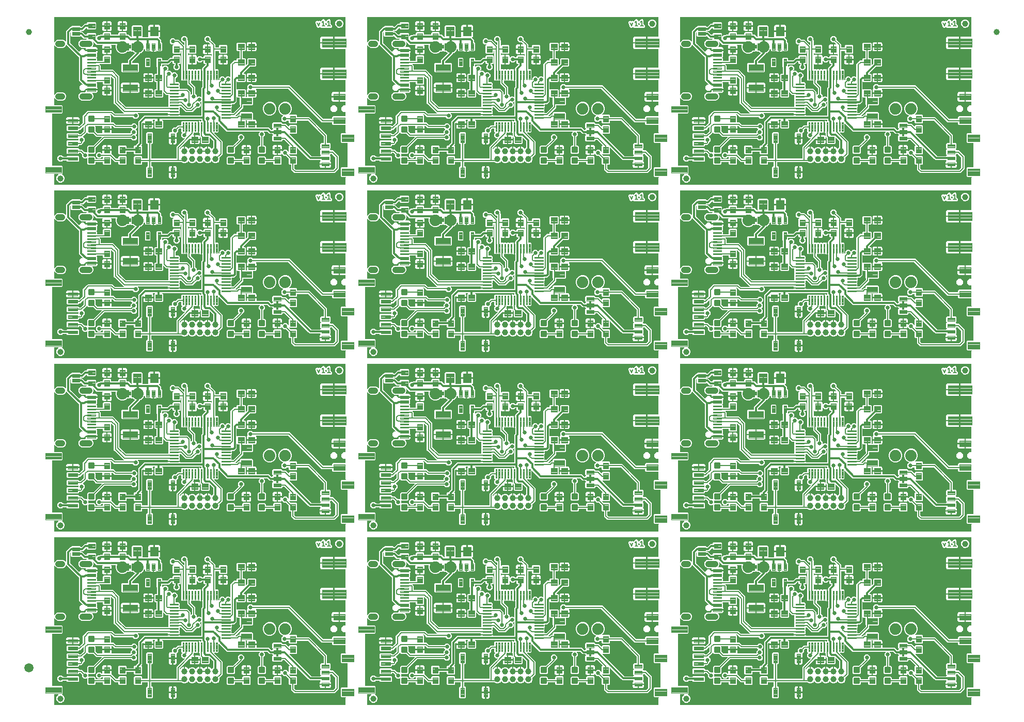
<source format=gtl>
G04 EAGLE Gerber RS-274X export*
G75*
%MOMM*%
%FSLAX34Y34*%
%LPD*%
%INTop Copper*%
%IPPOS*%
%AMOC8*
5,1,8,0,0,1.08239X$1,22.5*%
G01*
%ADD10C,0.203200*%
%ADD11C,1.000000*%
%ADD12C,0.100000*%
%ADD13C,0.099000*%
%ADD14C,0.098000*%
%ADD15C,0.101600*%
%ADD16C,1.879600*%
%ADD17C,0.096000*%
%ADD18C,0.300000*%
%ADD19C,0.102000*%
%ADD20C,1.000000*%
%ADD21C,0.104000*%
%ADD22C,0.100800*%
%ADD23C,0.099059*%
%ADD24C,0.105000*%
%ADD25C,1.500000*%
%ADD26C,0.660400*%
%ADD27C,0.304800*%
%ADD28C,0.177800*%

G36*
X1518544Y571375D02*
X1518544Y571375D01*
X1518549Y571374D01*
X1518642Y571395D01*
X1518736Y571413D01*
X1518740Y571416D01*
X1518745Y571417D01*
X1518823Y571473D01*
X1518901Y571526D01*
X1518904Y571530D01*
X1518908Y571533D01*
X1518959Y571615D01*
X1519011Y571694D01*
X1519011Y571699D01*
X1519014Y571704D01*
X1519046Y571881D01*
X1519046Y582660D01*
X1519502Y583115D01*
X1519503Y583118D01*
X1519505Y583119D01*
X1519558Y583200D01*
X1519613Y583282D01*
X1519613Y583285D01*
X1519615Y583287D01*
X1519632Y583383D01*
X1519650Y583479D01*
X1519650Y583482D01*
X1519650Y583484D01*
X1519629Y583581D01*
X1519609Y583675D01*
X1519607Y583677D01*
X1519607Y583680D01*
X1519550Y583760D01*
X1519494Y583840D01*
X1519492Y583841D01*
X1519491Y583843D01*
X1519408Y583895D01*
X1519325Y583947D01*
X1519323Y583948D01*
X1519320Y583949D01*
X1519143Y583981D01*
X1512194Y583981D01*
X1510871Y585304D01*
X1510871Y598216D01*
X1512194Y599539D01*
X1521460Y599539D01*
X1521465Y599540D01*
X1521470Y599539D01*
X1521563Y599560D01*
X1521657Y599578D01*
X1521661Y599581D01*
X1521666Y599582D01*
X1521744Y599638D01*
X1521822Y599691D01*
X1521825Y599695D01*
X1521829Y599698D01*
X1521880Y599780D01*
X1521932Y599859D01*
X1521932Y599864D01*
X1521935Y599869D01*
X1521967Y600046D01*
X1521967Y639474D01*
X1521966Y639479D01*
X1521967Y639484D01*
X1521946Y639577D01*
X1521928Y639671D01*
X1521925Y639675D01*
X1521924Y639680D01*
X1521868Y639758D01*
X1521815Y639836D01*
X1521811Y639839D01*
X1521808Y639843D01*
X1521726Y639894D01*
X1521647Y639946D01*
X1521642Y639946D01*
X1521637Y639949D01*
X1521460Y639981D01*
X1512194Y639981D01*
X1510871Y641304D01*
X1510871Y654216D01*
X1512194Y655539D01*
X1519143Y655539D01*
X1519146Y655539D01*
X1519148Y655539D01*
X1519244Y655559D01*
X1519340Y655578D01*
X1519342Y655580D01*
X1519344Y655580D01*
X1519425Y655636D01*
X1519505Y655691D01*
X1519507Y655693D01*
X1519509Y655695D01*
X1519562Y655778D01*
X1519615Y655859D01*
X1519615Y655862D01*
X1519617Y655864D01*
X1519633Y655960D01*
X1519650Y656056D01*
X1519650Y656059D01*
X1519650Y656061D01*
X1519629Y656154D01*
X1519607Y656252D01*
X1519605Y656254D01*
X1519605Y656257D01*
X1519502Y656405D01*
X1519046Y656860D01*
X1519046Y668674D01*
X1519045Y668679D01*
X1519046Y668684D01*
X1519025Y668777D01*
X1519007Y668871D01*
X1519004Y668875D01*
X1519003Y668880D01*
X1518947Y668958D01*
X1518894Y669036D01*
X1518890Y669039D01*
X1518887Y669043D01*
X1518805Y669094D01*
X1518726Y669146D01*
X1518721Y669146D01*
X1518716Y669149D01*
X1518539Y669181D01*
X1498313Y669181D01*
X1496981Y670513D01*
X1496981Y673285D01*
X1496980Y673290D01*
X1496981Y673295D01*
X1496961Y673387D01*
X1496942Y673482D01*
X1496939Y673486D01*
X1496938Y673491D01*
X1496882Y673569D01*
X1496829Y673647D01*
X1496825Y673650D01*
X1496822Y673654D01*
X1496740Y673705D01*
X1496661Y673757D01*
X1496656Y673757D01*
X1496651Y673760D01*
X1496474Y673792D01*
X1480114Y673792D01*
X1478403Y675503D01*
X1478403Y675504D01*
X1425283Y728624D01*
X1425276Y728628D01*
X1425271Y728634D01*
X1425193Y728683D01*
X1425116Y728735D01*
X1425108Y728736D01*
X1425101Y728740D01*
X1424924Y728772D01*
X1372473Y728772D01*
X1372470Y728772D01*
X1372467Y728772D01*
X1372373Y728752D01*
X1372276Y728733D01*
X1372274Y728731D01*
X1372271Y728731D01*
X1372191Y728675D01*
X1372110Y728620D01*
X1372109Y728618D01*
X1372107Y728616D01*
X1372053Y728533D01*
X1372001Y728452D01*
X1372001Y728449D01*
X1371999Y728447D01*
X1371983Y728351D01*
X1371965Y728255D01*
X1371966Y728252D01*
X1371966Y728249D01*
X1371987Y728156D01*
X1372009Y728059D01*
X1372011Y728057D01*
X1372011Y728054D01*
X1372114Y727906D01*
X1372293Y727727D01*
X1372694Y727034D01*
X1372901Y726260D01*
X1372901Y722375D01*
X1365368Y722375D01*
X1365363Y722374D01*
X1365358Y722375D01*
X1365265Y722354D01*
X1365172Y722336D01*
X1365167Y722333D01*
X1365162Y722331D01*
X1365084Y722276D01*
X1365006Y722223D01*
X1365003Y722219D01*
X1364999Y722215D01*
X1364948Y722134D01*
X1364897Y722055D01*
X1364896Y722050D01*
X1364893Y722045D01*
X1364861Y721868D01*
X1364861Y720852D01*
X1364862Y720847D01*
X1364861Y720842D01*
X1364882Y720748D01*
X1364900Y720656D01*
X1364903Y720651D01*
X1364905Y720646D01*
X1364960Y720568D01*
X1365013Y720490D01*
X1365017Y720487D01*
X1365021Y720483D01*
X1365102Y720432D01*
X1365181Y720381D01*
X1365186Y720380D01*
X1365191Y720377D01*
X1365368Y720345D01*
X1372901Y720345D01*
X1372901Y716460D01*
X1372694Y715686D01*
X1372293Y714993D01*
X1371727Y714427D01*
X1371034Y714026D01*
X1370260Y713819D01*
X1367646Y713819D01*
X1367641Y713818D01*
X1367636Y713819D01*
X1367543Y713798D01*
X1367449Y713780D01*
X1367445Y713777D01*
X1367440Y713776D01*
X1367362Y713720D01*
X1367284Y713667D01*
X1367281Y713663D01*
X1367277Y713660D01*
X1367226Y713578D01*
X1367174Y713499D01*
X1367174Y713494D01*
X1367171Y713489D01*
X1367139Y713312D01*
X1367139Y703016D01*
X1365804Y701681D01*
X1352115Y701681D01*
X1352110Y701680D01*
X1352105Y701681D01*
X1352012Y701660D01*
X1351918Y701642D01*
X1351914Y701639D01*
X1351909Y701638D01*
X1351831Y701582D01*
X1351753Y701529D01*
X1351750Y701525D01*
X1351746Y701522D01*
X1351695Y701440D01*
X1351643Y701361D01*
X1351643Y701356D01*
X1351640Y701351D01*
X1351608Y701174D01*
X1351608Y697595D01*
X1349896Y695884D01*
X1338706Y684694D01*
X1338705Y684691D01*
X1338703Y684690D01*
X1338649Y684608D01*
X1338595Y684527D01*
X1338595Y684524D01*
X1338594Y684522D01*
X1338576Y684426D01*
X1338558Y684330D01*
X1338558Y684327D01*
X1338558Y684325D01*
X1338579Y684228D01*
X1338599Y684134D01*
X1338601Y684132D01*
X1338602Y684129D01*
X1338658Y684049D01*
X1338714Y683969D01*
X1338716Y683968D01*
X1338718Y683966D01*
X1338800Y683914D01*
X1338883Y683862D01*
X1338886Y683861D01*
X1338888Y683860D01*
X1339065Y683828D01*
X1340245Y683828D01*
X1340253Y683829D01*
X1340260Y683828D01*
X1340350Y683849D01*
X1340441Y683867D01*
X1340448Y683872D01*
X1340456Y683874D01*
X1340604Y683976D01*
X1342755Y686128D01*
X1345074Y686128D01*
X1345079Y686129D01*
X1345084Y686128D01*
X1345177Y686149D01*
X1345271Y686167D01*
X1345275Y686170D01*
X1345280Y686171D01*
X1345358Y686227D01*
X1345436Y686280D01*
X1345439Y686284D01*
X1345443Y686287D01*
X1345494Y686369D01*
X1345546Y686448D01*
X1345546Y686453D01*
X1345549Y686458D01*
X1345581Y686635D01*
X1345581Y688904D01*
X1346916Y690239D01*
X1365804Y690239D01*
X1367139Y688904D01*
X1367139Y678608D01*
X1367140Y678603D01*
X1367139Y678598D01*
X1367159Y678505D01*
X1367178Y678411D01*
X1367181Y678407D01*
X1367182Y678402D01*
X1367237Y678325D01*
X1367291Y678246D01*
X1367295Y678243D01*
X1367298Y678238D01*
X1367380Y678188D01*
X1367459Y678136D01*
X1367464Y678135D01*
X1367469Y678133D01*
X1367646Y678101D01*
X1370260Y678101D01*
X1371034Y677894D01*
X1371727Y677493D01*
X1372293Y676927D01*
X1372694Y676234D01*
X1372901Y675460D01*
X1372901Y671575D01*
X1365368Y671575D01*
X1365363Y671574D01*
X1365358Y671575D01*
X1365265Y671554D01*
X1365172Y671536D01*
X1365167Y671533D01*
X1365162Y671531D01*
X1365084Y671476D01*
X1365006Y671423D01*
X1365003Y671419D01*
X1364999Y671415D01*
X1364948Y671334D01*
X1364897Y671255D01*
X1364896Y671250D01*
X1364893Y671245D01*
X1364861Y671068D01*
X1364861Y670052D01*
X1364862Y670047D01*
X1364861Y670042D01*
X1364882Y669949D01*
X1364900Y669856D01*
X1364903Y669851D01*
X1364905Y669846D01*
X1364960Y669768D01*
X1365013Y669690D01*
X1365017Y669687D01*
X1365021Y669683D01*
X1365102Y669632D01*
X1365181Y669581D01*
X1365186Y669580D01*
X1365191Y669577D01*
X1365368Y669545D01*
X1372901Y669545D01*
X1372901Y665660D01*
X1372888Y665611D01*
X1372883Y665540D01*
X1372871Y665470D01*
X1372877Y665441D01*
X1372875Y665411D01*
X1372899Y665344D01*
X1372914Y665274D01*
X1372931Y665250D01*
X1372941Y665222D01*
X1372989Y665169D01*
X1373030Y665111D01*
X1373055Y665095D01*
X1373075Y665073D01*
X1373140Y665042D01*
X1373200Y665005D01*
X1373232Y664999D01*
X1373256Y664987D01*
X1373308Y664985D01*
X1373378Y664973D01*
X1393288Y664973D01*
X1396949Y661311D01*
X1396956Y661307D01*
X1396961Y661301D01*
X1397039Y661252D01*
X1397116Y661200D01*
X1397124Y661199D01*
X1397131Y661195D01*
X1397308Y661163D01*
X1398524Y661163D01*
X1398529Y661164D01*
X1398534Y661163D01*
X1398627Y661184D01*
X1398721Y661202D01*
X1398725Y661205D01*
X1398730Y661206D01*
X1398808Y661262D01*
X1398886Y661315D01*
X1398889Y661319D01*
X1398893Y661322D01*
X1398944Y661404D01*
X1398996Y661483D01*
X1398996Y661488D01*
X1398999Y661493D01*
X1399018Y661595D01*
X1400131Y662708D01*
X1400134Y662713D01*
X1400138Y662716D01*
X1400189Y662796D01*
X1400242Y662875D01*
X1400243Y662880D01*
X1400246Y662885D01*
X1400262Y662979D01*
X1400279Y663072D01*
X1400278Y663077D01*
X1400279Y663083D01*
X1400258Y663175D01*
X1400238Y663268D01*
X1400235Y663273D01*
X1400234Y663278D01*
X1400131Y663426D01*
X1399031Y664525D01*
X1399031Y672023D01*
X1400363Y673355D01*
X1413957Y673355D01*
X1415289Y672023D01*
X1415289Y671449D01*
X1415290Y671444D01*
X1415289Y671439D01*
X1415310Y671346D01*
X1415328Y671252D01*
X1415331Y671248D01*
X1415332Y671243D01*
X1415388Y671165D01*
X1415441Y671087D01*
X1415445Y671084D01*
X1415448Y671080D01*
X1415530Y671029D01*
X1415609Y670977D01*
X1415614Y670977D01*
X1415619Y670974D01*
X1415796Y670942D01*
X1421101Y670942D01*
X1422812Y669230D01*
X1424915Y667127D01*
X1424918Y667126D01*
X1424919Y667124D01*
X1425000Y667071D01*
X1425082Y667016D01*
X1425085Y667016D01*
X1425087Y667015D01*
X1425183Y666997D01*
X1425279Y666979D01*
X1425282Y666979D01*
X1425284Y666979D01*
X1425381Y667000D01*
X1425475Y667020D01*
X1425477Y667022D01*
X1425480Y667023D01*
X1425560Y667079D01*
X1425640Y667135D01*
X1425641Y667137D01*
X1425643Y667139D01*
X1425694Y667221D01*
X1425747Y667304D01*
X1425748Y667307D01*
X1425749Y667309D01*
X1425781Y667486D01*
X1425781Y668004D01*
X1427116Y669339D01*
X1438004Y669339D01*
X1439339Y668004D01*
X1439339Y656116D01*
X1438004Y654781D01*
X1427564Y654781D01*
X1427562Y654781D01*
X1427559Y654781D01*
X1427464Y654761D01*
X1427368Y654742D01*
X1427365Y654740D01*
X1427363Y654740D01*
X1427282Y654684D01*
X1427202Y654629D01*
X1427200Y654627D01*
X1427198Y654625D01*
X1427145Y654542D01*
X1427093Y654461D01*
X1427092Y654458D01*
X1427091Y654456D01*
X1427074Y654360D01*
X1427057Y654264D01*
X1427058Y654261D01*
X1427057Y654259D01*
X1427079Y654165D01*
X1427101Y654068D01*
X1427102Y654066D01*
X1427103Y654063D01*
X1427205Y653915D01*
X1462909Y618211D01*
X1462916Y618207D01*
X1462921Y618201D01*
X1462999Y618152D01*
X1463076Y618100D01*
X1463084Y618099D01*
X1463091Y618095D01*
X1463268Y618063D01*
X1477026Y618063D01*
X1477034Y618064D01*
X1477041Y618063D01*
X1477131Y618084D01*
X1477222Y618102D01*
X1477229Y618107D01*
X1477237Y618109D01*
X1477385Y618211D01*
X1478575Y619401D01*
X1478577Y619406D01*
X1478582Y619409D01*
X1478633Y619489D01*
X1478686Y619568D01*
X1478687Y619573D01*
X1478689Y619578D01*
X1478705Y619672D01*
X1478723Y619765D01*
X1478722Y619770D01*
X1478723Y619775D01*
X1478701Y619868D01*
X1478682Y619961D01*
X1478679Y619966D01*
X1478677Y619971D01*
X1478575Y620119D01*
X1477371Y621322D01*
X1477371Y628198D01*
X1478575Y629401D01*
X1478577Y629406D01*
X1478582Y629409D01*
X1478633Y629489D01*
X1478686Y629568D01*
X1478687Y629573D01*
X1478689Y629578D01*
X1478705Y629671D01*
X1478723Y629765D01*
X1478722Y629770D01*
X1478723Y629775D01*
X1478701Y629868D01*
X1478682Y629961D01*
X1478679Y629966D01*
X1478677Y629971D01*
X1478575Y630119D01*
X1477371Y631322D01*
X1477371Y638198D01*
X1478712Y639539D01*
X1482725Y639539D01*
X1482730Y639540D01*
X1482735Y639539D01*
X1482828Y639560D01*
X1482922Y639578D01*
X1482926Y639581D01*
X1482931Y639582D01*
X1483009Y639638D01*
X1483087Y639691D01*
X1483090Y639695D01*
X1483094Y639698D01*
X1483145Y639780D01*
X1483197Y639859D01*
X1483197Y639864D01*
X1483200Y639869D01*
X1483232Y640046D01*
X1483232Y650195D01*
X1483231Y650203D01*
X1483232Y650210D01*
X1483211Y650300D01*
X1483193Y650391D01*
X1483188Y650398D01*
X1483186Y650406D01*
X1483084Y650554D01*
X1457394Y676244D01*
X1457387Y676248D01*
X1457382Y676254D01*
X1457304Y676303D01*
X1457227Y676355D01*
X1457219Y676356D01*
X1457212Y676360D01*
X1457035Y676392D01*
X1439846Y676392D01*
X1439841Y676391D01*
X1439836Y676392D01*
X1439743Y676371D01*
X1439649Y676353D01*
X1439645Y676350D01*
X1439640Y676349D01*
X1439562Y676293D01*
X1439484Y676240D01*
X1439481Y676236D01*
X1439477Y676233D01*
X1439426Y676151D01*
X1439374Y676072D01*
X1439374Y676067D01*
X1439371Y676062D01*
X1439339Y675885D01*
X1439339Y673116D01*
X1438004Y671781D01*
X1427116Y671781D01*
X1425781Y673116D01*
X1425781Y675885D01*
X1425780Y675890D01*
X1425781Y675895D01*
X1425760Y675988D01*
X1425742Y676082D01*
X1425739Y676086D01*
X1425738Y676091D01*
X1425682Y676169D01*
X1425629Y676247D01*
X1425625Y676250D01*
X1425622Y676254D01*
X1425540Y676305D01*
X1425461Y676357D01*
X1425456Y676357D01*
X1425451Y676360D01*
X1425274Y676392D01*
X1422928Y676392D01*
X1422920Y676391D01*
X1422912Y676392D01*
X1422822Y676371D01*
X1422731Y676353D01*
X1422725Y676348D01*
X1422717Y676346D01*
X1422569Y676244D01*
X1420695Y674369D01*
X1416485Y674369D01*
X1413509Y677345D01*
X1413509Y681555D01*
X1416464Y684510D01*
X1416467Y684513D01*
X1416470Y684515D01*
X1416522Y684596D01*
X1416575Y684677D01*
X1416576Y684681D01*
X1416578Y684684D01*
X1416595Y684778D01*
X1416613Y684874D01*
X1416612Y684877D01*
X1416613Y684881D01*
X1416591Y684976D01*
X1416571Y685070D01*
X1416569Y685073D01*
X1416568Y685077D01*
X1416512Y685155D01*
X1416457Y685234D01*
X1416454Y685236D01*
X1416451Y685240D01*
X1416300Y685337D01*
X1413529Y686485D01*
X1410385Y689629D01*
X1408683Y693737D01*
X1408683Y698183D01*
X1410385Y702291D01*
X1413529Y705435D01*
X1414493Y705835D01*
X1415718Y706342D01*
X1416942Y706849D01*
X1417637Y707137D01*
X1422083Y707137D01*
X1426191Y705435D01*
X1429335Y702291D01*
X1431037Y698183D01*
X1431037Y693737D01*
X1429335Y689629D01*
X1426911Y687205D01*
X1426909Y687202D01*
X1426907Y687201D01*
X1426855Y687120D01*
X1426800Y687038D01*
X1426799Y687035D01*
X1426798Y687033D01*
X1426781Y686937D01*
X1426762Y686841D01*
X1426763Y686838D01*
X1426762Y686836D01*
X1426784Y686739D01*
X1426804Y686645D01*
X1426805Y686643D01*
X1426806Y686640D01*
X1426863Y686560D01*
X1426918Y686480D01*
X1426921Y686479D01*
X1426922Y686477D01*
X1427005Y686425D01*
X1427087Y686373D01*
X1427090Y686372D01*
X1427092Y686371D01*
X1427270Y686339D01*
X1438004Y686339D01*
X1439339Y685004D01*
X1439339Y682235D01*
X1439340Y682230D01*
X1439339Y682225D01*
X1439360Y682132D01*
X1439378Y682038D01*
X1439381Y682034D01*
X1439382Y682029D01*
X1439438Y681951D01*
X1439491Y681873D01*
X1439495Y681870D01*
X1439498Y681866D01*
X1439580Y681815D01*
X1439659Y681763D01*
X1439664Y681763D01*
X1439669Y681760D01*
X1439846Y681728D01*
X1459455Y681728D01*
X1461166Y680017D01*
X1461166Y680016D01*
X1486856Y654326D01*
X1486857Y654326D01*
X1488568Y652615D01*
X1488568Y640046D01*
X1488569Y640041D01*
X1488568Y640036D01*
X1488589Y639942D01*
X1488607Y639849D01*
X1488610Y639845D01*
X1488611Y639840D01*
X1488667Y639762D01*
X1488720Y639684D01*
X1488724Y639681D01*
X1488727Y639677D01*
X1488809Y639626D01*
X1488888Y639574D01*
X1488893Y639574D01*
X1488898Y639571D01*
X1489075Y639539D01*
X1493088Y639539D01*
X1494429Y638198D01*
X1494429Y631322D01*
X1493225Y630119D01*
X1493223Y630114D01*
X1493218Y630111D01*
X1493167Y630031D01*
X1493114Y629952D01*
X1493114Y629947D01*
X1493111Y629942D01*
X1493095Y629848D01*
X1493077Y629755D01*
X1493078Y629750D01*
X1493077Y629744D01*
X1493099Y629652D01*
X1493118Y629559D01*
X1493121Y629554D01*
X1493123Y629549D01*
X1493225Y629401D01*
X1494429Y628198D01*
X1494429Y628015D01*
X1494430Y628010D01*
X1494429Y628005D01*
X1494450Y627912D01*
X1494468Y627818D01*
X1494471Y627814D01*
X1494472Y627809D01*
X1494528Y627731D01*
X1494581Y627653D01*
X1494585Y627650D01*
X1494588Y627646D01*
X1494670Y627595D01*
X1494749Y627543D01*
X1494754Y627543D01*
X1494759Y627540D01*
X1494936Y627508D01*
X1498435Y627508D01*
X1507618Y618325D01*
X1507618Y597065D01*
X1500975Y590422D01*
X1435265Y590422D01*
X1429892Y595795D01*
X1429892Y603474D01*
X1429891Y603479D01*
X1429892Y603484D01*
X1429871Y603577D01*
X1429853Y603671D01*
X1429850Y603675D01*
X1429849Y603680D01*
X1429793Y603758D01*
X1429740Y603836D01*
X1429736Y603839D01*
X1429733Y603843D01*
X1429651Y603894D01*
X1429572Y603946D01*
X1429567Y603946D01*
X1429562Y603949D01*
X1429385Y603981D01*
X1427116Y603981D01*
X1425781Y605316D01*
X1425781Y613666D01*
X1425780Y613674D01*
X1425781Y613681D01*
X1425760Y613771D01*
X1425742Y613862D01*
X1425737Y613869D01*
X1425735Y613877D01*
X1425633Y614025D01*
X1421317Y618341D01*
X1421310Y618345D01*
X1421305Y618351D01*
X1421227Y618400D01*
X1421150Y618452D01*
X1421142Y618453D01*
X1421135Y618457D01*
X1420958Y618489D01*
X1417755Y618489D01*
X1414831Y621414D01*
X1414827Y621416D01*
X1414824Y621421D01*
X1414743Y621472D01*
X1414664Y621525D01*
X1414659Y621525D01*
X1414655Y621528D01*
X1414561Y621544D01*
X1414467Y621562D01*
X1414462Y621561D01*
X1414457Y621562D01*
X1414364Y621540D01*
X1414271Y621521D01*
X1414267Y621518D01*
X1414262Y621516D01*
X1414114Y621414D01*
X1413527Y620827D01*
X1412834Y620426D01*
X1412060Y620219D01*
X1408175Y620219D01*
X1408175Y627245D01*
X1414701Y627245D01*
X1414701Y626821D01*
X1414701Y626818D01*
X1414701Y626815D01*
X1414721Y626721D01*
X1414740Y626624D01*
X1414742Y626622D01*
X1414742Y626619D01*
X1414798Y626539D01*
X1414853Y626458D01*
X1414855Y626457D01*
X1414857Y626455D01*
X1414940Y626401D01*
X1415021Y626349D01*
X1415024Y626349D01*
X1415026Y626347D01*
X1415122Y626331D01*
X1415218Y626313D01*
X1415221Y626314D01*
X1415223Y626314D01*
X1415318Y626336D01*
X1415414Y626357D01*
X1415416Y626359D01*
X1415419Y626359D01*
X1415567Y626462D01*
X1417755Y628651D01*
X1421965Y628651D01*
X1424915Y625700D01*
X1424918Y625698D01*
X1424919Y625696D01*
X1425000Y625644D01*
X1425082Y625589D01*
X1425085Y625588D01*
X1425087Y625587D01*
X1425183Y625570D01*
X1425279Y625551D01*
X1425282Y625552D01*
X1425284Y625551D01*
X1425381Y625573D01*
X1425475Y625593D01*
X1425477Y625594D01*
X1425480Y625595D01*
X1425560Y625652D01*
X1425640Y625707D01*
X1425641Y625709D01*
X1425643Y625711D01*
X1425695Y625794D01*
X1425747Y625876D01*
X1425748Y625879D01*
X1425749Y625881D01*
X1425781Y626059D01*
X1425781Y634204D01*
X1427139Y635562D01*
X1427220Y635578D01*
X1427223Y635580D01*
X1427225Y635580D01*
X1427306Y635636D01*
X1427386Y635691D01*
X1427388Y635693D01*
X1427390Y635695D01*
X1427443Y635778D01*
X1427495Y635859D01*
X1427496Y635862D01*
X1427497Y635864D01*
X1427514Y635960D01*
X1427531Y636056D01*
X1427530Y636059D01*
X1427531Y636061D01*
X1427509Y636155D01*
X1427487Y636252D01*
X1427486Y636254D01*
X1427485Y636257D01*
X1427383Y636405D01*
X1418904Y644884D01*
X1418897Y644888D01*
X1418892Y644894D01*
X1418814Y644943D01*
X1418737Y644995D01*
X1418729Y644996D01*
X1418722Y645000D01*
X1418545Y645032D01*
X1415796Y645032D01*
X1415791Y645031D01*
X1415786Y645032D01*
X1415693Y645011D01*
X1415599Y644993D01*
X1415595Y644990D01*
X1415590Y644989D01*
X1415512Y644933D01*
X1415434Y644880D01*
X1415431Y644876D01*
X1415427Y644873D01*
X1415376Y644791D01*
X1415324Y644712D01*
X1415324Y644707D01*
X1415321Y644702D01*
X1415289Y644525D01*
X1415289Y643697D01*
X1413957Y642365D01*
X1400363Y642365D01*
X1399031Y643697D01*
X1399031Y651195D01*
X1400131Y652294D01*
X1400134Y652299D01*
X1400138Y652302D01*
X1400189Y652382D01*
X1400242Y652461D01*
X1400243Y652466D01*
X1400246Y652471D01*
X1400262Y652565D01*
X1400279Y652658D01*
X1400278Y652663D01*
X1400279Y652669D01*
X1400258Y652761D01*
X1400238Y652854D01*
X1400235Y652859D01*
X1400234Y652864D01*
X1400131Y653012D01*
X1399017Y654126D01*
X1399011Y654153D01*
X1398992Y654247D01*
X1398989Y654251D01*
X1398988Y654256D01*
X1398932Y654334D01*
X1398879Y654412D01*
X1398875Y654415D01*
X1398872Y654419D01*
X1398790Y654470D01*
X1398711Y654522D01*
X1398706Y654522D01*
X1398701Y654525D01*
X1398524Y654557D01*
X1394362Y654557D01*
X1390701Y658219D01*
X1390694Y658223D01*
X1390689Y658229D01*
X1390611Y658278D01*
X1390534Y658330D01*
X1390526Y658331D01*
X1390519Y658335D01*
X1390342Y658367D01*
X1385853Y658367D01*
X1385850Y658367D01*
X1385847Y658367D01*
X1385753Y658347D01*
X1385656Y658328D01*
X1385654Y658326D01*
X1385651Y658326D01*
X1385571Y658270D01*
X1385490Y658215D01*
X1385489Y658213D01*
X1385487Y658211D01*
X1385433Y658128D01*
X1385381Y658047D01*
X1385381Y658044D01*
X1385379Y658042D01*
X1385363Y657946D01*
X1385345Y657850D01*
X1385346Y657847D01*
X1385346Y657845D01*
X1385368Y657750D01*
X1385389Y657654D01*
X1385391Y657652D01*
X1385391Y657649D01*
X1385494Y657501D01*
X1386841Y656155D01*
X1386841Y651945D01*
X1384576Y649681D01*
X1384572Y649674D01*
X1384566Y649670D01*
X1384517Y649591D01*
X1384465Y649514D01*
X1384464Y649506D01*
X1384460Y649500D01*
X1384428Y649322D01*
X1384428Y635816D01*
X1384429Y635811D01*
X1384428Y635806D01*
X1384449Y635713D01*
X1384467Y635619D01*
X1384470Y635615D01*
X1384471Y635610D01*
X1384527Y635532D01*
X1384580Y635454D01*
X1384584Y635451D01*
X1384587Y635447D01*
X1384669Y635396D01*
X1384748Y635344D01*
X1384753Y635344D01*
X1384758Y635341D01*
X1384935Y635309D01*
X1386618Y635309D01*
X1388539Y633388D01*
X1388539Y623672D01*
X1386618Y621751D01*
X1376902Y621751D01*
X1374981Y623672D01*
X1374981Y633388D01*
X1376902Y635309D01*
X1378585Y635309D01*
X1378590Y635310D01*
X1378595Y635309D01*
X1378688Y635330D01*
X1378782Y635348D01*
X1378786Y635351D01*
X1378791Y635352D01*
X1378869Y635408D01*
X1378947Y635461D01*
X1378950Y635465D01*
X1378954Y635468D01*
X1379005Y635550D01*
X1379057Y635629D01*
X1379057Y635634D01*
X1379060Y635639D01*
X1379092Y635816D01*
X1379092Y649322D01*
X1379091Y649330D01*
X1379092Y649338D01*
X1379071Y649428D01*
X1379053Y649519D01*
X1379048Y649525D01*
X1379046Y649533D01*
X1378944Y649681D01*
X1376679Y651945D01*
X1376679Y656155D01*
X1378026Y657501D01*
X1378028Y657504D01*
X1378030Y657505D01*
X1378082Y657585D01*
X1378137Y657668D01*
X1378138Y657671D01*
X1378139Y657673D01*
X1378156Y657769D01*
X1378175Y657865D01*
X1378174Y657868D01*
X1378175Y657870D01*
X1378154Y657965D01*
X1378133Y658061D01*
X1378132Y658063D01*
X1378131Y658066D01*
X1378075Y658145D01*
X1378019Y658226D01*
X1378017Y658227D01*
X1378015Y658229D01*
X1377931Y658282D01*
X1377850Y658333D01*
X1377847Y658334D01*
X1377845Y658335D01*
X1377667Y658367D01*
X1324512Y658367D01*
X1322429Y660450D01*
X1322429Y660451D01*
X1311705Y671175D01*
X1311702Y671176D01*
X1311701Y671178D01*
X1311620Y671231D01*
X1311538Y671286D01*
X1311535Y671286D01*
X1311533Y671287D01*
X1311437Y671305D01*
X1311341Y671323D01*
X1311338Y671323D01*
X1311336Y671323D01*
X1311239Y671302D01*
X1311145Y671282D01*
X1311143Y671280D01*
X1311140Y671279D01*
X1311060Y671223D01*
X1310980Y671167D01*
X1310979Y671165D01*
X1310977Y671163D01*
X1310924Y671080D01*
X1310873Y670998D01*
X1310872Y670995D01*
X1310871Y670993D01*
X1310839Y670816D01*
X1310839Y658218D01*
X1309502Y656881D01*
X1305818Y656881D01*
X1305519Y657181D01*
X1305514Y657184D01*
X1305511Y657188D01*
X1305431Y657239D01*
X1305352Y657292D01*
X1305347Y657293D01*
X1305342Y657296D01*
X1305248Y657312D01*
X1305155Y657330D01*
X1305150Y657328D01*
X1305144Y657329D01*
X1305052Y657308D01*
X1304959Y657288D01*
X1304954Y657285D01*
X1304949Y657284D01*
X1304801Y657181D01*
X1304502Y656881D01*
X1303916Y656881D01*
X1303913Y656881D01*
X1303911Y656881D01*
X1303816Y656861D01*
X1303720Y656842D01*
X1303717Y656840D01*
X1303715Y656840D01*
X1303634Y656784D01*
X1303554Y656729D01*
X1303552Y656727D01*
X1303550Y656725D01*
X1303497Y656641D01*
X1303445Y656561D01*
X1303444Y656558D01*
X1303443Y656556D01*
X1303426Y656460D01*
X1303409Y656364D01*
X1303410Y656361D01*
X1303409Y656359D01*
X1303431Y656265D01*
X1303453Y656168D01*
X1303454Y656166D01*
X1303455Y656163D01*
X1303557Y656015D01*
X1315406Y644166D01*
X1317118Y642455D01*
X1317118Y621195D01*
X1315406Y619484D01*
X1312093Y616170D01*
X1312089Y616165D01*
X1312084Y616161D01*
X1312034Y616082D01*
X1311982Y616003D01*
X1311981Y615997D01*
X1311977Y615991D01*
X1311962Y615898D01*
X1311944Y615806D01*
X1311946Y615800D01*
X1311945Y615793D01*
X1311983Y615617D01*
X1312339Y614758D01*
X1312339Y612062D01*
X1311307Y609570D01*
X1309400Y607663D01*
X1308641Y607349D01*
X1307416Y606842D01*
X1306908Y606631D01*
X1304212Y606631D01*
X1301720Y607663D01*
X1299813Y609570D01*
X1299679Y609895D01*
X1299677Y609897D01*
X1299677Y609900D01*
X1299621Y609981D01*
X1299567Y610062D01*
X1299565Y610063D01*
X1299563Y610065D01*
X1299481Y610118D01*
X1299399Y610172D01*
X1299397Y610172D01*
X1299394Y610174D01*
X1299298Y610190D01*
X1299202Y610208D01*
X1299200Y610208D01*
X1299197Y610208D01*
X1299102Y610187D01*
X1299006Y610166D01*
X1299004Y610164D01*
X1299002Y610164D01*
X1298923Y610107D01*
X1298842Y610051D01*
X1298841Y610048D01*
X1298839Y610047D01*
X1298741Y609895D01*
X1298607Y609570D01*
X1296700Y607663D01*
X1295941Y607349D01*
X1294716Y606842D01*
X1294208Y606631D01*
X1291512Y606631D01*
X1289020Y607663D01*
X1287113Y609570D01*
X1286979Y609895D01*
X1286977Y609897D01*
X1286977Y609900D01*
X1286921Y609981D01*
X1286867Y610062D01*
X1286865Y610063D01*
X1286863Y610065D01*
X1286781Y610118D01*
X1286699Y610172D01*
X1286697Y610172D01*
X1286694Y610174D01*
X1286598Y610190D01*
X1286502Y610208D01*
X1286500Y610208D01*
X1286497Y610208D01*
X1286402Y610187D01*
X1286306Y610166D01*
X1286304Y610164D01*
X1286302Y610164D01*
X1286223Y610107D01*
X1286142Y610051D01*
X1286141Y610048D01*
X1286139Y610047D01*
X1286041Y609895D01*
X1285907Y609570D01*
X1284000Y607663D01*
X1283241Y607349D01*
X1282016Y606842D01*
X1281508Y606631D01*
X1278812Y606631D01*
X1276320Y607663D01*
X1274413Y609570D01*
X1274279Y609895D01*
X1274277Y609897D01*
X1274277Y609900D01*
X1274221Y609981D01*
X1274167Y610062D01*
X1274165Y610063D01*
X1274163Y610065D01*
X1274081Y610118D01*
X1273999Y610172D01*
X1273997Y610172D01*
X1273994Y610174D01*
X1273898Y610190D01*
X1273802Y610208D01*
X1273800Y610208D01*
X1273797Y610208D01*
X1273702Y610187D01*
X1273606Y610166D01*
X1273604Y610164D01*
X1273602Y610164D01*
X1273523Y610107D01*
X1273442Y610051D01*
X1273441Y610048D01*
X1273439Y610047D01*
X1273341Y609895D01*
X1273207Y609570D01*
X1271300Y607663D01*
X1270541Y607349D01*
X1269316Y606842D01*
X1268808Y606631D01*
X1266112Y606631D01*
X1263620Y607663D01*
X1261713Y609570D01*
X1261579Y609895D01*
X1261577Y609897D01*
X1261577Y609900D01*
X1261522Y609980D01*
X1261467Y610062D01*
X1261465Y610063D01*
X1261463Y610065D01*
X1261382Y610117D01*
X1261299Y610172D01*
X1261297Y610172D01*
X1261295Y610174D01*
X1261198Y610190D01*
X1261102Y610208D01*
X1261100Y610208D01*
X1261097Y610208D01*
X1261001Y610186D01*
X1260906Y610166D01*
X1260904Y610164D01*
X1260902Y610164D01*
X1260822Y610107D01*
X1260742Y610051D01*
X1260741Y610048D01*
X1260739Y610047D01*
X1260641Y609895D01*
X1260507Y609570D01*
X1258600Y607663D01*
X1257841Y607349D01*
X1256616Y606842D01*
X1256108Y606631D01*
X1253412Y606631D01*
X1250920Y607663D01*
X1250140Y608444D01*
X1250133Y608448D01*
X1250129Y608454D01*
X1250050Y608503D01*
X1249973Y608555D01*
X1249965Y608556D01*
X1249958Y608560D01*
X1249781Y608592D01*
X1200785Y608592D01*
X1200780Y608591D01*
X1200775Y608592D01*
X1200682Y608571D01*
X1200588Y608553D01*
X1200584Y608550D01*
X1200579Y608549D01*
X1200501Y608493D01*
X1200423Y608440D01*
X1200420Y608436D01*
X1200416Y608433D01*
X1200365Y608351D01*
X1200313Y608272D01*
X1200313Y608267D01*
X1200310Y608262D01*
X1200278Y608085D01*
X1200278Y601726D01*
X1200279Y601721D01*
X1200278Y601716D01*
X1200299Y601623D01*
X1200317Y601529D01*
X1200320Y601525D01*
X1200321Y601520D01*
X1200377Y601442D01*
X1200430Y601364D01*
X1200434Y601361D01*
X1200437Y601357D01*
X1200519Y601306D01*
X1200598Y601254D01*
X1200603Y601254D01*
X1200608Y601251D01*
X1200785Y601219D01*
X1201867Y601219D01*
X1203199Y599887D01*
X1203199Y583753D01*
X1201867Y582421D01*
X1193353Y582421D01*
X1192021Y583753D01*
X1192021Y599887D01*
X1193353Y601219D01*
X1194435Y601219D01*
X1194440Y601220D01*
X1194445Y601219D01*
X1194538Y601240D01*
X1194632Y601258D01*
X1194636Y601261D01*
X1194641Y601262D01*
X1194719Y601318D01*
X1194797Y601371D01*
X1194800Y601375D01*
X1194804Y601378D01*
X1194855Y601460D01*
X1194907Y601539D01*
X1194907Y601544D01*
X1194910Y601549D01*
X1194942Y601726D01*
X1194942Y608085D01*
X1194941Y608090D01*
X1194942Y608095D01*
X1194921Y608188D01*
X1194903Y608282D01*
X1194900Y608286D01*
X1194899Y608291D01*
X1194843Y608369D01*
X1194790Y608447D01*
X1194786Y608450D01*
X1194783Y608454D01*
X1194701Y608505D01*
X1194622Y608557D01*
X1194617Y608557D01*
X1194612Y608560D01*
X1194435Y608592D01*
X1185846Y608592D01*
X1185841Y608591D01*
X1185836Y608592D01*
X1185743Y608571D01*
X1185649Y608553D01*
X1185645Y608550D01*
X1185640Y608549D01*
X1185562Y608493D01*
X1185484Y608440D01*
X1185481Y608436D01*
X1185477Y608433D01*
X1185426Y608351D01*
X1185374Y608272D01*
X1185374Y608267D01*
X1185371Y608262D01*
X1185339Y608085D01*
X1185339Y605316D01*
X1184004Y603981D01*
X1173116Y603981D01*
X1171781Y605316D01*
X1171781Y617204D01*
X1173116Y618539D01*
X1184004Y618539D01*
X1185339Y617204D01*
X1185339Y614435D01*
X1185340Y614430D01*
X1185339Y614425D01*
X1185360Y614332D01*
X1185378Y614238D01*
X1185381Y614234D01*
X1185382Y614229D01*
X1185438Y614151D01*
X1185491Y614073D01*
X1185495Y614070D01*
X1185498Y614066D01*
X1185580Y614015D01*
X1185659Y613963D01*
X1185664Y613963D01*
X1185669Y613960D01*
X1185846Y613928D01*
X1194435Y613928D01*
X1194440Y613929D01*
X1194445Y613928D01*
X1194538Y613949D01*
X1194632Y613967D01*
X1194636Y613970D01*
X1194641Y613971D01*
X1194719Y614027D01*
X1194797Y614080D01*
X1194800Y614084D01*
X1194804Y614087D01*
X1194855Y614169D01*
X1194907Y614248D01*
X1194907Y614253D01*
X1194910Y614258D01*
X1194942Y614435D01*
X1194942Y637794D01*
X1194941Y637799D01*
X1194942Y637804D01*
X1194921Y637897D01*
X1194903Y637991D01*
X1194900Y637995D01*
X1194899Y638000D01*
X1194844Y638077D01*
X1194790Y638156D01*
X1194786Y638159D01*
X1194783Y638163D01*
X1194701Y638214D01*
X1194622Y638266D01*
X1194617Y638266D01*
X1194612Y638269D01*
X1194435Y638301D01*
X1193353Y638301D01*
X1192021Y639633D01*
X1192021Y655767D01*
X1193353Y657099D01*
X1201867Y657099D01*
X1203199Y655767D01*
X1203199Y639633D01*
X1201867Y638301D01*
X1200785Y638301D01*
X1200780Y638300D01*
X1200775Y638301D01*
X1200682Y638280D01*
X1200588Y638262D01*
X1200584Y638259D01*
X1200579Y638258D01*
X1200501Y638202D01*
X1200423Y638149D01*
X1200420Y638145D01*
X1200416Y638142D01*
X1200365Y638060D01*
X1200313Y637981D01*
X1200313Y637976D01*
X1200310Y637971D01*
X1200278Y637794D01*
X1200278Y614435D01*
X1200279Y614430D01*
X1200278Y614425D01*
X1200299Y614332D01*
X1200317Y614238D01*
X1200320Y614234D01*
X1200321Y614229D01*
X1200377Y614151D01*
X1200430Y614073D01*
X1200434Y614070D01*
X1200437Y614066D01*
X1200519Y614015D01*
X1200598Y613963D01*
X1200603Y613963D01*
X1200608Y613960D01*
X1200785Y613928D01*
X1241425Y613928D01*
X1241430Y613929D01*
X1241435Y613928D01*
X1241528Y613949D01*
X1241622Y613967D01*
X1241626Y613970D01*
X1241631Y613971D01*
X1241709Y614027D01*
X1241787Y614080D01*
X1241790Y614084D01*
X1241794Y614087D01*
X1241845Y614169D01*
X1241897Y614248D01*
X1241897Y614253D01*
X1241900Y614258D01*
X1241932Y614435D01*
X1241932Y633565D01*
X1243643Y635276D01*
X1243644Y635276D01*
X1255201Y646833D01*
X1255202Y646836D01*
X1255204Y646837D01*
X1255257Y646918D01*
X1255312Y647000D01*
X1255312Y647003D01*
X1255313Y647005D01*
X1255331Y647101D01*
X1255349Y647197D01*
X1255349Y647200D01*
X1255349Y647202D01*
X1255328Y647298D01*
X1255308Y647393D01*
X1255306Y647395D01*
X1255305Y647398D01*
X1255249Y647478D01*
X1255193Y647558D01*
X1255191Y647559D01*
X1255189Y647561D01*
X1255107Y647613D01*
X1255024Y647665D01*
X1255021Y647666D01*
X1255019Y647667D01*
X1254842Y647699D01*
X1252655Y647699D01*
X1249679Y650675D01*
X1249679Y654885D01*
X1250889Y656094D01*
X1250891Y656098D01*
X1250896Y656101D01*
X1250947Y656181D01*
X1251000Y656261D01*
X1251001Y656266D01*
X1251003Y656270D01*
X1251019Y656364D01*
X1251037Y656458D01*
X1251036Y656463D01*
X1251037Y656468D01*
X1251015Y656561D01*
X1250996Y656654D01*
X1250993Y656658D01*
X1250991Y656663D01*
X1250889Y656811D01*
X1249481Y658218D01*
X1249481Y662985D01*
X1249480Y662990D01*
X1249481Y662995D01*
X1249460Y663088D01*
X1249442Y663182D01*
X1249439Y663186D01*
X1249438Y663191D01*
X1249383Y663268D01*
X1249329Y663347D01*
X1249325Y663350D01*
X1249322Y663354D01*
X1249240Y663405D01*
X1249161Y663457D01*
X1249156Y663457D01*
X1249151Y663460D01*
X1248974Y663492D01*
X1246595Y663492D01*
X1246587Y663491D01*
X1246580Y663492D01*
X1246490Y663471D01*
X1246399Y663453D01*
X1246392Y663448D01*
X1246384Y663446D01*
X1246236Y663344D01*
X1244749Y661857D01*
X1244745Y661850D01*
X1244739Y661845D01*
X1244690Y661767D01*
X1244638Y661690D01*
X1244637Y661682D01*
X1244633Y661675D01*
X1244601Y661498D01*
X1244601Y658295D01*
X1242156Y655850D01*
X1242115Y655789D01*
X1242067Y655732D01*
X1242060Y655706D01*
X1242045Y655683D01*
X1242031Y655611D01*
X1242009Y655540D01*
X1242012Y655511D01*
X1242007Y655486D01*
X1242018Y655434D01*
X1242024Y655360D01*
X1242061Y655224D01*
X1242061Y648715D01*
X1236218Y648715D01*
X1236213Y648714D01*
X1236208Y648715D01*
X1236115Y648694D01*
X1236022Y648676D01*
X1236017Y648673D01*
X1236012Y648671D01*
X1235934Y648616D01*
X1235856Y648563D01*
X1235853Y648559D01*
X1235849Y648555D01*
X1235798Y648474D01*
X1235747Y648395D01*
X1235746Y648390D01*
X1235743Y648385D01*
X1235711Y648208D01*
X1235711Y647699D01*
X1235709Y647699D01*
X1235709Y648208D01*
X1235708Y648213D01*
X1235709Y648218D01*
X1235688Y648311D01*
X1235670Y648404D01*
X1235667Y648409D01*
X1235665Y648414D01*
X1235610Y648492D01*
X1235557Y648570D01*
X1235553Y648573D01*
X1235549Y648577D01*
X1235468Y648628D01*
X1235389Y648679D01*
X1235384Y648680D01*
X1235379Y648683D01*
X1235202Y648715D01*
X1229359Y648715D01*
X1229359Y655224D01*
X1229566Y655997D01*
X1229966Y656689D01*
X1230531Y657254D01*
X1231223Y657654D01*
X1231996Y657861D01*
X1233932Y657861D01*
X1233937Y657862D01*
X1233942Y657861D01*
X1234035Y657882D01*
X1234129Y657900D01*
X1234133Y657903D01*
X1234138Y657904D01*
X1234216Y657960D01*
X1234294Y658013D01*
X1234297Y658017D01*
X1234301Y658020D01*
X1234352Y658102D01*
X1234404Y658181D01*
X1234404Y658186D01*
X1234407Y658191D01*
X1234439Y658368D01*
X1234439Y662505D01*
X1237415Y665481D01*
X1240618Y665481D01*
X1240626Y665482D01*
X1240633Y665481D01*
X1240723Y665502D01*
X1240814Y665520D01*
X1240821Y665525D01*
X1240829Y665527D01*
X1240977Y665629D01*
X1244175Y668828D01*
X1248974Y668828D01*
X1248979Y668829D01*
X1248984Y668828D01*
X1249077Y668849D01*
X1249171Y668867D01*
X1249175Y668870D01*
X1249180Y668871D01*
X1249258Y668927D01*
X1249336Y668980D01*
X1249339Y668984D01*
X1249343Y668987D01*
X1249394Y669069D01*
X1249446Y669148D01*
X1249446Y669153D01*
X1249449Y669158D01*
X1249481Y669335D01*
X1249481Y674102D01*
X1250818Y675439D01*
X1254502Y675439D01*
X1254801Y675139D01*
X1254806Y675136D01*
X1254809Y675132D01*
X1254889Y675081D01*
X1254968Y675028D01*
X1254973Y675027D01*
X1254978Y675024D01*
X1255072Y675008D01*
X1255165Y674990D01*
X1255170Y674992D01*
X1255175Y674991D01*
X1255268Y675012D01*
X1255361Y675032D01*
X1255365Y675035D01*
X1255371Y675036D01*
X1255519Y675139D01*
X1255818Y675439D01*
X1259502Y675439D01*
X1259801Y675139D01*
X1259806Y675136D01*
X1259809Y675132D01*
X1259889Y675081D01*
X1259968Y675028D01*
X1259973Y675027D01*
X1259978Y675024D01*
X1260072Y675008D01*
X1260165Y674990D01*
X1260170Y674992D01*
X1260175Y674991D01*
X1260268Y675012D01*
X1260361Y675032D01*
X1260365Y675035D01*
X1260371Y675036D01*
X1260519Y675139D01*
X1260818Y675439D01*
X1264502Y675439D01*
X1264801Y675139D01*
X1264806Y675136D01*
X1264809Y675132D01*
X1264889Y675081D01*
X1264968Y675028D01*
X1264973Y675027D01*
X1264978Y675024D01*
X1265072Y675008D01*
X1265165Y674990D01*
X1265170Y674992D01*
X1265175Y674991D01*
X1265268Y675012D01*
X1265361Y675032D01*
X1265365Y675035D01*
X1265371Y675036D01*
X1265519Y675139D01*
X1265818Y675439D01*
X1269502Y675439D01*
X1269801Y675139D01*
X1269806Y675136D01*
X1269809Y675132D01*
X1269889Y675081D01*
X1269968Y675028D01*
X1269973Y675027D01*
X1269978Y675024D01*
X1270072Y675008D01*
X1270165Y674990D01*
X1270170Y674992D01*
X1270175Y674991D01*
X1270268Y675012D01*
X1270361Y675032D01*
X1270365Y675035D01*
X1270371Y675036D01*
X1270519Y675139D01*
X1270818Y675439D01*
X1274531Y675439D01*
X1274538Y675440D01*
X1274546Y675439D01*
X1274636Y675460D01*
X1274727Y675478D01*
X1274734Y675483D01*
X1274741Y675485D01*
X1274889Y675587D01*
X1274895Y675592D01*
X1275589Y675993D01*
X1276363Y676201D01*
X1276961Y676201D01*
X1276961Y666352D01*
X1276962Y666347D01*
X1276961Y666342D01*
X1276982Y666249D01*
X1277000Y666160D01*
X1276996Y666155D01*
X1276995Y666150D01*
X1276993Y666145D01*
X1276961Y665968D01*
X1276961Y656119D01*
X1276363Y656119D01*
X1275589Y656327D01*
X1274895Y656728D01*
X1274889Y656733D01*
X1274883Y656737D01*
X1274878Y656743D01*
X1274800Y656792D01*
X1274722Y656844D01*
X1274715Y656845D01*
X1274708Y656849D01*
X1274531Y656881D01*
X1270835Y656881D01*
X1270830Y656880D01*
X1270825Y656881D01*
X1270732Y656860D01*
X1270638Y656842D01*
X1270634Y656839D01*
X1270629Y656838D01*
X1270551Y656782D01*
X1270473Y656729D01*
X1270470Y656725D01*
X1270466Y656722D01*
X1270415Y656640D01*
X1270363Y656561D01*
X1270363Y656556D01*
X1270360Y656551D01*
X1270328Y656374D01*
X1270328Y654415D01*
X1269479Y653567D01*
X1269478Y653564D01*
X1269476Y653563D01*
X1269424Y653483D01*
X1269368Y653400D01*
X1269368Y653397D01*
X1269367Y653395D01*
X1269349Y653299D01*
X1269331Y653203D01*
X1269331Y653200D01*
X1269331Y653198D01*
X1269352Y653101D01*
X1269372Y653007D01*
X1269374Y653005D01*
X1269375Y653002D01*
X1269431Y652922D01*
X1269487Y652842D01*
X1269489Y652841D01*
X1269491Y652839D01*
X1269574Y652787D01*
X1269656Y652735D01*
X1269659Y652734D01*
X1269661Y652733D01*
X1269838Y652701D01*
X1270645Y652701D01*
X1270645Y646175D01*
X1263619Y646175D01*
X1263619Y646482D01*
X1263619Y646485D01*
X1263619Y646487D01*
X1263599Y646582D01*
X1263580Y646678D01*
X1263578Y646681D01*
X1263578Y646683D01*
X1263522Y646764D01*
X1263467Y646844D01*
X1263465Y646846D01*
X1263463Y646848D01*
X1263380Y646901D01*
X1263299Y646953D01*
X1263296Y646954D01*
X1263294Y646955D01*
X1263198Y646972D01*
X1263102Y646989D01*
X1263099Y646988D01*
X1263097Y646989D01*
X1263003Y646967D01*
X1262906Y646945D01*
X1262904Y646944D01*
X1262901Y646943D01*
X1262753Y646841D01*
X1247416Y631504D01*
X1247412Y631497D01*
X1247406Y631492D01*
X1247357Y631414D01*
X1247305Y631337D01*
X1247304Y631329D01*
X1247300Y631322D01*
X1247268Y631145D01*
X1247268Y630142D01*
X1247278Y630091D01*
X1247279Y630038D01*
X1247298Y629993D01*
X1247307Y629946D01*
X1247337Y629902D01*
X1247358Y629854D01*
X1247393Y629820D01*
X1247420Y629780D01*
X1247464Y629751D01*
X1247502Y629715D01*
X1247547Y629697D01*
X1247588Y629671D01*
X1247640Y629661D01*
X1247689Y629642D01*
X1247737Y629644D01*
X1247785Y629635D01*
X1247837Y629646D01*
X1247889Y629648D01*
X1247933Y629668D01*
X1247981Y629679D01*
X1248024Y629709D01*
X1248072Y629731D01*
X1248109Y629770D01*
X1248144Y629795D01*
X1248165Y629827D01*
X1248197Y629860D01*
X1248903Y630917D01*
X1249953Y631967D01*
X1251188Y632792D01*
X1252561Y633361D01*
X1253745Y633597D01*
X1253745Y626618D01*
X1253746Y626613D01*
X1253745Y626608D01*
X1253766Y626514D01*
X1253784Y626422D01*
X1253787Y626417D01*
X1253788Y626412D01*
X1253844Y626334D01*
X1253897Y626256D01*
X1253901Y626253D01*
X1253904Y626249D01*
X1253986Y626198D01*
X1254065Y626147D01*
X1254070Y626146D01*
X1254075Y626143D01*
X1254252Y626111D01*
X1255268Y626111D01*
X1255273Y626112D01*
X1255278Y626111D01*
X1255371Y626132D01*
X1255464Y626150D01*
X1255469Y626153D01*
X1255474Y626155D01*
X1255552Y626210D01*
X1255630Y626263D01*
X1255633Y626268D01*
X1255637Y626271D01*
X1255688Y626352D01*
X1255739Y626431D01*
X1255740Y626436D01*
X1255743Y626441D01*
X1255775Y626618D01*
X1255775Y633597D01*
X1256959Y633361D01*
X1258332Y632792D01*
X1259567Y631967D01*
X1260617Y630917D01*
X1261100Y630194D01*
X1261139Y630155D01*
X1261171Y630110D01*
X1261210Y630085D01*
X1261242Y630053D01*
X1261293Y630032D01*
X1261340Y630002D01*
X1261385Y629995D01*
X1261428Y629977D01*
X1261483Y629978D01*
X1261538Y629969D01*
X1261582Y629979D01*
X1261629Y629980D01*
X1261679Y630002D01*
X1261733Y630014D01*
X1261775Y630044D01*
X1261812Y630060D01*
X1261840Y630089D01*
X1261881Y630117D01*
X1263620Y631857D01*
X1264650Y632283D01*
X1265875Y632791D01*
X1266112Y632889D01*
X1268808Y632889D01*
X1271300Y631857D01*
X1273039Y630117D01*
X1273085Y630087D01*
X1273125Y630049D01*
X1273168Y630032D01*
X1273206Y630006D01*
X1273260Y629996D01*
X1273312Y629976D01*
X1273358Y629977D01*
X1273403Y629969D01*
X1273457Y629980D01*
X1273512Y629982D01*
X1273554Y630001D01*
X1273599Y630010D01*
X1273644Y630042D01*
X1273695Y630064D01*
X1273730Y630101D01*
X1273764Y630125D01*
X1273786Y630159D01*
X1273820Y630194D01*
X1274303Y630917D01*
X1275353Y631967D01*
X1276588Y632792D01*
X1277961Y633361D01*
X1279145Y633597D01*
X1279145Y626618D01*
X1279146Y626613D01*
X1279145Y626608D01*
X1279166Y626514D01*
X1279184Y626422D01*
X1279187Y626417D01*
X1279188Y626412D01*
X1279244Y626334D01*
X1279297Y626256D01*
X1279301Y626253D01*
X1279304Y626249D01*
X1279386Y626198D01*
X1279465Y626147D01*
X1279470Y626146D01*
X1279475Y626143D01*
X1279652Y626111D01*
X1280161Y626111D01*
X1280161Y625602D01*
X1280162Y625597D01*
X1280161Y625592D01*
X1280182Y625499D01*
X1280200Y625406D01*
X1280203Y625401D01*
X1280205Y625396D01*
X1280260Y625318D01*
X1280313Y625240D01*
X1280318Y625237D01*
X1280321Y625233D01*
X1280402Y625182D01*
X1280481Y625130D01*
X1280486Y625130D01*
X1280491Y625127D01*
X1280668Y625095D01*
X1292352Y625095D01*
X1292357Y625096D01*
X1292362Y625095D01*
X1292455Y625116D01*
X1292548Y625134D01*
X1292553Y625137D01*
X1292558Y625138D01*
X1292636Y625194D01*
X1292714Y625247D01*
X1292717Y625251D01*
X1292721Y625254D01*
X1292772Y625336D01*
X1292823Y625415D01*
X1292824Y625420D01*
X1292827Y625425D01*
X1292859Y625602D01*
X1292859Y626111D01*
X1293368Y626111D01*
X1293373Y626112D01*
X1293378Y626111D01*
X1293471Y626132D01*
X1293564Y626150D01*
X1293569Y626153D01*
X1293574Y626155D01*
X1293652Y626210D01*
X1293730Y626263D01*
X1293733Y626268D01*
X1293737Y626271D01*
X1293788Y626352D01*
X1293839Y626431D01*
X1293840Y626436D01*
X1293843Y626441D01*
X1293875Y626618D01*
X1293875Y633597D01*
X1295059Y633361D01*
X1296432Y632792D01*
X1297667Y631967D01*
X1298717Y630917D01*
X1299200Y630194D01*
X1299239Y630155D01*
X1299271Y630110D01*
X1299310Y630085D01*
X1299342Y630053D01*
X1299393Y630032D01*
X1299440Y630002D01*
X1299485Y629995D01*
X1299528Y629977D01*
X1299583Y629978D01*
X1299638Y629969D01*
X1299682Y629979D01*
X1299729Y629980D01*
X1299779Y630002D01*
X1299833Y630014D01*
X1299875Y630044D01*
X1299912Y630060D01*
X1299940Y630089D01*
X1299981Y630117D01*
X1301720Y631857D01*
X1301944Y631949D01*
X1301950Y631953D01*
X1301956Y631955D01*
X1302033Y632009D01*
X1302111Y632061D01*
X1302114Y632067D01*
X1302119Y632071D01*
X1302169Y632150D01*
X1302221Y632229D01*
X1302222Y632235D01*
X1302225Y632241D01*
X1302257Y632418D01*
X1302257Y642312D01*
X1302256Y642320D01*
X1302257Y642327D01*
X1302236Y642417D01*
X1302218Y642508D01*
X1302213Y642515D01*
X1302211Y642523D01*
X1302109Y642671D01*
X1296805Y647975D01*
X1296802Y647976D01*
X1296801Y647978D01*
X1296720Y648031D01*
X1296638Y648086D01*
X1296635Y648086D01*
X1296633Y648087D01*
X1296537Y648105D01*
X1296441Y648123D01*
X1296438Y648123D01*
X1296436Y648123D01*
X1296339Y648102D01*
X1296245Y648082D01*
X1296243Y648080D01*
X1296240Y648079D01*
X1296160Y648023D01*
X1296080Y647967D01*
X1296079Y647965D01*
X1296077Y647963D01*
X1296025Y647881D01*
X1295973Y647798D01*
X1295972Y647795D01*
X1295971Y647793D01*
X1295939Y647616D01*
X1295939Y639716D01*
X1294604Y638381D01*
X1282716Y638381D01*
X1281381Y639716D01*
X1281381Y648456D01*
X1281380Y648464D01*
X1281381Y648471D01*
X1281360Y648561D01*
X1281342Y648652D01*
X1281337Y648659D01*
X1281335Y648667D01*
X1281233Y648815D01*
X1280567Y649481D01*
X1280564Y649482D01*
X1280563Y649484D01*
X1280482Y649537D01*
X1280400Y649592D01*
X1280397Y649592D01*
X1280395Y649593D01*
X1280299Y649611D01*
X1280203Y649629D01*
X1280200Y649629D01*
X1280198Y649629D01*
X1280101Y649608D01*
X1280007Y649588D01*
X1280005Y649586D01*
X1280002Y649585D01*
X1279922Y649529D01*
X1279842Y649473D01*
X1279841Y649471D01*
X1279839Y649469D01*
X1279787Y649386D01*
X1279735Y649304D01*
X1279734Y649301D01*
X1279733Y649299D01*
X1279701Y649122D01*
X1279701Y646175D01*
X1272675Y646175D01*
X1272675Y652701D01*
X1277060Y652701D01*
X1277834Y652494D01*
X1278527Y652093D01*
X1279126Y651494D01*
X1279129Y651492D01*
X1279130Y651490D01*
X1279211Y651438D01*
X1279293Y651383D01*
X1279296Y651382D01*
X1279298Y651381D01*
X1279394Y651364D01*
X1279490Y651345D01*
X1279493Y651346D01*
X1279495Y651345D01*
X1279592Y651367D01*
X1279686Y651387D01*
X1279688Y651388D01*
X1279691Y651389D01*
X1279771Y651446D01*
X1279851Y651501D01*
X1279852Y651503D01*
X1279854Y651505D01*
X1279906Y651588D01*
X1279958Y651670D01*
X1279959Y651673D01*
X1279960Y651675D01*
X1279992Y651853D01*
X1279992Y655736D01*
X1279978Y655806D01*
X1279972Y655877D01*
X1279959Y655903D01*
X1279953Y655932D01*
X1279912Y655991D01*
X1279879Y656055D01*
X1279857Y656073D01*
X1279840Y656098D01*
X1279780Y656137D01*
X1279725Y656182D01*
X1279697Y656191D01*
X1279672Y656207D01*
X1279602Y656220D01*
X1279533Y656241D01*
X1279502Y656238D01*
X1279475Y656243D01*
X1279424Y656231D01*
X1279354Y656226D01*
X1278957Y656119D01*
X1278359Y656119D01*
X1278359Y665968D01*
X1278358Y665973D01*
X1278359Y665978D01*
X1278338Y666071D01*
X1278320Y666160D01*
X1278324Y666165D01*
X1278324Y666170D01*
X1278327Y666175D01*
X1278359Y666352D01*
X1278359Y676201D01*
X1278957Y676201D01*
X1279731Y675993D01*
X1280425Y675592D01*
X1280431Y675587D01*
X1280437Y675583D01*
X1280442Y675577D01*
X1280520Y675528D01*
X1280598Y675476D01*
X1280605Y675475D01*
X1280612Y675471D01*
X1280789Y675439D01*
X1282446Y675439D01*
X1282451Y675440D01*
X1282456Y675439D01*
X1282549Y675460D01*
X1282643Y675478D01*
X1282647Y675481D01*
X1282652Y675482D01*
X1282730Y675538D01*
X1282808Y675591D01*
X1282811Y675595D01*
X1282815Y675598D01*
X1282866Y675680D01*
X1282918Y675759D01*
X1282918Y675764D01*
X1282921Y675769D01*
X1282953Y675946D01*
X1282953Y677350D01*
X1282952Y677355D01*
X1282953Y677360D01*
X1282932Y677453D01*
X1282914Y677547D01*
X1282911Y677551D01*
X1282910Y677556D01*
X1282854Y677634D01*
X1282801Y677712D01*
X1282797Y677715D01*
X1282794Y677719D01*
X1282712Y677770D01*
X1282633Y677822D01*
X1282628Y677822D01*
X1282623Y677825D01*
X1282446Y677857D01*
X1219110Y677857D01*
X1219107Y677857D01*
X1219105Y677857D01*
X1219010Y677837D01*
X1218913Y677818D01*
X1218911Y677816D01*
X1218909Y677816D01*
X1218828Y677760D01*
X1218748Y677705D01*
X1218746Y677703D01*
X1218744Y677701D01*
X1218691Y677618D01*
X1218638Y677537D01*
X1218638Y677534D01*
X1218637Y677532D01*
X1218620Y677436D01*
X1218603Y677340D01*
X1218603Y677337D01*
X1218603Y677335D01*
X1218625Y677240D01*
X1218646Y677144D01*
X1218648Y677142D01*
X1218649Y677139D01*
X1218751Y676991D01*
X1219739Y676004D01*
X1219739Y665116D01*
X1218404Y663781D01*
X1206516Y663781D01*
X1205181Y665116D01*
X1205181Y676004D01*
X1206169Y676991D01*
X1206170Y676994D01*
X1206172Y676995D01*
X1206224Y677075D01*
X1206280Y677158D01*
X1206280Y677161D01*
X1206282Y677163D01*
X1206299Y677259D01*
X1206317Y677355D01*
X1206317Y677358D01*
X1206317Y677360D01*
X1206296Y677457D01*
X1206276Y677551D01*
X1206274Y677553D01*
X1206274Y677556D01*
X1206217Y677636D01*
X1206161Y677716D01*
X1206159Y677717D01*
X1206158Y677719D01*
X1206074Y677772D01*
X1205992Y677823D01*
X1205990Y677824D01*
X1205987Y677825D01*
X1205810Y677857D01*
X1203188Y677857D01*
X1203185Y677857D01*
X1203182Y677857D01*
X1203088Y677837D01*
X1202991Y677818D01*
X1202989Y677816D01*
X1202986Y677816D01*
X1202906Y677760D01*
X1202825Y677705D01*
X1202824Y677703D01*
X1202822Y677701D01*
X1202769Y677618D01*
X1202716Y677537D01*
X1202716Y677534D01*
X1202714Y677532D01*
X1202698Y677437D01*
X1202680Y677340D01*
X1202681Y677337D01*
X1202681Y677334D01*
X1202703Y677240D01*
X1202724Y677144D01*
X1202726Y677142D01*
X1202726Y677139D01*
X1202829Y676991D01*
X1202893Y676927D01*
X1203294Y676234D01*
X1203501Y675460D01*
X1203501Y671575D01*
X1195968Y671575D01*
X1195963Y671574D01*
X1195958Y671575D01*
X1195865Y671554D01*
X1195772Y671536D01*
X1195767Y671533D01*
X1195762Y671531D01*
X1195684Y671476D01*
X1195606Y671423D01*
X1195603Y671419D01*
X1195599Y671415D01*
X1195548Y671334D01*
X1195497Y671255D01*
X1195496Y671250D01*
X1195493Y671245D01*
X1195461Y671068D01*
X1195461Y670559D01*
X1195459Y670559D01*
X1195459Y671068D01*
X1195458Y671073D01*
X1195459Y671078D01*
X1195438Y671171D01*
X1195420Y671264D01*
X1195417Y671269D01*
X1195415Y671274D01*
X1195360Y671352D01*
X1195307Y671430D01*
X1195303Y671433D01*
X1195299Y671437D01*
X1195218Y671488D01*
X1195139Y671539D01*
X1195134Y671540D01*
X1195129Y671543D01*
X1194952Y671575D01*
X1187419Y671575D01*
X1187419Y672703D01*
X1187419Y672706D01*
X1187419Y672709D01*
X1187399Y672804D01*
X1187380Y672900D01*
X1187378Y672902D01*
X1187378Y672905D01*
X1187322Y672985D01*
X1187267Y673066D01*
X1187265Y673067D01*
X1187263Y673069D01*
X1187180Y673123D01*
X1187099Y673175D01*
X1187096Y673175D01*
X1187094Y673177D01*
X1186998Y673193D01*
X1186902Y673211D01*
X1186899Y673210D01*
X1186897Y673210D01*
X1186802Y673188D01*
X1186706Y673167D01*
X1186704Y673165D01*
X1186701Y673165D01*
X1186553Y673062D01*
X1185821Y672330D01*
X1185817Y672323D01*
X1185811Y672319D01*
X1185762Y672240D01*
X1185710Y672163D01*
X1185709Y672155D01*
X1185705Y672149D01*
X1185673Y671971D01*
X1185673Y637052D01*
X1184440Y635820D01*
X1184437Y635815D01*
X1184433Y635812D01*
X1184382Y635732D01*
X1184329Y635653D01*
X1184328Y635647D01*
X1184326Y635643D01*
X1184310Y635549D01*
X1184292Y635456D01*
X1184293Y635451D01*
X1184292Y635445D01*
X1184314Y635353D01*
X1184333Y635260D01*
X1184336Y635255D01*
X1184338Y635250D01*
X1184440Y635102D01*
X1185339Y634204D01*
X1185339Y622316D01*
X1184004Y620981D01*
X1173116Y620981D01*
X1171781Y622316D01*
X1171781Y624450D01*
X1171780Y624455D01*
X1171781Y624460D01*
X1171760Y624553D01*
X1171742Y624647D01*
X1171739Y624651D01*
X1171738Y624656D01*
X1171682Y624734D01*
X1171629Y624812D01*
X1171625Y624815D01*
X1171622Y624819D01*
X1171540Y624870D01*
X1171461Y624922D01*
X1171456Y624922D01*
X1171451Y624925D01*
X1171274Y624957D01*
X1160446Y624957D01*
X1160441Y624956D01*
X1160436Y624957D01*
X1160343Y624936D01*
X1160249Y624918D01*
X1160245Y624915D01*
X1160240Y624914D01*
X1160162Y624858D01*
X1160084Y624805D01*
X1160081Y624801D01*
X1160077Y624798D01*
X1160026Y624716D01*
X1159974Y624637D01*
X1159974Y624632D01*
X1159971Y624627D01*
X1159939Y624450D01*
X1159939Y622316D01*
X1158604Y620981D01*
X1147716Y620981D01*
X1146381Y622316D01*
X1146381Y634204D01*
X1147716Y635539D01*
X1158604Y635539D01*
X1159939Y634204D01*
X1159939Y632070D01*
X1159940Y632065D01*
X1159939Y632060D01*
X1159960Y631967D01*
X1159978Y631873D01*
X1159981Y631869D01*
X1159982Y631864D01*
X1160038Y631786D01*
X1160091Y631708D01*
X1160095Y631705D01*
X1160098Y631701D01*
X1160180Y631650D01*
X1160259Y631598D01*
X1160264Y631598D01*
X1160269Y631595D01*
X1160446Y631563D01*
X1171274Y631563D01*
X1171279Y631564D01*
X1171284Y631563D01*
X1171377Y631584D01*
X1171471Y631602D01*
X1171475Y631605D01*
X1171480Y631606D01*
X1171558Y631662D01*
X1171636Y631715D01*
X1171639Y631719D01*
X1171643Y631722D01*
X1171694Y631804D01*
X1171746Y631883D01*
X1171746Y631888D01*
X1171749Y631893D01*
X1171781Y632070D01*
X1171781Y634204D01*
X1173116Y635539D01*
X1174750Y635539D01*
X1174755Y635540D01*
X1174760Y635539D01*
X1174853Y635560D01*
X1174947Y635578D01*
X1174951Y635581D01*
X1174956Y635582D01*
X1175034Y635638D01*
X1175112Y635691D01*
X1175115Y635695D01*
X1175119Y635698D01*
X1175170Y635780D01*
X1175222Y635859D01*
X1175222Y635864D01*
X1175225Y635869D01*
X1175242Y635963D01*
X1178919Y639639D01*
X1178923Y639646D01*
X1178929Y639651D01*
X1178978Y639729D01*
X1179030Y639806D01*
X1179031Y639814D01*
X1179035Y639821D01*
X1179067Y639998D01*
X1179067Y674918D01*
X1188612Y684463D01*
X1227112Y684463D01*
X1227117Y684464D01*
X1227122Y684463D01*
X1227215Y684484D01*
X1227309Y684502D01*
X1227313Y684505D01*
X1227318Y684506D01*
X1227396Y684562D01*
X1227474Y684615D01*
X1227477Y684619D01*
X1227481Y684622D01*
X1227532Y684704D01*
X1227584Y684783D01*
X1227584Y684788D01*
X1227587Y684793D01*
X1227619Y684970D01*
X1227619Y685461D01*
X1237468Y685461D01*
X1237473Y685462D01*
X1237478Y685461D01*
X1237571Y685482D01*
X1237660Y685500D01*
X1237665Y685496D01*
X1237670Y685495D01*
X1237675Y685493D01*
X1237852Y685461D01*
X1247701Y685461D01*
X1247701Y684970D01*
X1247702Y684965D01*
X1247701Y684960D01*
X1247722Y684867D01*
X1247740Y684773D01*
X1247743Y684769D01*
X1247744Y684764D01*
X1247800Y684686D01*
X1247853Y684608D01*
X1247857Y684605D01*
X1247860Y684601D01*
X1247942Y684550D01*
X1248021Y684498D01*
X1248026Y684498D01*
X1248031Y684495D01*
X1248208Y684463D01*
X1282446Y684463D01*
X1282451Y684464D01*
X1282456Y684463D01*
X1282549Y684484D01*
X1282643Y684502D01*
X1282647Y684505D01*
X1282652Y684506D01*
X1282730Y684562D01*
X1282808Y684615D01*
X1282811Y684619D01*
X1282815Y684622D01*
X1282866Y684704D01*
X1282918Y684783D01*
X1282918Y684788D01*
X1282921Y684793D01*
X1282953Y684970D01*
X1282953Y706853D01*
X1282953Y706856D01*
X1282953Y706859D01*
X1282933Y706953D01*
X1282914Y707050D01*
X1282912Y707052D01*
X1282912Y707055D01*
X1282856Y707135D01*
X1282801Y707216D01*
X1282799Y707217D01*
X1282797Y707219D01*
X1282714Y707273D01*
X1282633Y707325D01*
X1282630Y707325D01*
X1282628Y707327D01*
X1282532Y707343D01*
X1282436Y707361D01*
X1282433Y707360D01*
X1282431Y707360D01*
X1282336Y707338D01*
X1282240Y707317D01*
X1282238Y707315D01*
X1282235Y707315D01*
X1282087Y707212D01*
X1280995Y706119D01*
X1280951Y706119D01*
X1280948Y706119D01*
X1280945Y706119D01*
X1280851Y706099D01*
X1280754Y706080D01*
X1280752Y706078D01*
X1280749Y706078D01*
X1280669Y706022D01*
X1280588Y705967D01*
X1280587Y705965D01*
X1280585Y705963D01*
X1280531Y705880D01*
X1280479Y705799D01*
X1280479Y705796D01*
X1280477Y705794D01*
X1280461Y705698D01*
X1280443Y705602D01*
X1280444Y705599D01*
X1280444Y705597D01*
X1280466Y705502D01*
X1280487Y705406D01*
X1280489Y705404D01*
X1280489Y705401D01*
X1280592Y705253D01*
X1281431Y704415D01*
X1281431Y700205D01*
X1278455Y697229D01*
X1275252Y697229D01*
X1275244Y697228D01*
X1275237Y697229D01*
X1275147Y697208D01*
X1275056Y697190D01*
X1275049Y697185D01*
X1275041Y697183D01*
X1274893Y697081D01*
X1267930Y690117D01*
X1256881Y690117D01*
X1248655Y698344D01*
X1248648Y698348D01*
X1248643Y698354D01*
X1248565Y698403D01*
X1248488Y698455D01*
X1248480Y698456D01*
X1248473Y698460D01*
X1248296Y698492D01*
X1247446Y698492D01*
X1247441Y698491D01*
X1247436Y698492D01*
X1247343Y698471D01*
X1247249Y698453D01*
X1247245Y698450D01*
X1247240Y698449D01*
X1247162Y698393D01*
X1247084Y698340D01*
X1247081Y698336D01*
X1247077Y698333D01*
X1247026Y698251D01*
X1246974Y698172D01*
X1246974Y698167D01*
X1246971Y698162D01*
X1246939Y697985D01*
X1246939Y694318D01*
X1246639Y694019D01*
X1246636Y694014D01*
X1246632Y694011D01*
X1246581Y693931D01*
X1246528Y693852D01*
X1246527Y693847D01*
X1246524Y693842D01*
X1246508Y693748D01*
X1246490Y693655D01*
X1246492Y693650D01*
X1246491Y693645D01*
X1246512Y693552D01*
X1246532Y693459D01*
X1246535Y693455D01*
X1246536Y693449D01*
X1246639Y693301D01*
X1246939Y693002D01*
X1246939Y689289D01*
X1246940Y689282D01*
X1246939Y689274D01*
X1246960Y689184D01*
X1246978Y689093D01*
X1246983Y689086D01*
X1246985Y689079D01*
X1247087Y688931D01*
X1247092Y688925D01*
X1247493Y688231D01*
X1247701Y687457D01*
X1247701Y686859D01*
X1237852Y686859D01*
X1237847Y686858D01*
X1237842Y686859D01*
X1237749Y686838D01*
X1237660Y686820D01*
X1237655Y686824D01*
X1237650Y686824D01*
X1237645Y686827D01*
X1237468Y686859D01*
X1227619Y686859D01*
X1227619Y687457D01*
X1227726Y687854D01*
X1227730Y687925D01*
X1227743Y687995D01*
X1227736Y688024D01*
X1227738Y688054D01*
X1227715Y688121D01*
X1227699Y688191D01*
X1227682Y688215D01*
X1227672Y688243D01*
X1227625Y688296D01*
X1227583Y688354D01*
X1227558Y688370D01*
X1227538Y688392D01*
X1227474Y688423D01*
X1227413Y688460D01*
X1227382Y688466D01*
X1227357Y688478D01*
X1227305Y688480D01*
X1227236Y688492D01*
X1179198Y688492D01*
X1179195Y688492D01*
X1179192Y688492D01*
X1179098Y688472D01*
X1179001Y688453D01*
X1178999Y688451D01*
X1178996Y688451D01*
X1178916Y688395D01*
X1178835Y688340D01*
X1178834Y688338D01*
X1178832Y688336D01*
X1178778Y688253D01*
X1178726Y688172D01*
X1178726Y688169D01*
X1178724Y688167D01*
X1178708Y688071D01*
X1178690Y687975D01*
X1178691Y687972D01*
X1178691Y687970D01*
X1178713Y687875D01*
X1178734Y687779D01*
X1178736Y687777D01*
X1178736Y687774D01*
X1178839Y687626D01*
X1179831Y686635D01*
X1179831Y682425D01*
X1176855Y679449D01*
X1172645Y679449D01*
X1169847Y682248D01*
X1169841Y682252D01*
X1169836Y682258D01*
X1169757Y682307D01*
X1169680Y682359D01*
X1169672Y682360D01*
X1169666Y682364D01*
X1169488Y682396D01*
X1138872Y682396D01*
X1134475Y686794D01*
X1134468Y686798D01*
X1134463Y686804D01*
X1134385Y686853D01*
X1134308Y686905D01*
X1134300Y686906D01*
X1134293Y686910D01*
X1134116Y686942D01*
X1133825Y686942D01*
X1133822Y686942D01*
X1133820Y686942D01*
X1133725Y686922D01*
X1133628Y686903D01*
X1133626Y686901D01*
X1133624Y686901D01*
X1133543Y686845D01*
X1133463Y686790D01*
X1133461Y686788D01*
X1133459Y686786D01*
X1133406Y686703D01*
X1133353Y686622D01*
X1133353Y686619D01*
X1133352Y686617D01*
X1133335Y686519D01*
X1133318Y686425D01*
X1133318Y686422D01*
X1133318Y686420D01*
X1133340Y686325D01*
X1133361Y686229D01*
X1133363Y686227D01*
X1133364Y686224D01*
X1133466Y686076D01*
X1134539Y685004D01*
X1134539Y673735D01*
X1134540Y673730D01*
X1134539Y673725D01*
X1134560Y673632D01*
X1134578Y673538D01*
X1134581Y673534D01*
X1134582Y673529D01*
X1134638Y673451D01*
X1134691Y673373D01*
X1134695Y673370D01*
X1134698Y673366D01*
X1134780Y673315D01*
X1134859Y673263D01*
X1134864Y673263D01*
X1134869Y673260D01*
X1135046Y673228D01*
X1139025Y673228D01*
X1142686Y669566D01*
X1142693Y669562D01*
X1142698Y669556D01*
X1142776Y669507D01*
X1142853Y669455D01*
X1142861Y669454D01*
X1142868Y669450D01*
X1143045Y669418D01*
X1167482Y669418D01*
X1167490Y669419D01*
X1167498Y669418D01*
X1167588Y669439D01*
X1167679Y669457D01*
X1167685Y669462D01*
X1167693Y669464D01*
X1167841Y669566D01*
X1170105Y671831D01*
X1174315Y671831D01*
X1177291Y668855D01*
X1177291Y664645D01*
X1174928Y662283D01*
X1174925Y662278D01*
X1174921Y662275D01*
X1174870Y662195D01*
X1174817Y662116D01*
X1174816Y662111D01*
X1174813Y662106D01*
X1174797Y662012D01*
X1174779Y661919D01*
X1174780Y661914D01*
X1174780Y661909D01*
X1174801Y661816D01*
X1174821Y661723D01*
X1174824Y661718D01*
X1174825Y661713D01*
X1174928Y661565D01*
X1177037Y659457D01*
X1177037Y655247D01*
X1175309Y653520D01*
X1175306Y653515D01*
X1175302Y653512D01*
X1175251Y653432D01*
X1175198Y653353D01*
X1175197Y653348D01*
X1175194Y653343D01*
X1175178Y653249D01*
X1175160Y653156D01*
X1175161Y653151D01*
X1175161Y653145D01*
X1175182Y653053D01*
X1175202Y652960D01*
X1175205Y652955D01*
X1175206Y652950D01*
X1175309Y652802D01*
X1177037Y651075D01*
X1177037Y646865D01*
X1174061Y643889D01*
X1169851Y643889D01*
X1167587Y646154D01*
X1167580Y646158D01*
X1167576Y646164D01*
X1167497Y646213D01*
X1167420Y646265D01*
X1167412Y646266D01*
X1167406Y646270D01*
X1167228Y646302D01*
X1124115Y646302D01*
X1124107Y646301D01*
X1124100Y646302D01*
X1124010Y646281D01*
X1123919Y646263D01*
X1123912Y646258D01*
X1123904Y646256D01*
X1123756Y646154D01*
X1109287Y631685D01*
X1109283Y631678D01*
X1109277Y631673D01*
X1109228Y631595D01*
X1109176Y631518D01*
X1109175Y631510D01*
X1109171Y631503D01*
X1109139Y631326D01*
X1109139Y623672D01*
X1107218Y621751D01*
X1097788Y621751D01*
X1097783Y621750D01*
X1097778Y621751D01*
X1097685Y621730D01*
X1097591Y621712D01*
X1097587Y621709D01*
X1097582Y621708D01*
X1097504Y621652D01*
X1097426Y621599D01*
X1097423Y621595D01*
X1097419Y621592D01*
X1097368Y621510D01*
X1097316Y621431D01*
X1097316Y621426D01*
X1097313Y621421D01*
X1097281Y621244D01*
X1097281Y618276D01*
X1097282Y618271D01*
X1097281Y618266D01*
X1097302Y618173D01*
X1097320Y618079D01*
X1097323Y618075D01*
X1097324Y618070D01*
X1097380Y617992D01*
X1097433Y617914D01*
X1097437Y617911D01*
X1097440Y617907D01*
X1097522Y617856D01*
X1097601Y617804D01*
X1097606Y617804D01*
X1097611Y617801D01*
X1097788Y617769D01*
X1107218Y617769D01*
X1109139Y615848D01*
X1109139Y614165D01*
X1109140Y614160D01*
X1109139Y614155D01*
X1109160Y614062D01*
X1109178Y613968D01*
X1109181Y613964D01*
X1109182Y613959D01*
X1109238Y613881D01*
X1109291Y613803D01*
X1109295Y613800D01*
X1109298Y613796D01*
X1109380Y613745D01*
X1109459Y613693D01*
X1109464Y613693D01*
X1109469Y613690D01*
X1109646Y613658D01*
X1120474Y613658D01*
X1120479Y613659D01*
X1120484Y613658D01*
X1120577Y613679D01*
X1120671Y613697D01*
X1120675Y613700D01*
X1120680Y613701D01*
X1120758Y613757D01*
X1120836Y613810D01*
X1120839Y613814D01*
X1120843Y613817D01*
X1120894Y613899D01*
X1120946Y613978D01*
X1120946Y613983D01*
X1120949Y613988D01*
X1120981Y614165D01*
X1120981Y616252D01*
X1120980Y616257D01*
X1120981Y616262D01*
X1120960Y616355D01*
X1120942Y616449D01*
X1120939Y616453D01*
X1120938Y616458D01*
X1120882Y616536D01*
X1120829Y616614D01*
X1120825Y616617D01*
X1120822Y616621D01*
X1120740Y616672D01*
X1120661Y616724D01*
X1120656Y616724D01*
X1120651Y616727D01*
X1120474Y616759D01*
X1119555Y616759D01*
X1119547Y616758D01*
X1119539Y616759D01*
X1119449Y616738D01*
X1119358Y616720D01*
X1119352Y616715D01*
X1119344Y616713D01*
X1119196Y616611D01*
X1117265Y614679D01*
X1113055Y614679D01*
X1110079Y617655D01*
X1110079Y621865D01*
X1113055Y624841D01*
X1117265Y624841D01*
X1119353Y622752D01*
X1119356Y622750D01*
X1119357Y622748D01*
X1119360Y622746D01*
X1119362Y622744D01*
X1119410Y622714D01*
X1119438Y622696D01*
X1119520Y622641D01*
X1119523Y622640D01*
X1119525Y622639D01*
X1119621Y622622D01*
X1119717Y622603D01*
X1119720Y622604D01*
X1119722Y622603D01*
X1119819Y622625D01*
X1119913Y622645D01*
X1119915Y622646D01*
X1119918Y622647D01*
X1119998Y622704D01*
X1120078Y622759D01*
X1120079Y622761D01*
X1120081Y622763D01*
X1120133Y622846D01*
X1120185Y622928D01*
X1120186Y622931D01*
X1120187Y622933D01*
X1120219Y623111D01*
X1120219Y627245D01*
X1127252Y627245D01*
X1127257Y627246D01*
X1127262Y627245D01*
X1127355Y627266D01*
X1127448Y627284D01*
X1127453Y627287D01*
X1127458Y627288D01*
X1127536Y627344D01*
X1127614Y627397D01*
X1127617Y627401D01*
X1127621Y627404D01*
X1127672Y627486D01*
X1127723Y627565D01*
X1127724Y627570D01*
X1127727Y627575D01*
X1127759Y627752D01*
X1127759Y628261D01*
X1127761Y628261D01*
X1127761Y627752D01*
X1127762Y627747D01*
X1127761Y627742D01*
X1127782Y627649D01*
X1127800Y627556D01*
X1127803Y627551D01*
X1127805Y627546D01*
X1127860Y627468D01*
X1127913Y627390D01*
X1127917Y627387D01*
X1127921Y627383D01*
X1128002Y627332D01*
X1128081Y627281D01*
X1128086Y627280D01*
X1128091Y627277D01*
X1128268Y627245D01*
X1135301Y627245D01*
X1135301Y622860D01*
X1135145Y622278D01*
X1135140Y622204D01*
X1135128Y622131D01*
X1135134Y622105D01*
X1135132Y622078D01*
X1135157Y622008D01*
X1135173Y621936D01*
X1135190Y621912D01*
X1135198Y621889D01*
X1135234Y621849D01*
X1135276Y621788D01*
X1142988Y614076D01*
X1142995Y614072D01*
X1142999Y614066D01*
X1143078Y614017D01*
X1143155Y613965D01*
X1143163Y613964D01*
X1143170Y613960D01*
X1143347Y613928D01*
X1145874Y613928D01*
X1145879Y613929D01*
X1145884Y613928D01*
X1145977Y613949D01*
X1146071Y613967D01*
X1146075Y613970D01*
X1146080Y613971D01*
X1146158Y614027D01*
X1146236Y614080D01*
X1146239Y614084D01*
X1146243Y614087D01*
X1146294Y614169D01*
X1146346Y614248D01*
X1146346Y614253D01*
X1146349Y614258D01*
X1146381Y614435D01*
X1146381Y617204D01*
X1147716Y618539D01*
X1158604Y618539D01*
X1159939Y617204D01*
X1159939Y605316D01*
X1158604Y603981D01*
X1147716Y603981D01*
X1146381Y605316D01*
X1146381Y608085D01*
X1146380Y608090D01*
X1146381Y608095D01*
X1146360Y608188D01*
X1146342Y608282D01*
X1146339Y608286D01*
X1146338Y608291D01*
X1146282Y608369D01*
X1146229Y608447D01*
X1146225Y608450D01*
X1146222Y608454D01*
X1146140Y608505D01*
X1146061Y608557D01*
X1146056Y608557D01*
X1146051Y608560D01*
X1145874Y608592D01*
X1140927Y608592D01*
X1135405Y614114D01*
X1135402Y614116D01*
X1135401Y614118D01*
X1135320Y614170D01*
X1135238Y614225D01*
X1135235Y614226D01*
X1135233Y614227D01*
X1135137Y614244D01*
X1135041Y614263D01*
X1135038Y614262D01*
X1135036Y614263D01*
X1134939Y614241D01*
X1134845Y614221D01*
X1134843Y614220D01*
X1134840Y614219D01*
X1134760Y614163D01*
X1134680Y614107D01*
X1134679Y614105D01*
X1134677Y614103D01*
X1134625Y614020D01*
X1134573Y613938D01*
X1134572Y613935D01*
X1134571Y613933D01*
X1134539Y613756D01*
X1134539Y605316D01*
X1133204Y603981D01*
X1122316Y603981D01*
X1120981Y605316D01*
X1120981Y607815D01*
X1120980Y607820D01*
X1120981Y607825D01*
X1120960Y607918D01*
X1120942Y608012D01*
X1120939Y608016D01*
X1120938Y608021D01*
X1120882Y608099D01*
X1120829Y608177D01*
X1120825Y608180D01*
X1120822Y608184D01*
X1120740Y608235D01*
X1120661Y608287D01*
X1120656Y608287D01*
X1120651Y608290D01*
X1120474Y608322D01*
X1109646Y608322D01*
X1109641Y608321D01*
X1109636Y608322D01*
X1109543Y608301D01*
X1109449Y608283D01*
X1109445Y608280D01*
X1109440Y608279D01*
X1109362Y608223D01*
X1109284Y608170D01*
X1109281Y608166D01*
X1109277Y608163D01*
X1109226Y608081D01*
X1109174Y608002D01*
X1109174Y607997D01*
X1109171Y607992D01*
X1109139Y607815D01*
X1109139Y606132D01*
X1107218Y604211D01*
X1097502Y604211D01*
X1095581Y606132D01*
X1095581Y614731D01*
X1095581Y614734D01*
X1095581Y614737D01*
X1095561Y614832D01*
X1095542Y614928D01*
X1095540Y614930D01*
X1095540Y614933D01*
X1095484Y615013D01*
X1095429Y615094D01*
X1095427Y615095D01*
X1095425Y615097D01*
X1095342Y615151D01*
X1095261Y615203D01*
X1095258Y615203D01*
X1095256Y615205D01*
X1095160Y615221D01*
X1095064Y615239D01*
X1095061Y615238D01*
X1095059Y615238D01*
X1094964Y615216D01*
X1094868Y615195D01*
X1094866Y615193D01*
X1094863Y615193D01*
X1094715Y615090D01*
X1094305Y614679D01*
X1090095Y614679D01*
X1087119Y617655D01*
X1087119Y620858D01*
X1087118Y620866D01*
X1087119Y620873D01*
X1087098Y620963D01*
X1087080Y621054D01*
X1087075Y621061D01*
X1087073Y621069D01*
X1086971Y621217D01*
X1084594Y623594D01*
X1084587Y623598D01*
X1084582Y623604D01*
X1084504Y623653D01*
X1084427Y623705D01*
X1084419Y623706D01*
X1084412Y623710D01*
X1084235Y623742D01*
X1082646Y623742D01*
X1082641Y623741D01*
X1082636Y623742D01*
X1082543Y623721D01*
X1082449Y623703D01*
X1082445Y623700D01*
X1082440Y623699D01*
X1082362Y623643D01*
X1082284Y623590D01*
X1082281Y623586D01*
X1082277Y623583D01*
X1082226Y623501D01*
X1082174Y623422D01*
X1082174Y623417D01*
X1082171Y623412D01*
X1082139Y623235D01*
X1082139Y622972D01*
X1080798Y621631D01*
X1062922Y621631D01*
X1061581Y622972D01*
X1061581Y629848D01*
X1062922Y631189D01*
X1080798Y631189D01*
X1082139Y629848D01*
X1082139Y629585D01*
X1082140Y629580D01*
X1082139Y629575D01*
X1082160Y629482D01*
X1082178Y629388D01*
X1082181Y629384D01*
X1082182Y629379D01*
X1082238Y629301D01*
X1082291Y629223D01*
X1082295Y629220D01*
X1082298Y629216D01*
X1082380Y629165D01*
X1082459Y629113D01*
X1082464Y629113D01*
X1082469Y629110D01*
X1082646Y629078D01*
X1086655Y629078D01*
X1090743Y624989D01*
X1090750Y624985D01*
X1090755Y624979D01*
X1090833Y624930D01*
X1090910Y624878D01*
X1090918Y624877D01*
X1090925Y624873D01*
X1091102Y624841D01*
X1094305Y624841D01*
X1094715Y624430D01*
X1094718Y624428D01*
X1094719Y624426D01*
X1094800Y624374D01*
X1094882Y624319D01*
X1094885Y624318D01*
X1094887Y624317D01*
X1094983Y624300D01*
X1095079Y624281D01*
X1095082Y624282D01*
X1095084Y624281D01*
X1095181Y624303D01*
X1095275Y624323D01*
X1095277Y624324D01*
X1095280Y624325D01*
X1095360Y624382D01*
X1095440Y624437D01*
X1095441Y624439D01*
X1095443Y624441D01*
X1095495Y624524D01*
X1095547Y624606D01*
X1095548Y624609D01*
X1095549Y624611D01*
X1095581Y624789D01*
X1095581Y633388D01*
X1097502Y635309D01*
X1105156Y635309D01*
X1105164Y635310D01*
X1105171Y635309D01*
X1105261Y635330D01*
X1105352Y635348D01*
X1105359Y635353D01*
X1105367Y635355D01*
X1105515Y635457D01*
X1119304Y649246D01*
X1119305Y649249D01*
X1119307Y649250D01*
X1119360Y649331D01*
X1119415Y649413D01*
X1119415Y649416D01*
X1119416Y649418D01*
X1119434Y649514D01*
X1119452Y649610D01*
X1119452Y649613D01*
X1119452Y649615D01*
X1119431Y649712D01*
X1119411Y649806D01*
X1119409Y649808D01*
X1119408Y649811D01*
X1119352Y649891D01*
X1119296Y649971D01*
X1119294Y649972D01*
X1119292Y649974D01*
X1119210Y650026D01*
X1119127Y650078D01*
X1119124Y650079D01*
X1119122Y650080D01*
X1118945Y650112D01*
X1110265Y650112D01*
X1105515Y654863D01*
X1105508Y654867D01*
X1105503Y654873D01*
X1105425Y654922D01*
X1105348Y654974D01*
X1105340Y654975D01*
X1105333Y654979D01*
X1105156Y655011D01*
X1097502Y655011D01*
X1095672Y656842D01*
X1095667Y656844D01*
X1095664Y656849D01*
X1095584Y656900D01*
X1095505Y656952D01*
X1095500Y656953D01*
X1095495Y656956D01*
X1095401Y656972D01*
X1095308Y656990D01*
X1095303Y656989D01*
X1095298Y656990D01*
X1095205Y656968D01*
X1095112Y656948D01*
X1095107Y656945D01*
X1095102Y656944D01*
X1094954Y656842D01*
X1088513Y650400D01*
X1088510Y650396D01*
X1088505Y650393D01*
X1088454Y650312D01*
X1088402Y650233D01*
X1088401Y650228D01*
X1088398Y650223D01*
X1088382Y650129D01*
X1088364Y650036D01*
X1088365Y650031D01*
X1088364Y650026D01*
X1088386Y649933D01*
X1088406Y649840D01*
X1088409Y649836D01*
X1088410Y649831D01*
X1088513Y649683D01*
X1090931Y647265D01*
X1090931Y643055D01*
X1088666Y640791D01*
X1088662Y640784D01*
X1088656Y640780D01*
X1088607Y640701D01*
X1088555Y640624D01*
X1088554Y640616D01*
X1088550Y640610D01*
X1088518Y640432D01*
X1088518Y638975D01*
X1085785Y636242D01*
X1082646Y636242D01*
X1082641Y636241D01*
X1082636Y636242D01*
X1082543Y636221D01*
X1082449Y636203D01*
X1082445Y636200D01*
X1082440Y636199D01*
X1082362Y636143D01*
X1082284Y636090D01*
X1082281Y636086D01*
X1082277Y636083D01*
X1082226Y636001D01*
X1082174Y635922D01*
X1082174Y635917D01*
X1082171Y635912D01*
X1082139Y635735D01*
X1082139Y635472D01*
X1080798Y634131D01*
X1062922Y634131D01*
X1061581Y635472D01*
X1061581Y642348D01*
X1062922Y643689D01*
X1080262Y643689D01*
X1080267Y643690D01*
X1080272Y643689D01*
X1080365Y643710D01*
X1080459Y643728D01*
X1080463Y643731D01*
X1080468Y643732D01*
X1080546Y643788D01*
X1080624Y643841D01*
X1080627Y643845D01*
X1080631Y643848D01*
X1080682Y643930D01*
X1080734Y644009D01*
X1080734Y644014D01*
X1080737Y644019D01*
X1080769Y644196D01*
X1080769Y646124D01*
X1080768Y646129D01*
X1080769Y646134D01*
X1080748Y646227D01*
X1080730Y646321D01*
X1080727Y646325D01*
X1080726Y646330D01*
X1080671Y646407D01*
X1080617Y646486D01*
X1080613Y646489D01*
X1080610Y646493D01*
X1080528Y646544D01*
X1080449Y646596D01*
X1080444Y646596D01*
X1080439Y646599D01*
X1080262Y646631D01*
X1062922Y646631D01*
X1061581Y647972D01*
X1061581Y654848D01*
X1062922Y656189D01*
X1080798Y656189D01*
X1082139Y654848D01*
X1082139Y654585D01*
X1082140Y654580D01*
X1082139Y654575D01*
X1082160Y654482D01*
X1082178Y654388D01*
X1082181Y654384D01*
X1082182Y654379D01*
X1082238Y654301D01*
X1082291Y654223D01*
X1082295Y654220D01*
X1082298Y654216D01*
X1082380Y654165D01*
X1082459Y654113D01*
X1082464Y654113D01*
X1082469Y654110D01*
X1082646Y654078D01*
X1084435Y654078D01*
X1084443Y654079D01*
X1084450Y654078D01*
X1084540Y654099D01*
X1084631Y654117D01*
X1084638Y654122D01*
X1084646Y654124D01*
X1084794Y654226D01*
X1089384Y658816D01*
X1089388Y658823D01*
X1089394Y658828D01*
X1089443Y658906D01*
X1089495Y658983D01*
X1089496Y658991D01*
X1089500Y658998D01*
X1089532Y659175D01*
X1089532Y665435D01*
X1089532Y665438D01*
X1089532Y665440D01*
X1089512Y665535D01*
X1089493Y665631D01*
X1089491Y665634D01*
X1089491Y665636D01*
X1089435Y665717D01*
X1089380Y665797D01*
X1089378Y665799D01*
X1089376Y665801D01*
X1089293Y665854D01*
X1089212Y665906D01*
X1089209Y665907D01*
X1089207Y665908D01*
X1089111Y665925D01*
X1089015Y665942D01*
X1089012Y665941D01*
X1089010Y665942D01*
X1088916Y665920D01*
X1088819Y665898D01*
X1088817Y665897D01*
X1088814Y665896D01*
X1088666Y665794D01*
X1084115Y661242D01*
X1082646Y661242D01*
X1082641Y661241D01*
X1082636Y661242D01*
X1082543Y661221D01*
X1082449Y661203D01*
X1082445Y661200D01*
X1082440Y661199D01*
X1082362Y661143D01*
X1082284Y661090D01*
X1082281Y661086D01*
X1082277Y661083D01*
X1082226Y661001D01*
X1082174Y660922D01*
X1082174Y660917D01*
X1082171Y660912D01*
X1082139Y660735D01*
X1082139Y660472D01*
X1080798Y659131D01*
X1062922Y659131D01*
X1061581Y660472D01*
X1061581Y667348D01*
X1062922Y668689D01*
X1080798Y668689D01*
X1082048Y667438D01*
X1082053Y667436D01*
X1082056Y667431D01*
X1082136Y667380D01*
X1082215Y667327D01*
X1082220Y667327D01*
X1082225Y667324D01*
X1082319Y667308D01*
X1082412Y667290D01*
X1082417Y667291D01*
X1082422Y667290D01*
X1082515Y667312D01*
X1082608Y667331D01*
X1082613Y667334D01*
X1082618Y667336D01*
X1082766Y667438D01*
X1088114Y672786D01*
X1088118Y672793D01*
X1088124Y672798D01*
X1088173Y672876D01*
X1088225Y672953D01*
X1088226Y672961D01*
X1088230Y672968D01*
X1088262Y673145D01*
X1088262Y684365D01*
X1096175Y692278D01*
X1136536Y692278D01*
X1140933Y687880D01*
X1140940Y687876D01*
X1140945Y687870D01*
X1141023Y687821D01*
X1141100Y687769D01*
X1141108Y687768D01*
X1141115Y687764D01*
X1141292Y687732D01*
X1155121Y687732D01*
X1155124Y687732D01*
X1155126Y687732D01*
X1155221Y687752D01*
X1155317Y687771D01*
X1155320Y687773D01*
X1155322Y687773D01*
X1155403Y687829D01*
X1155483Y687884D01*
X1155485Y687886D01*
X1155487Y687888D01*
X1155540Y687971D01*
X1155592Y688052D01*
X1155593Y688055D01*
X1155594Y688057D01*
X1155611Y688153D01*
X1155628Y688249D01*
X1155627Y688252D01*
X1155628Y688254D01*
X1155606Y688348D01*
X1155584Y688445D01*
X1155583Y688447D01*
X1155582Y688450D01*
X1155480Y688598D01*
X1140774Y703304D01*
X1139062Y705015D01*
X1139062Y744087D01*
X1139061Y744094D01*
X1139062Y744102D01*
X1139041Y744192D01*
X1139023Y744283D01*
X1139018Y744290D01*
X1139016Y744297D01*
X1138914Y744445D01*
X1135405Y747954D01*
X1135402Y747956D01*
X1135401Y747958D01*
X1135320Y748010D01*
X1135238Y748065D01*
X1135235Y748066D01*
X1135233Y748067D01*
X1135137Y748084D01*
X1135041Y748103D01*
X1135038Y748102D01*
X1135036Y748103D01*
X1134939Y748081D01*
X1134845Y748061D01*
X1134843Y748060D01*
X1134840Y748059D01*
X1134760Y748003D01*
X1134680Y747947D01*
X1134679Y747945D01*
X1134677Y747943D01*
X1134625Y747860D01*
X1134573Y747778D01*
X1134572Y747775D01*
X1134571Y747773D01*
X1134539Y747596D01*
X1134539Y736616D01*
X1133204Y735281D01*
X1122316Y735281D01*
X1120981Y736616D01*
X1120981Y738785D01*
X1120980Y738790D01*
X1120981Y738795D01*
X1120960Y738888D01*
X1120942Y738982D01*
X1120939Y738986D01*
X1120938Y738991D01*
X1120882Y739069D01*
X1120829Y739147D01*
X1120825Y739150D01*
X1120822Y739154D01*
X1120740Y739205D01*
X1120661Y739257D01*
X1120656Y739257D01*
X1120651Y739260D01*
X1120474Y739292D01*
X1111478Y739292D01*
X1111475Y739292D01*
X1111473Y739292D01*
X1111377Y739272D01*
X1111281Y739253D01*
X1111279Y739251D01*
X1111277Y739251D01*
X1111197Y739195D01*
X1111116Y739140D01*
X1111114Y739138D01*
X1111112Y739136D01*
X1111059Y739053D01*
X1111006Y738972D01*
X1111006Y738969D01*
X1111004Y738967D01*
X1110988Y738871D01*
X1110971Y738775D01*
X1110971Y738772D01*
X1110971Y738770D01*
X1110993Y738677D01*
X1111014Y738579D01*
X1111016Y738577D01*
X1111016Y738574D01*
X1111119Y738426D01*
X1111389Y738157D01*
X1111389Y731936D01*
X1111390Y731928D01*
X1111389Y731920D01*
X1111410Y731830D01*
X1111428Y731739D01*
X1111433Y731733D01*
X1111435Y731725D01*
X1111537Y731577D01*
X1111541Y731573D01*
X1111943Y730878D01*
X1112151Y730102D01*
X1112151Y728225D01*
X1102868Y728225D01*
X1102863Y728224D01*
X1102858Y728225D01*
X1102765Y728204D01*
X1102672Y728186D01*
X1102667Y728183D01*
X1102662Y728181D01*
X1102584Y728126D01*
X1102506Y728073D01*
X1102503Y728069D01*
X1102499Y728065D01*
X1102448Y727984D01*
X1102397Y727905D01*
X1102396Y727900D01*
X1102393Y727895D01*
X1102361Y727718D01*
X1102361Y726702D01*
X1102362Y726697D01*
X1102361Y726692D01*
X1102382Y726599D01*
X1102400Y726506D01*
X1102403Y726501D01*
X1102405Y726496D01*
X1102460Y726418D01*
X1102513Y726340D01*
X1102517Y726337D01*
X1102521Y726333D01*
X1102602Y726282D01*
X1102681Y726231D01*
X1102686Y726230D01*
X1102691Y726227D01*
X1102868Y726195D01*
X1112151Y726195D01*
X1112151Y724318D01*
X1111943Y723542D01*
X1111541Y722847D01*
X1110973Y722279D01*
X1110278Y721877D01*
X1109502Y721669D01*
X1104112Y721669D01*
X1104109Y721669D01*
X1104107Y721669D01*
X1104012Y721649D01*
X1103915Y721630D01*
X1103913Y721628D01*
X1103911Y721628D01*
X1103830Y721572D01*
X1103750Y721517D01*
X1103748Y721515D01*
X1103746Y721513D01*
X1103693Y721430D01*
X1103640Y721349D01*
X1103640Y721346D01*
X1103638Y721344D01*
X1103622Y721248D01*
X1103605Y721152D01*
X1103605Y721149D01*
X1103605Y721147D01*
X1103627Y721052D01*
X1103648Y720956D01*
X1103650Y720954D01*
X1103650Y720951D01*
X1103753Y720803D01*
X1104457Y720100D01*
X1105489Y717608D01*
X1105489Y714912D01*
X1104457Y712420D01*
X1102550Y710513D01*
X1102085Y710321D01*
X1100860Y709813D01*
X1100058Y709481D01*
X1086362Y709481D01*
X1083870Y710513D01*
X1081963Y712420D01*
X1080931Y714912D01*
X1080931Y717608D01*
X1081963Y720100D01*
X1083870Y722007D01*
X1084015Y722067D01*
X1085239Y722574D01*
X1086362Y723039D01*
X1092251Y723039D01*
X1092321Y723053D01*
X1092392Y723059D01*
X1092419Y723072D01*
X1092448Y723078D01*
X1092507Y723118D01*
X1092570Y723152D01*
X1092589Y723174D01*
X1092613Y723191D01*
X1092652Y723251D01*
X1092698Y723306D01*
X1092707Y723334D01*
X1092723Y723359D01*
X1092735Y723429D01*
X1092756Y723498D01*
X1092753Y723529D01*
X1092758Y723556D01*
X1092747Y723607D01*
X1092741Y723677D01*
X1092569Y724318D01*
X1092569Y726195D01*
X1101852Y726195D01*
X1101857Y726196D01*
X1101862Y726195D01*
X1101955Y726216D01*
X1102048Y726234D01*
X1102053Y726237D01*
X1102058Y726238D01*
X1102136Y726294D01*
X1102214Y726347D01*
X1102217Y726351D01*
X1102221Y726354D01*
X1102272Y726436D01*
X1102323Y726515D01*
X1102324Y726520D01*
X1102327Y726525D01*
X1102359Y726702D01*
X1102359Y727718D01*
X1102358Y727723D01*
X1102359Y727728D01*
X1102338Y727821D01*
X1102320Y727914D01*
X1102317Y727919D01*
X1102315Y727924D01*
X1102260Y728002D01*
X1102207Y728080D01*
X1102203Y728083D01*
X1102199Y728087D01*
X1102118Y728138D01*
X1102039Y728189D01*
X1102034Y728190D01*
X1102029Y728193D01*
X1101852Y728225D01*
X1092897Y728225D01*
X1092889Y728224D01*
X1092882Y728225D01*
X1092792Y728204D01*
X1092700Y728186D01*
X1092694Y728181D01*
X1092686Y728179D01*
X1092538Y728077D01*
X1089993Y725531D01*
X1085827Y725531D01*
X1082881Y728477D01*
X1082881Y732643D01*
X1085827Y735589D01*
X1087316Y735589D01*
X1087318Y735589D01*
X1087321Y735589D01*
X1087416Y735609D01*
X1087512Y735628D01*
X1087515Y735630D01*
X1087517Y735630D01*
X1087598Y735686D01*
X1087678Y735741D01*
X1087680Y735743D01*
X1087682Y735745D01*
X1087735Y735828D01*
X1087787Y735909D01*
X1087788Y735912D01*
X1087789Y735914D01*
X1087806Y736010D01*
X1087823Y736106D01*
X1087822Y736109D01*
X1087823Y736111D01*
X1087801Y736205D01*
X1087779Y736302D01*
X1087778Y736304D01*
X1087777Y736307D01*
X1087675Y736455D01*
X1084250Y739880D01*
X1082166Y741963D01*
X1082166Y779853D01*
X1082165Y779860D01*
X1082166Y779864D01*
X1082165Y779864D01*
X1082166Y779868D01*
X1082145Y779958D01*
X1082127Y780049D01*
X1082123Y780055D01*
X1082122Y780059D01*
X1082121Y780061D01*
X1082120Y780064D01*
X1082018Y780212D01*
X1061646Y800583D01*
X1061643Y800585D01*
X1061641Y800589D01*
X1061560Y800640D01*
X1061479Y800694D01*
X1061475Y800695D01*
X1061472Y800697D01*
X1061376Y800714D01*
X1061282Y800732D01*
X1061278Y800731D01*
X1061275Y800732D01*
X1061180Y800710D01*
X1061086Y800690D01*
X1061083Y800688D01*
X1061079Y800687D01*
X1061001Y800631D01*
X1060922Y800576D01*
X1060919Y800572D01*
X1060916Y800570D01*
X1060819Y800419D01*
X1060157Y798820D01*
X1058250Y796913D01*
X1057380Y796553D01*
X1056156Y796046D01*
X1055758Y795881D01*
X1047062Y795881D01*
X1044570Y796913D01*
X1042663Y798820D01*
X1042250Y799819D01*
X1042249Y799820D01*
X1042249Y799821D01*
X1042194Y799901D01*
X1042138Y799985D01*
X1042137Y799986D01*
X1042136Y799987D01*
X1042056Y800039D01*
X1041970Y800095D01*
X1041969Y800096D01*
X1041968Y800096D01*
X1041871Y800114D01*
X1041773Y800132D01*
X1041772Y800132D01*
X1041771Y800132D01*
X1041671Y800110D01*
X1041577Y800089D01*
X1041576Y800089D01*
X1041575Y800088D01*
X1041493Y800030D01*
X1041413Y799974D01*
X1041413Y799973D01*
X1041412Y799972D01*
X1041360Y799889D01*
X1041307Y799804D01*
X1041306Y799803D01*
X1041306Y799802D01*
X1041274Y799625D01*
X1041274Y719295D01*
X1041274Y719294D01*
X1041274Y719293D01*
X1041293Y719197D01*
X1041313Y719099D01*
X1041314Y719098D01*
X1041314Y719096D01*
X1041370Y719015D01*
X1041426Y718933D01*
X1041427Y718932D01*
X1041428Y718931D01*
X1041513Y718876D01*
X1041594Y718824D01*
X1041595Y718824D01*
X1041596Y718823D01*
X1041696Y718805D01*
X1041791Y718788D01*
X1041793Y718788D01*
X1041794Y718788D01*
X1041890Y718810D01*
X1041987Y718832D01*
X1041988Y718833D01*
X1041989Y718833D01*
X1042070Y718891D01*
X1042150Y718948D01*
X1042151Y718949D01*
X1042152Y718950D01*
X1042250Y719101D01*
X1042663Y720100D01*
X1044570Y722007D01*
X1044715Y722067D01*
X1045939Y722574D01*
X1047062Y723039D01*
X1055758Y723039D01*
X1058250Y722007D01*
X1060157Y720100D01*
X1061189Y717608D01*
X1061189Y714912D01*
X1060157Y712420D01*
X1058250Y710513D01*
X1057785Y710321D01*
X1056560Y709813D01*
X1055758Y709481D01*
X1047062Y709481D01*
X1044570Y710513D01*
X1042663Y712420D01*
X1042250Y713419D01*
X1042249Y713420D01*
X1042249Y713421D01*
X1042195Y713500D01*
X1042138Y713585D01*
X1042137Y713586D01*
X1042136Y713587D01*
X1042055Y713640D01*
X1041970Y713695D01*
X1041969Y713696D01*
X1041968Y713696D01*
X1041871Y713714D01*
X1041773Y713732D01*
X1041772Y713732D01*
X1041771Y713732D01*
X1041671Y713710D01*
X1041577Y713689D01*
X1041576Y713689D01*
X1041575Y713688D01*
X1041493Y713630D01*
X1041413Y713574D01*
X1041413Y713573D01*
X1041412Y713572D01*
X1041359Y713487D01*
X1041307Y713404D01*
X1041306Y713403D01*
X1041306Y713402D01*
X1041274Y713225D01*
X1041274Y702196D01*
X1041275Y702191D01*
X1041274Y702186D01*
X1041295Y702092D01*
X1041313Y701999D01*
X1041316Y701995D01*
X1041317Y701990D01*
X1041373Y701912D01*
X1041426Y701834D01*
X1041430Y701831D01*
X1041433Y701827D01*
X1041515Y701776D01*
X1041594Y701724D01*
X1041599Y701724D01*
X1041604Y701721D01*
X1041781Y701689D01*
X1053804Y701689D01*
X1055139Y700354D01*
X1055139Y689466D01*
X1053804Y688131D01*
X1038860Y688131D01*
X1038855Y688130D01*
X1038850Y688131D01*
X1038757Y688110D01*
X1038664Y688092D01*
X1038659Y688089D01*
X1038654Y688088D01*
X1038576Y688032D01*
X1038498Y687979D01*
X1038495Y687975D01*
X1038491Y687972D01*
X1038440Y687890D01*
X1038388Y687811D01*
X1038388Y687806D01*
X1038385Y687801D01*
X1038353Y687624D01*
X1038353Y602696D01*
X1038354Y602691D01*
X1038353Y602686D01*
X1038374Y602593D01*
X1038392Y602499D01*
X1038395Y602495D01*
X1038396Y602490D01*
X1038452Y602412D01*
X1038505Y602334D01*
X1038509Y602331D01*
X1038512Y602327D01*
X1038594Y602276D01*
X1038673Y602224D01*
X1038678Y602224D01*
X1038683Y602221D01*
X1038860Y602189D01*
X1053804Y602189D01*
X1055139Y600854D01*
X1055139Y589966D01*
X1053942Y588770D01*
X1053940Y588766D01*
X1053937Y588764D01*
X1053885Y588683D01*
X1053831Y588603D01*
X1053831Y588599D01*
X1053828Y588595D01*
X1053812Y588500D01*
X1053794Y588406D01*
X1053795Y588402D01*
X1053794Y588398D01*
X1053816Y588302D01*
X1053835Y588210D01*
X1053838Y588206D01*
X1053838Y588203D01*
X1053895Y588123D01*
X1053950Y588045D01*
X1053953Y588043D01*
X1053955Y588040D01*
X1054107Y587942D01*
X1055400Y587407D01*
X1057307Y585500D01*
X1058339Y583008D01*
X1058339Y580312D01*
X1057307Y577820D01*
X1055400Y575913D01*
X1055366Y575899D01*
X1054142Y575392D01*
X1052917Y574885D01*
X1052908Y574881D01*
X1050212Y574881D01*
X1047720Y575913D01*
X1045813Y577820D01*
X1044781Y580312D01*
X1044781Y583008D01*
X1045813Y585500D01*
X1047720Y587407D01*
X1048320Y587655D01*
X1048322Y587656D01*
X1048323Y587656D01*
X1048403Y587711D01*
X1048487Y587767D01*
X1048488Y587768D01*
X1048489Y587769D01*
X1048540Y587849D01*
X1048597Y587935D01*
X1048597Y587936D01*
X1048598Y587937D01*
X1048615Y588034D01*
X1048634Y588132D01*
X1048633Y588133D01*
X1048634Y588134D01*
X1048611Y588234D01*
X1048591Y588328D01*
X1048590Y588329D01*
X1048590Y588330D01*
X1048531Y588412D01*
X1048476Y588492D01*
X1048475Y588492D01*
X1048474Y588493D01*
X1048390Y588545D01*
X1048306Y588598D01*
X1048305Y588599D01*
X1048304Y588599D01*
X1048126Y588631D01*
X1041781Y588631D01*
X1041776Y588630D01*
X1041771Y588631D01*
X1041678Y588610D01*
X1041584Y588592D01*
X1041580Y588589D01*
X1041575Y588588D01*
X1041497Y588532D01*
X1041419Y588479D01*
X1041416Y588475D01*
X1041412Y588472D01*
X1041361Y588390D01*
X1041309Y588311D01*
X1041309Y588306D01*
X1041306Y588301D01*
X1041274Y588124D01*
X1041274Y571881D01*
X1041275Y571876D01*
X1041274Y571871D01*
X1041295Y571778D01*
X1041313Y571684D01*
X1041316Y571680D01*
X1041317Y571675D01*
X1041373Y571597D01*
X1041426Y571519D01*
X1041430Y571516D01*
X1041433Y571512D01*
X1041515Y571461D01*
X1041594Y571409D01*
X1041599Y571409D01*
X1041604Y571406D01*
X1041781Y571374D01*
X1518539Y571374D01*
X1518544Y571375D01*
G37*
G36*
X492384Y2415D02*
X492384Y2415D01*
X492389Y2414D01*
X492482Y2435D01*
X492576Y2453D01*
X492580Y2456D01*
X492585Y2457D01*
X492663Y2513D01*
X492741Y2566D01*
X492744Y2570D01*
X492748Y2573D01*
X492799Y2655D01*
X492851Y2734D01*
X492851Y2739D01*
X492854Y2744D01*
X492886Y2921D01*
X492886Y13700D01*
X493342Y14155D01*
X493343Y14158D01*
X493345Y14159D01*
X493398Y14240D01*
X493453Y14322D01*
X493453Y14325D01*
X493455Y14327D01*
X493472Y14423D01*
X493490Y14519D01*
X493490Y14522D01*
X493490Y14524D01*
X493469Y14621D01*
X493449Y14715D01*
X493447Y14717D01*
X493447Y14720D01*
X493390Y14800D01*
X493334Y14880D01*
X493332Y14881D01*
X493331Y14883D01*
X493248Y14935D01*
X493165Y14987D01*
X493163Y14988D01*
X493160Y14989D01*
X492983Y15021D01*
X486034Y15021D01*
X484711Y16344D01*
X484711Y29256D01*
X486034Y30579D01*
X495300Y30579D01*
X495305Y30580D01*
X495310Y30579D01*
X495403Y30600D01*
X495497Y30618D01*
X495501Y30621D01*
X495506Y30622D01*
X495584Y30678D01*
X495662Y30731D01*
X495665Y30735D01*
X495669Y30738D01*
X495720Y30820D01*
X495772Y30899D01*
X495772Y30904D01*
X495775Y30909D01*
X495807Y31086D01*
X495807Y70514D01*
X495806Y70519D01*
X495807Y70524D01*
X495786Y70617D01*
X495768Y70711D01*
X495765Y70715D01*
X495764Y70720D01*
X495708Y70798D01*
X495655Y70876D01*
X495651Y70879D01*
X495648Y70883D01*
X495566Y70934D01*
X495487Y70986D01*
X495482Y70986D01*
X495477Y70989D01*
X495300Y71021D01*
X486034Y71021D01*
X484711Y72344D01*
X484711Y85256D01*
X486034Y86579D01*
X492983Y86579D01*
X492986Y86579D01*
X492988Y86579D01*
X493084Y86599D01*
X493180Y86618D01*
X493182Y86620D01*
X493184Y86620D01*
X493265Y86676D01*
X493345Y86731D01*
X493347Y86733D01*
X493349Y86735D01*
X493402Y86818D01*
X493455Y86899D01*
X493455Y86902D01*
X493457Y86904D01*
X493473Y87000D01*
X493490Y87096D01*
X493490Y87099D01*
X493490Y87101D01*
X493469Y87194D01*
X493447Y87292D01*
X493445Y87294D01*
X493445Y87297D01*
X493342Y87445D01*
X492886Y87900D01*
X492886Y99714D01*
X492885Y99719D01*
X492886Y99724D01*
X492865Y99817D01*
X492847Y99911D01*
X492844Y99915D01*
X492843Y99920D01*
X492787Y99998D01*
X492734Y100076D01*
X492730Y100079D01*
X492727Y100083D01*
X492645Y100134D01*
X492566Y100186D01*
X492561Y100186D01*
X492556Y100189D01*
X492379Y100221D01*
X472153Y100221D01*
X470821Y101553D01*
X470821Y104325D01*
X470820Y104330D01*
X470821Y104335D01*
X470801Y104427D01*
X470782Y104522D01*
X470779Y104526D01*
X470778Y104531D01*
X470722Y104609D01*
X470669Y104687D01*
X470665Y104690D01*
X470662Y104694D01*
X470580Y104745D01*
X470501Y104797D01*
X470496Y104797D01*
X470491Y104800D01*
X470314Y104832D01*
X453954Y104832D01*
X399123Y159664D01*
X399116Y159668D01*
X399111Y159674D01*
X399033Y159723D01*
X398956Y159775D01*
X398948Y159776D01*
X398941Y159780D01*
X398764Y159812D01*
X346313Y159812D01*
X346310Y159812D01*
X346307Y159812D01*
X346213Y159792D01*
X346116Y159773D01*
X346114Y159771D01*
X346111Y159771D01*
X346031Y159715D01*
X345950Y159660D01*
X345949Y159658D01*
X345947Y159656D01*
X345893Y159573D01*
X345841Y159492D01*
X345841Y159489D01*
X345839Y159487D01*
X345823Y159391D01*
X345805Y159295D01*
X345806Y159292D01*
X345806Y159289D01*
X345827Y159196D01*
X345849Y159099D01*
X345851Y159097D01*
X345851Y159094D01*
X345954Y158946D01*
X346133Y158767D01*
X346534Y158074D01*
X346741Y157300D01*
X346741Y153415D01*
X339208Y153415D01*
X339203Y153414D01*
X339198Y153415D01*
X339105Y153394D01*
X339012Y153376D01*
X339007Y153373D01*
X339002Y153371D01*
X338924Y153316D01*
X338846Y153263D01*
X338843Y153259D01*
X338839Y153255D01*
X338788Y153174D01*
X338737Y153095D01*
X338736Y153090D01*
X338733Y153085D01*
X338701Y152908D01*
X338701Y151892D01*
X338702Y151887D01*
X338701Y151882D01*
X338722Y151788D01*
X338740Y151696D01*
X338743Y151691D01*
X338745Y151686D01*
X338800Y151608D01*
X338853Y151530D01*
X338857Y151527D01*
X338861Y151523D01*
X338942Y151472D01*
X339021Y151421D01*
X339026Y151420D01*
X339031Y151417D01*
X339208Y151385D01*
X346741Y151385D01*
X346741Y147500D01*
X346534Y146726D01*
X346133Y146033D01*
X345567Y145467D01*
X344874Y145066D01*
X344100Y144859D01*
X341486Y144859D01*
X341481Y144858D01*
X341476Y144859D01*
X341383Y144838D01*
X341289Y144820D01*
X341285Y144817D01*
X341280Y144816D01*
X341202Y144760D01*
X341124Y144707D01*
X341121Y144703D01*
X341117Y144700D01*
X341066Y144618D01*
X341014Y144539D01*
X341014Y144534D01*
X341011Y144529D01*
X340979Y144352D01*
X340979Y134056D01*
X339644Y132721D01*
X325955Y132721D01*
X325950Y132720D01*
X325945Y132721D01*
X325852Y132700D01*
X325758Y132682D01*
X325754Y132679D01*
X325749Y132678D01*
X325671Y132622D01*
X325593Y132569D01*
X325590Y132565D01*
X325586Y132562D01*
X325535Y132480D01*
X325483Y132401D01*
X325483Y132396D01*
X325480Y132391D01*
X325448Y132214D01*
X325448Y128635D01*
X323737Y126924D01*
X323736Y126924D01*
X313056Y116244D01*
X313056Y116243D01*
X312546Y115734D01*
X312545Y115731D01*
X312543Y115730D01*
X312489Y115648D01*
X312435Y115567D01*
X312435Y115564D01*
X312434Y115562D01*
X312416Y115466D01*
X312398Y115370D01*
X312398Y115367D01*
X312398Y115365D01*
X312419Y115268D01*
X312439Y115174D01*
X312441Y115172D01*
X312442Y115169D01*
X312499Y115089D01*
X312554Y115009D01*
X312556Y115008D01*
X312558Y115006D01*
X312641Y114954D01*
X312723Y114902D01*
X312726Y114901D01*
X312728Y114900D01*
X312905Y114868D01*
X314085Y114868D01*
X314093Y114869D01*
X314100Y114868D01*
X314190Y114889D01*
X314281Y114907D01*
X314288Y114912D01*
X314296Y114914D01*
X314444Y115016D01*
X316595Y117168D01*
X318914Y117168D01*
X318919Y117169D01*
X318924Y117168D01*
X319017Y117189D01*
X319111Y117207D01*
X319115Y117210D01*
X319120Y117211D01*
X319198Y117267D01*
X319276Y117320D01*
X319279Y117324D01*
X319283Y117327D01*
X319334Y117409D01*
X319386Y117488D01*
X319386Y117493D01*
X319389Y117498D01*
X319421Y117675D01*
X319421Y119944D01*
X320756Y121279D01*
X339644Y121279D01*
X340979Y119944D01*
X340979Y109648D01*
X340980Y109643D01*
X340979Y109638D01*
X340999Y109545D01*
X341018Y109451D01*
X341021Y109447D01*
X341022Y109442D01*
X341077Y109365D01*
X341131Y109286D01*
X341135Y109283D01*
X341138Y109278D01*
X341220Y109228D01*
X341299Y109176D01*
X341304Y109175D01*
X341309Y109173D01*
X341486Y109141D01*
X344100Y109141D01*
X344874Y108934D01*
X345567Y108533D01*
X346133Y107967D01*
X346534Y107274D01*
X346741Y106500D01*
X346741Y102615D01*
X339208Y102615D01*
X339203Y102614D01*
X339198Y102615D01*
X339105Y102594D01*
X339012Y102576D01*
X339007Y102573D01*
X339002Y102571D01*
X338924Y102516D01*
X338846Y102463D01*
X338843Y102459D01*
X338839Y102455D01*
X338788Y102374D01*
X338737Y102295D01*
X338736Y102290D01*
X338733Y102285D01*
X338701Y102108D01*
X338701Y101092D01*
X338702Y101087D01*
X338701Y101082D01*
X338722Y100989D01*
X338740Y100896D01*
X338743Y100891D01*
X338745Y100886D01*
X338800Y100808D01*
X338853Y100730D01*
X338857Y100727D01*
X338861Y100723D01*
X338942Y100672D01*
X339021Y100621D01*
X339026Y100620D01*
X339031Y100617D01*
X339208Y100585D01*
X346741Y100585D01*
X346741Y96700D01*
X346728Y96651D01*
X346723Y96580D01*
X346711Y96510D01*
X346717Y96481D01*
X346715Y96451D01*
X346739Y96384D01*
X346754Y96314D01*
X346771Y96290D01*
X346781Y96262D01*
X346829Y96209D01*
X346870Y96151D01*
X346895Y96135D01*
X346915Y96113D01*
X346980Y96082D01*
X347040Y96045D01*
X347072Y96039D01*
X347096Y96027D01*
X347148Y96025D01*
X347218Y96013D01*
X367128Y96013D01*
X370789Y92351D01*
X370796Y92347D01*
X370801Y92341D01*
X370879Y92292D01*
X370956Y92240D01*
X370964Y92239D01*
X370971Y92235D01*
X371148Y92203D01*
X372364Y92203D01*
X372369Y92204D01*
X372374Y92203D01*
X372467Y92224D01*
X372561Y92242D01*
X372565Y92245D01*
X372570Y92246D01*
X372648Y92302D01*
X372726Y92355D01*
X372729Y92359D01*
X372733Y92362D01*
X372784Y92444D01*
X372836Y92523D01*
X372836Y92528D01*
X372839Y92533D01*
X372858Y92635D01*
X373971Y93748D01*
X373974Y93753D01*
X373978Y93756D01*
X374029Y93836D01*
X374082Y93915D01*
X374083Y93920D01*
X374086Y93925D01*
X374102Y94019D01*
X374119Y94112D01*
X374118Y94117D01*
X374119Y94122D01*
X374098Y94215D01*
X374078Y94308D01*
X374075Y94313D01*
X374074Y94318D01*
X373971Y94466D01*
X372871Y95565D01*
X372871Y103063D01*
X374203Y104395D01*
X387797Y104395D01*
X389129Y103063D01*
X389129Y102489D01*
X389130Y102484D01*
X389129Y102479D01*
X389150Y102386D01*
X389168Y102292D01*
X389171Y102288D01*
X389172Y102283D01*
X389228Y102205D01*
X389281Y102127D01*
X389285Y102124D01*
X389288Y102120D01*
X389370Y102069D01*
X389449Y102017D01*
X389454Y102017D01*
X389459Y102014D01*
X389636Y101982D01*
X394941Y101982D01*
X396652Y100270D01*
X398755Y98167D01*
X398758Y98166D01*
X398759Y98164D01*
X398840Y98111D01*
X398922Y98056D01*
X398925Y98056D01*
X398927Y98055D01*
X399023Y98037D01*
X399119Y98019D01*
X399122Y98019D01*
X399124Y98019D01*
X399221Y98040D01*
X399315Y98060D01*
X399317Y98062D01*
X399320Y98063D01*
X399400Y98119D01*
X399480Y98175D01*
X399481Y98177D01*
X399483Y98179D01*
X399534Y98261D01*
X399587Y98344D01*
X399588Y98347D01*
X399589Y98349D01*
X399621Y98526D01*
X399621Y99044D01*
X400956Y100379D01*
X411844Y100379D01*
X413179Y99044D01*
X413179Y87156D01*
X411844Y85821D01*
X401404Y85821D01*
X401402Y85821D01*
X401399Y85821D01*
X401304Y85801D01*
X401208Y85782D01*
X401205Y85780D01*
X401203Y85780D01*
X401122Y85724D01*
X401042Y85669D01*
X401040Y85667D01*
X401038Y85665D01*
X400985Y85582D01*
X400933Y85501D01*
X400932Y85498D01*
X400931Y85496D01*
X400914Y85400D01*
X400897Y85304D01*
X400898Y85301D01*
X400897Y85299D01*
X400919Y85205D01*
X400941Y85108D01*
X400942Y85106D01*
X400943Y85103D01*
X401045Y84955D01*
X436749Y49251D01*
X436756Y49247D01*
X436761Y49241D01*
X436839Y49192D01*
X436916Y49140D01*
X436924Y49139D01*
X436931Y49135D01*
X437108Y49103D01*
X450866Y49103D01*
X450874Y49104D01*
X450881Y49103D01*
X450971Y49124D01*
X451062Y49142D01*
X451069Y49147D01*
X451077Y49149D01*
X451225Y49251D01*
X452415Y50441D01*
X452417Y50446D01*
X452422Y50449D01*
X452473Y50529D01*
X452526Y50608D01*
X452526Y50613D01*
X452529Y50618D01*
X452545Y50712D01*
X452563Y50805D01*
X452562Y50810D01*
X452563Y50815D01*
X452541Y50908D01*
X452522Y51001D01*
X452519Y51006D01*
X452517Y51011D01*
X452415Y51159D01*
X451211Y52362D01*
X451211Y59238D01*
X452415Y60441D01*
X452417Y60446D01*
X452422Y60449D01*
X452473Y60529D01*
X452526Y60608D01*
X452527Y60613D01*
X452529Y60618D01*
X452545Y60711D01*
X452563Y60805D01*
X452562Y60810D01*
X452563Y60815D01*
X452541Y60908D01*
X452522Y61001D01*
X452519Y61006D01*
X452517Y61011D01*
X452415Y61159D01*
X451211Y62362D01*
X451211Y69238D01*
X452552Y70579D01*
X456565Y70579D01*
X456570Y70580D01*
X456575Y70579D01*
X456668Y70600D01*
X456762Y70618D01*
X456766Y70621D01*
X456771Y70622D01*
X456849Y70678D01*
X456927Y70731D01*
X456930Y70735D01*
X456934Y70738D01*
X456985Y70820D01*
X457037Y70899D01*
X457037Y70904D01*
X457040Y70909D01*
X457072Y71086D01*
X457072Y81235D01*
X457071Y81243D01*
X457072Y81250D01*
X457051Y81340D01*
X457033Y81431D01*
X457028Y81438D01*
X457026Y81446D01*
X456924Y81594D01*
X431234Y107284D01*
X431227Y107288D01*
X431222Y107294D01*
X431144Y107343D01*
X431067Y107395D01*
X431059Y107396D01*
X431052Y107400D01*
X430875Y107432D01*
X413686Y107432D01*
X413681Y107431D01*
X413676Y107432D01*
X413583Y107411D01*
X413489Y107393D01*
X413485Y107390D01*
X413480Y107389D01*
X413402Y107333D01*
X413324Y107280D01*
X413321Y107276D01*
X413317Y107273D01*
X413266Y107191D01*
X413214Y107112D01*
X413214Y107107D01*
X413211Y107102D01*
X413179Y106925D01*
X413179Y104156D01*
X411844Y102821D01*
X400956Y102821D01*
X399621Y104156D01*
X399621Y106925D01*
X399620Y106930D01*
X399621Y106935D01*
X399600Y107028D01*
X399582Y107122D01*
X399579Y107126D01*
X399578Y107131D01*
X399522Y107209D01*
X399469Y107287D01*
X399465Y107290D01*
X399462Y107294D01*
X399380Y107345D01*
X399301Y107397D01*
X399296Y107397D01*
X399291Y107400D01*
X399114Y107432D01*
X396768Y107432D01*
X396760Y107431D01*
X396752Y107432D01*
X396662Y107411D01*
X396571Y107393D01*
X396565Y107388D01*
X396557Y107386D01*
X396409Y107284D01*
X394535Y105409D01*
X390325Y105409D01*
X387349Y108385D01*
X387349Y112595D01*
X390304Y115550D01*
X390307Y115553D01*
X390310Y115555D01*
X390362Y115636D01*
X390415Y115717D01*
X390416Y115721D01*
X390418Y115724D01*
X390435Y115818D01*
X390453Y115914D01*
X390452Y115917D01*
X390453Y115921D01*
X390431Y116016D01*
X390411Y116110D01*
X390409Y116113D01*
X390408Y116117D01*
X390352Y116195D01*
X390297Y116274D01*
X390294Y116276D01*
X390291Y116280D01*
X390140Y116377D01*
X387369Y117525D01*
X384225Y120669D01*
X382523Y124777D01*
X382523Y129223D01*
X384225Y133331D01*
X387369Y136475D01*
X388333Y136875D01*
X389558Y137382D01*
X390782Y137889D01*
X391477Y138177D01*
X395923Y138177D01*
X400031Y136475D01*
X403175Y133331D01*
X404877Y129223D01*
X404877Y124777D01*
X403175Y120669D01*
X400751Y118245D01*
X400749Y118242D01*
X400747Y118241D01*
X400695Y118160D01*
X400640Y118078D01*
X400639Y118075D01*
X400638Y118073D01*
X400621Y117977D01*
X400602Y117881D01*
X400603Y117878D01*
X400602Y117876D01*
X400624Y117779D01*
X400644Y117685D01*
X400645Y117683D01*
X400646Y117680D01*
X400703Y117600D01*
X400758Y117520D01*
X400761Y117519D01*
X400762Y117517D01*
X400845Y117465D01*
X400927Y117413D01*
X400930Y117412D01*
X400932Y117411D01*
X401110Y117379D01*
X411844Y117379D01*
X413179Y116044D01*
X413179Y113275D01*
X413180Y113270D01*
X413179Y113265D01*
X413200Y113172D01*
X413218Y113078D01*
X413221Y113074D01*
X413222Y113069D01*
X413278Y112991D01*
X413331Y112913D01*
X413335Y112910D01*
X413338Y112906D01*
X413420Y112855D01*
X413499Y112803D01*
X413504Y112803D01*
X413509Y112800D01*
X413686Y112768D01*
X433295Y112768D01*
X462408Y83655D01*
X462408Y71086D01*
X462409Y71081D01*
X462408Y71076D01*
X462429Y70982D01*
X462447Y70889D01*
X462450Y70885D01*
X462451Y70880D01*
X462507Y70802D01*
X462560Y70724D01*
X462564Y70721D01*
X462567Y70717D01*
X462649Y70666D01*
X462728Y70614D01*
X462733Y70614D01*
X462738Y70611D01*
X462915Y70579D01*
X466928Y70579D01*
X468269Y69238D01*
X468269Y62362D01*
X467065Y61159D01*
X467063Y61154D01*
X467058Y61151D01*
X467007Y61071D01*
X466954Y60992D01*
X466954Y60987D01*
X466951Y60982D01*
X466935Y60888D01*
X466917Y60795D01*
X466918Y60790D01*
X466917Y60784D01*
X466939Y60692D01*
X466958Y60599D01*
X466961Y60594D01*
X466963Y60589D01*
X467065Y60441D01*
X468269Y59238D01*
X468269Y59055D01*
X468270Y59050D01*
X468269Y59045D01*
X468290Y58952D01*
X468308Y58858D01*
X468311Y58854D01*
X468312Y58849D01*
X468368Y58771D01*
X468421Y58693D01*
X468425Y58690D01*
X468428Y58686D01*
X468510Y58635D01*
X468589Y58583D01*
X468594Y58583D01*
X468599Y58580D01*
X468776Y58548D01*
X472275Y58548D01*
X481458Y49365D01*
X481458Y28105D01*
X479747Y26394D01*
X479746Y26394D01*
X476526Y23174D01*
X476526Y23173D01*
X474815Y21462D01*
X409105Y21462D01*
X403732Y26835D01*
X403732Y34514D01*
X403731Y34519D01*
X403732Y34524D01*
X403711Y34617D01*
X403693Y34711D01*
X403690Y34715D01*
X403689Y34720D01*
X403633Y34798D01*
X403580Y34876D01*
X403576Y34879D01*
X403573Y34883D01*
X403491Y34934D01*
X403412Y34986D01*
X403407Y34986D01*
X403402Y34989D01*
X403225Y35021D01*
X400956Y35021D01*
X399621Y36356D01*
X399621Y44706D01*
X399620Y44714D01*
X399621Y44721D01*
X399600Y44811D01*
X399582Y44902D01*
X399577Y44909D01*
X399575Y44917D01*
X399473Y45065D01*
X395157Y49381D01*
X395150Y49385D01*
X395145Y49391D01*
X395067Y49440D01*
X394990Y49492D01*
X394982Y49493D01*
X394975Y49497D01*
X394798Y49529D01*
X391595Y49529D01*
X388671Y52454D01*
X388667Y52456D01*
X388664Y52461D01*
X388583Y52512D01*
X388504Y52565D01*
X388499Y52565D01*
X388495Y52568D01*
X388401Y52584D01*
X388307Y52602D01*
X388302Y52601D01*
X388297Y52602D01*
X388204Y52580D01*
X388111Y52561D01*
X388107Y52558D01*
X388102Y52556D01*
X387954Y52454D01*
X387367Y51867D01*
X386674Y51466D01*
X385900Y51259D01*
X382015Y51259D01*
X382015Y58285D01*
X388541Y58285D01*
X388541Y57861D01*
X388541Y57858D01*
X388541Y57855D01*
X388561Y57760D01*
X388580Y57664D01*
X388582Y57662D01*
X388582Y57659D01*
X388638Y57579D01*
X388693Y57498D01*
X388695Y57497D01*
X388697Y57495D01*
X388780Y57441D01*
X388861Y57389D01*
X388864Y57389D01*
X388866Y57387D01*
X388962Y57371D01*
X389058Y57353D01*
X389061Y57354D01*
X389063Y57354D01*
X389158Y57376D01*
X389254Y57397D01*
X389256Y57399D01*
X389259Y57399D01*
X389407Y57502D01*
X391595Y59691D01*
X395805Y59691D01*
X398755Y56740D01*
X398758Y56738D01*
X398759Y56736D01*
X398840Y56684D01*
X398922Y56629D01*
X398925Y56628D01*
X398927Y56627D01*
X399023Y56610D01*
X399119Y56591D01*
X399122Y56592D01*
X399124Y56591D01*
X399221Y56613D01*
X399315Y56633D01*
X399317Y56634D01*
X399320Y56635D01*
X399400Y56692D01*
X399480Y56747D01*
X399481Y56749D01*
X399483Y56751D01*
X399535Y56834D01*
X399587Y56916D01*
X399588Y56919D01*
X399589Y56921D01*
X399621Y57099D01*
X399621Y65244D01*
X400979Y66602D01*
X401060Y66618D01*
X401063Y66620D01*
X401065Y66620D01*
X401146Y66676D01*
X401226Y66731D01*
X401228Y66733D01*
X401230Y66735D01*
X401283Y66818D01*
X401335Y66899D01*
X401336Y66902D01*
X401337Y66904D01*
X401354Y67000D01*
X401371Y67096D01*
X401370Y67099D01*
X401371Y67101D01*
X401349Y67195D01*
X401327Y67292D01*
X401326Y67294D01*
X401325Y67297D01*
X401223Y67445D01*
X392744Y75924D01*
X392737Y75928D01*
X392732Y75934D01*
X392654Y75983D01*
X392577Y76035D01*
X392569Y76036D01*
X392562Y76040D01*
X392385Y76072D01*
X389636Y76072D01*
X389631Y76071D01*
X389626Y76072D01*
X389533Y76051D01*
X389439Y76033D01*
X389435Y76030D01*
X389430Y76029D01*
X389352Y75973D01*
X389274Y75920D01*
X389271Y75916D01*
X389267Y75913D01*
X389216Y75831D01*
X389164Y75752D01*
X389164Y75747D01*
X389161Y75742D01*
X389129Y75565D01*
X389129Y74737D01*
X387797Y73405D01*
X374203Y73405D01*
X372871Y74737D01*
X372871Y82235D01*
X373971Y83334D01*
X373974Y83339D01*
X373978Y83342D01*
X374029Y83422D01*
X374082Y83501D01*
X374083Y83506D01*
X374086Y83511D01*
X374102Y83605D01*
X374119Y83698D01*
X374118Y83703D01*
X374119Y83709D01*
X374098Y83801D01*
X374078Y83894D01*
X374075Y83899D01*
X374074Y83904D01*
X373971Y84052D01*
X372857Y85166D01*
X372851Y85193D01*
X372832Y85287D01*
X372829Y85291D01*
X372828Y85296D01*
X372772Y85374D01*
X372719Y85452D01*
X372715Y85455D01*
X372712Y85459D01*
X372630Y85510D01*
X372551Y85562D01*
X372546Y85562D01*
X372541Y85565D01*
X372364Y85597D01*
X368202Y85597D01*
X364541Y89259D01*
X364534Y89263D01*
X364529Y89269D01*
X364451Y89318D01*
X364374Y89370D01*
X364366Y89371D01*
X364359Y89375D01*
X364182Y89407D01*
X359693Y89407D01*
X359690Y89407D01*
X359687Y89407D01*
X359593Y89387D01*
X359496Y89368D01*
X359494Y89366D01*
X359491Y89366D01*
X359411Y89310D01*
X359330Y89255D01*
X359329Y89253D01*
X359327Y89251D01*
X359273Y89168D01*
X359221Y89087D01*
X359221Y89084D01*
X359219Y89082D01*
X359203Y88986D01*
X359185Y88890D01*
X359186Y88887D01*
X359186Y88885D01*
X359208Y88790D01*
X359229Y88694D01*
X359231Y88692D01*
X359231Y88689D01*
X359334Y88541D01*
X360681Y87195D01*
X360681Y82985D01*
X358416Y80721D01*
X358412Y80714D01*
X358406Y80710D01*
X358357Y80631D01*
X358305Y80554D01*
X358304Y80546D01*
X358300Y80540D01*
X358268Y80362D01*
X358268Y66856D01*
X358269Y66851D01*
X358268Y66846D01*
X358289Y66753D01*
X358307Y66659D01*
X358310Y66655D01*
X358311Y66650D01*
X358367Y66572D01*
X358420Y66494D01*
X358424Y66491D01*
X358427Y66487D01*
X358509Y66436D01*
X358588Y66384D01*
X358593Y66384D01*
X358598Y66381D01*
X358775Y66349D01*
X360458Y66349D01*
X362379Y64428D01*
X362379Y54712D01*
X360458Y52791D01*
X350742Y52791D01*
X348821Y54712D01*
X348821Y64428D01*
X350742Y66349D01*
X352425Y66349D01*
X352430Y66350D01*
X352435Y66349D01*
X352528Y66370D01*
X352622Y66388D01*
X352626Y66391D01*
X352631Y66392D01*
X352709Y66448D01*
X352787Y66501D01*
X352790Y66505D01*
X352794Y66508D01*
X352845Y66590D01*
X352897Y66669D01*
X352897Y66674D01*
X352900Y66679D01*
X352932Y66856D01*
X352932Y80362D01*
X352931Y80370D01*
X352932Y80378D01*
X352911Y80468D01*
X352893Y80559D01*
X352888Y80565D01*
X352886Y80573D01*
X352784Y80721D01*
X350519Y82985D01*
X350519Y87195D01*
X351866Y88541D01*
X351868Y88544D01*
X351870Y88545D01*
X351922Y88625D01*
X351977Y88708D01*
X351978Y88711D01*
X351979Y88713D01*
X351996Y88809D01*
X352015Y88905D01*
X352014Y88908D01*
X352015Y88910D01*
X351994Y89005D01*
X351973Y89101D01*
X351972Y89103D01*
X351971Y89106D01*
X351915Y89185D01*
X351859Y89266D01*
X351857Y89267D01*
X351855Y89269D01*
X351771Y89322D01*
X351690Y89373D01*
X351687Y89374D01*
X351685Y89375D01*
X351507Y89407D01*
X298352Y89407D01*
X296269Y91490D01*
X296269Y91491D01*
X285545Y102215D01*
X285542Y102216D01*
X285541Y102218D01*
X285460Y102271D01*
X285378Y102326D01*
X285375Y102326D01*
X285373Y102327D01*
X285277Y102345D01*
X285181Y102363D01*
X285178Y102363D01*
X285176Y102363D01*
X285079Y102342D01*
X284985Y102322D01*
X284983Y102320D01*
X284980Y102319D01*
X284900Y102263D01*
X284820Y102207D01*
X284819Y102205D01*
X284817Y102203D01*
X284764Y102120D01*
X284713Y102038D01*
X284712Y102035D01*
X284711Y102033D01*
X284679Y101856D01*
X284679Y89258D01*
X283342Y87921D01*
X279658Y87921D01*
X279359Y88221D01*
X279354Y88224D01*
X279351Y88228D01*
X279271Y88279D01*
X279192Y88332D01*
X279187Y88333D01*
X279182Y88336D01*
X279088Y88352D01*
X278995Y88370D01*
X278990Y88368D01*
X278984Y88369D01*
X278892Y88348D01*
X278799Y88328D01*
X278794Y88325D01*
X278789Y88324D01*
X278641Y88221D01*
X278342Y87921D01*
X277756Y87921D01*
X277753Y87921D01*
X277751Y87921D01*
X277656Y87901D01*
X277560Y87882D01*
X277557Y87880D01*
X277555Y87880D01*
X277474Y87824D01*
X277394Y87769D01*
X277392Y87767D01*
X277390Y87765D01*
X277337Y87681D01*
X277285Y87601D01*
X277284Y87598D01*
X277283Y87596D01*
X277266Y87500D01*
X277249Y87404D01*
X277250Y87401D01*
X277249Y87399D01*
X277271Y87305D01*
X277293Y87208D01*
X277294Y87206D01*
X277295Y87203D01*
X277397Y87055D01*
X289246Y75206D01*
X290958Y73495D01*
X290958Y52235D01*
X285933Y47210D01*
X285929Y47205D01*
X285924Y47201D01*
X285874Y47122D01*
X285822Y47043D01*
X285821Y47037D01*
X285817Y47031D01*
X285802Y46938D01*
X285784Y46846D01*
X285786Y46840D01*
X285785Y46833D01*
X285823Y46657D01*
X286179Y45798D01*
X286179Y43102D01*
X285147Y40610D01*
X283240Y38703D01*
X282481Y38389D01*
X281256Y37882D01*
X280748Y37671D01*
X278052Y37671D01*
X275560Y38703D01*
X273653Y40610D01*
X273519Y40935D01*
X273517Y40937D01*
X273517Y40940D01*
X273462Y41020D01*
X273407Y41102D01*
X273405Y41103D01*
X273403Y41105D01*
X273322Y41157D01*
X273239Y41212D01*
X273237Y41212D01*
X273234Y41214D01*
X273138Y41230D01*
X273042Y41248D01*
X273040Y41248D01*
X273037Y41248D01*
X272941Y41226D01*
X272846Y41206D01*
X272844Y41204D01*
X272842Y41204D01*
X272762Y41146D01*
X272682Y41091D01*
X272681Y41088D01*
X272679Y41087D01*
X272581Y40935D01*
X272447Y40610D01*
X270540Y38703D01*
X269781Y38389D01*
X268556Y37882D01*
X268048Y37671D01*
X265352Y37671D01*
X262860Y38703D01*
X260953Y40610D01*
X260819Y40935D01*
X260817Y40937D01*
X260817Y40940D01*
X260762Y41020D01*
X260707Y41102D01*
X260705Y41103D01*
X260703Y41105D01*
X260622Y41157D01*
X260539Y41212D01*
X260537Y41212D01*
X260534Y41214D01*
X260438Y41230D01*
X260342Y41248D01*
X260340Y41248D01*
X260337Y41248D01*
X260241Y41226D01*
X260146Y41206D01*
X260144Y41204D01*
X260142Y41204D01*
X260062Y41146D01*
X259982Y41091D01*
X259981Y41088D01*
X259979Y41087D01*
X259881Y40935D01*
X259747Y40610D01*
X257840Y38703D01*
X257081Y38389D01*
X255856Y37882D01*
X255348Y37671D01*
X252652Y37671D01*
X250160Y38703D01*
X248253Y40610D01*
X248119Y40935D01*
X248117Y40937D01*
X248117Y40940D01*
X248062Y41020D01*
X248007Y41102D01*
X248005Y41103D01*
X248003Y41105D01*
X247922Y41157D01*
X247839Y41212D01*
X247837Y41212D01*
X247834Y41214D01*
X247738Y41230D01*
X247642Y41248D01*
X247640Y41248D01*
X247637Y41248D01*
X247541Y41226D01*
X247446Y41206D01*
X247444Y41204D01*
X247442Y41204D01*
X247362Y41146D01*
X247282Y41091D01*
X247281Y41088D01*
X247279Y41087D01*
X247181Y40935D01*
X247047Y40610D01*
X245140Y38703D01*
X244381Y38389D01*
X243156Y37882D01*
X242648Y37671D01*
X239952Y37671D01*
X237460Y38703D01*
X235553Y40610D01*
X235419Y40935D01*
X235417Y40937D01*
X235417Y40940D01*
X235362Y41020D01*
X235307Y41102D01*
X235305Y41103D01*
X235303Y41105D01*
X235220Y41158D01*
X235139Y41212D01*
X235137Y41212D01*
X235135Y41214D01*
X235037Y41231D01*
X234942Y41248D01*
X234940Y41248D01*
X234937Y41248D01*
X234840Y41226D01*
X234746Y41206D01*
X234744Y41204D01*
X234742Y41204D01*
X234661Y41146D01*
X234582Y41091D01*
X234581Y41088D01*
X234579Y41087D01*
X234481Y40935D01*
X234347Y40610D01*
X232440Y38703D01*
X231681Y38389D01*
X230456Y37882D01*
X229948Y37671D01*
X227252Y37671D01*
X224760Y38703D01*
X223980Y39484D01*
X223973Y39488D01*
X223969Y39494D01*
X223890Y39543D01*
X223813Y39595D01*
X223805Y39596D01*
X223798Y39600D01*
X223621Y39632D01*
X174625Y39632D01*
X174620Y39631D01*
X174615Y39632D01*
X174522Y39611D01*
X174428Y39593D01*
X174424Y39590D01*
X174419Y39589D01*
X174341Y39533D01*
X174263Y39480D01*
X174260Y39476D01*
X174256Y39473D01*
X174205Y39391D01*
X174153Y39312D01*
X174153Y39307D01*
X174150Y39302D01*
X174118Y39125D01*
X174118Y32766D01*
X174119Y32761D01*
X174118Y32756D01*
X174139Y32663D01*
X174157Y32569D01*
X174160Y32565D01*
X174161Y32560D01*
X174217Y32482D01*
X174270Y32404D01*
X174274Y32401D01*
X174277Y32397D01*
X174359Y32346D01*
X174438Y32294D01*
X174443Y32294D01*
X174448Y32291D01*
X174625Y32259D01*
X175707Y32259D01*
X177039Y30927D01*
X177039Y14793D01*
X175707Y13461D01*
X167193Y13461D01*
X165861Y14793D01*
X165861Y30927D01*
X167193Y32259D01*
X168275Y32259D01*
X168280Y32260D01*
X168285Y32259D01*
X168378Y32280D01*
X168472Y32298D01*
X168476Y32301D01*
X168481Y32302D01*
X168559Y32358D01*
X168637Y32411D01*
X168640Y32415D01*
X168644Y32418D01*
X168695Y32500D01*
X168747Y32579D01*
X168747Y32584D01*
X168750Y32589D01*
X168782Y32766D01*
X168782Y39125D01*
X168781Y39130D01*
X168782Y39135D01*
X168761Y39228D01*
X168743Y39322D01*
X168740Y39326D01*
X168739Y39331D01*
X168683Y39409D01*
X168630Y39487D01*
X168626Y39490D01*
X168623Y39494D01*
X168541Y39545D01*
X168462Y39597D01*
X168457Y39597D01*
X168452Y39600D01*
X168275Y39632D01*
X159686Y39632D01*
X159681Y39631D01*
X159676Y39632D01*
X159583Y39611D01*
X159489Y39593D01*
X159485Y39590D01*
X159480Y39589D01*
X159402Y39533D01*
X159324Y39480D01*
X159321Y39476D01*
X159317Y39473D01*
X159266Y39391D01*
X159214Y39312D01*
X159214Y39307D01*
X159211Y39302D01*
X159179Y39125D01*
X159179Y36356D01*
X157844Y35021D01*
X146956Y35021D01*
X145621Y36356D01*
X145621Y48244D01*
X146956Y49579D01*
X157844Y49579D01*
X159179Y48244D01*
X159179Y45475D01*
X159180Y45470D01*
X159179Y45465D01*
X159200Y45372D01*
X159218Y45278D01*
X159221Y45274D01*
X159222Y45269D01*
X159278Y45191D01*
X159331Y45113D01*
X159335Y45110D01*
X159338Y45106D01*
X159420Y45055D01*
X159499Y45003D01*
X159504Y45003D01*
X159509Y45000D01*
X159686Y44968D01*
X168275Y44968D01*
X168280Y44969D01*
X168285Y44968D01*
X168378Y44989D01*
X168472Y45007D01*
X168476Y45010D01*
X168481Y45011D01*
X168559Y45067D01*
X168637Y45120D01*
X168640Y45124D01*
X168644Y45127D01*
X168695Y45209D01*
X168747Y45288D01*
X168747Y45293D01*
X168750Y45298D01*
X168782Y45475D01*
X168782Y68834D01*
X168781Y68839D01*
X168782Y68844D01*
X168761Y68937D01*
X168743Y69031D01*
X168740Y69035D01*
X168739Y69040D01*
X168684Y69117D01*
X168630Y69196D01*
X168626Y69199D01*
X168623Y69203D01*
X168541Y69254D01*
X168462Y69306D01*
X168457Y69306D01*
X168452Y69309D01*
X168275Y69341D01*
X167193Y69341D01*
X165861Y70673D01*
X165861Y86807D01*
X167193Y88139D01*
X175707Y88139D01*
X177039Y86807D01*
X177039Y70673D01*
X175707Y69341D01*
X174625Y69341D01*
X174620Y69340D01*
X174615Y69341D01*
X174522Y69320D01*
X174428Y69302D01*
X174424Y69299D01*
X174419Y69298D01*
X174341Y69242D01*
X174263Y69189D01*
X174260Y69185D01*
X174256Y69182D01*
X174205Y69100D01*
X174153Y69021D01*
X174153Y69016D01*
X174150Y69011D01*
X174118Y68834D01*
X174118Y45475D01*
X174119Y45470D01*
X174118Y45465D01*
X174139Y45372D01*
X174157Y45278D01*
X174160Y45274D01*
X174161Y45269D01*
X174217Y45191D01*
X174270Y45113D01*
X174274Y45110D01*
X174277Y45106D01*
X174359Y45055D01*
X174438Y45003D01*
X174443Y45003D01*
X174448Y45000D01*
X174625Y44968D01*
X215265Y44968D01*
X215270Y44969D01*
X215275Y44968D01*
X215368Y44989D01*
X215462Y45007D01*
X215466Y45010D01*
X215471Y45011D01*
X215549Y45067D01*
X215627Y45120D01*
X215630Y45124D01*
X215634Y45127D01*
X215685Y45209D01*
X215737Y45288D01*
X215737Y45293D01*
X215740Y45298D01*
X215772Y45475D01*
X215772Y64605D01*
X217483Y66316D01*
X217484Y66316D01*
X229041Y77873D01*
X229042Y77876D01*
X229044Y77877D01*
X229097Y77958D01*
X229152Y78040D01*
X229152Y78043D01*
X229153Y78045D01*
X229171Y78141D01*
X229189Y78237D01*
X229189Y78240D01*
X229189Y78242D01*
X229168Y78338D01*
X229148Y78433D01*
X229146Y78435D01*
X229145Y78438D01*
X229089Y78518D01*
X229033Y78598D01*
X229031Y78599D01*
X229029Y78601D01*
X228947Y78653D01*
X228864Y78705D01*
X228861Y78706D01*
X228859Y78707D01*
X228682Y78739D01*
X226495Y78739D01*
X223519Y81715D01*
X223519Y85925D01*
X224729Y87134D01*
X224731Y87138D01*
X224736Y87141D01*
X224787Y87221D01*
X224840Y87301D01*
X224841Y87306D01*
X224843Y87310D01*
X224859Y87404D01*
X224877Y87498D01*
X224876Y87503D01*
X224877Y87508D01*
X224855Y87601D01*
X224836Y87694D01*
X224833Y87698D01*
X224831Y87703D01*
X224729Y87851D01*
X223321Y89258D01*
X223321Y94025D01*
X223320Y94030D01*
X223321Y94035D01*
X223300Y94128D01*
X223282Y94222D01*
X223279Y94226D01*
X223278Y94231D01*
X223223Y94308D01*
X223169Y94387D01*
X223165Y94390D01*
X223162Y94394D01*
X223080Y94445D01*
X223001Y94497D01*
X222996Y94497D01*
X222991Y94500D01*
X222814Y94532D01*
X220435Y94532D01*
X220427Y94531D01*
X220420Y94532D01*
X220330Y94511D01*
X220239Y94493D01*
X220232Y94488D01*
X220224Y94486D01*
X220076Y94384D01*
X218589Y92897D01*
X218585Y92890D01*
X218579Y92885D01*
X218530Y92807D01*
X218478Y92730D01*
X218477Y92722D01*
X218473Y92715D01*
X218441Y92538D01*
X218441Y89335D01*
X215996Y86890D01*
X215955Y86829D01*
X215907Y86772D01*
X215900Y86746D01*
X215885Y86723D01*
X215871Y86651D01*
X215849Y86580D01*
X215852Y86551D01*
X215847Y86527D01*
X215858Y86474D01*
X215864Y86400D01*
X215901Y86264D01*
X215901Y79755D01*
X210058Y79755D01*
X210053Y79754D01*
X210048Y79755D01*
X209955Y79734D01*
X209862Y79716D01*
X209857Y79713D01*
X209852Y79711D01*
X209774Y79656D01*
X209696Y79603D01*
X209693Y79599D01*
X209689Y79595D01*
X209638Y79514D01*
X209587Y79435D01*
X209586Y79430D01*
X209583Y79425D01*
X209551Y79248D01*
X209551Y78739D01*
X209549Y78739D01*
X209549Y79248D01*
X209548Y79253D01*
X209549Y79258D01*
X209528Y79351D01*
X209510Y79444D01*
X209507Y79449D01*
X209505Y79454D01*
X209450Y79532D01*
X209397Y79610D01*
X209393Y79613D01*
X209389Y79617D01*
X209308Y79668D01*
X209229Y79719D01*
X209224Y79720D01*
X209219Y79723D01*
X209042Y79755D01*
X203199Y79755D01*
X203199Y86264D01*
X203406Y87037D01*
X203806Y87729D01*
X204371Y88294D01*
X205063Y88694D01*
X205836Y88901D01*
X207772Y88901D01*
X207777Y88902D01*
X207782Y88901D01*
X207875Y88922D01*
X207969Y88940D01*
X207973Y88943D01*
X207978Y88944D01*
X208056Y89000D01*
X208134Y89053D01*
X208137Y89057D01*
X208141Y89060D01*
X208192Y89142D01*
X208244Y89221D01*
X208244Y89226D01*
X208247Y89231D01*
X208279Y89408D01*
X208279Y93545D01*
X211255Y96521D01*
X214458Y96521D01*
X214466Y96522D01*
X214473Y96521D01*
X214563Y96542D01*
X214654Y96560D01*
X214661Y96565D01*
X214669Y96567D01*
X214817Y96669D01*
X218015Y99868D01*
X222814Y99868D01*
X222819Y99869D01*
X222824Y99868D01*
X222917Y99889D01*
X223011Y99907D01*
X223015Y99910D01*
X223020Y99911D01*
X223098Y99967D01*
X223176Y100020D01*
X223179Y100024D01*
X223183Y100027D01*
X223234Y100109D01*
X223286Y100188D01*
X223286Y100193D01*
X223289Y100198D01*
X223321Y100375D01*
X223321Y105142D01*
X224658Y106479D01*
X228342Y106479D01*
X228641Y106179D01*
X228646Y106176D01*
X228649Y106172D01*
X228729Y106121D01*
X228808Y106068D01*
X228813Y106067D01*
X228818Y106064D01*
X228912Y106048D01*
X229005Y106030D01*
X229010Y106032D01*
X229015Y106031D01*
X229108Y106052D01*
X229201Y106072D01*
X229205Y106075D01*
X229211Y106076D01*
X229359Y106179D01*
X229658Y106479D01*
X233342Y106479D01*
X233641Y106179D01*
X233646Y106176D01*
X233649Y106172D01*
X233729Y106121D01*
X233808Y106068D01*
X233813Y106067D01*
X233818Y106064D01*
X233912Y106048D01*
X234005Y106030D01*
X234010Y106032D01*
X234015Y106031D01*
X234108Y106052D01*
X234201Y106072D01*
X234205Y106075D01*
X234211Y106076D01*
X234359Y106179D01*
X234658Y106479D01*
X238342Y106479D01*
X238641Y106179D01*
X238646Y106176D01*
X238649Y106172D01*
X238729Y106121D01*
X238808Y106068D01*
X238813Y106067D01*
X238818Y106064D01*
X238912Y106048D01*
X239005Y106030D01*
X239010Y106032D01*
X239015Y106031D01*
X239108Y106052D01*
X239201Y106072D01*
X239205Y106075D01*
X239211Y106076D01*
X239359Y106179D01*
X239658Y106479D01*
X243342Y106479D01*
X243641Y106179D01*
X243646Y106176D01*
X243649Y106172D01*
X243729Y106121D01*
X243808Y106068D01*
X243813Y106067D01*
X243818Y106064D01*
X243912Y106048D01*
X244005Y106030D01*
X244010Y106032D01*
X244015Y106031D01*
X244108Y106052D01*
X244201Y106072D01*
X244205Y106075D01*
X244211Y106076D01*
X244359Y106179D01*
X244658Y106479D01*
X248371Y106479D01*
X248378Y106480D01*
X248386Y106479D01*
X248476Y106500D01*
X248567Y106518D01*
X248574Y106523D01*
X248581Y106525D01*
X248729Y106627D01*
X248735Y106632D01*
X249429Y107033D01*
X250203Y107241D01*
X250801Y107241D01*
X250801Y97392D01*
X250802Y97387D01*
X250801Y97382D01*
X250822Y97289D01*
X250840Y97200D01*
X250836Y97195D01*
X250835Y97190D01*
X250833Y97185D01*
X250801Y97008D01*
X250801Y87159D01*
X250203Y87159D01*
X249429Y87367D01*
X248735Y87768D01*
X248729Y87773D01*
X248723Y87777D01*
X248718Y87783D01*
X248640Y87832D01*
X248562Y87884D01*
X248555Y87885D01*
X248548Y87889D01*
X248371Y87921D01*
X244675Y87921D01*
X244670Y87920D01*
X244665Y87921D01*
X244572Y87900D01*
X244478Y87882D01*
X244474Y87879D01*
X244469Y87878D01*
X244391Y87822D01*
X244313Y87769D01*
X244310Y87765D01*
X244306Y87762D01*
X244255Y87680D01*
X244203Y87601D01*
X244203Y87596D01*
X244200Y87591D01*
X244168Y87414D01*
X244168Y85455D01*
X243319Y84607D01*
X243318Y84604D01*
X243316Y84603D01*
X243264Y84523D01*
X243208Y84440D01*
X243208Y84437D01*
X243207Y84435D01*
X243189Y84339D01*
X243171Y84243D01*
X243171Y84240D01*
X243171Y84238D01*
X243192Y84141D01*
X243212Y84047D01*
X243214Y84045D01*
X243215Y84042D01*
X243271Y83962D01*
X243327Y83882D01*
X243329Y83881D01*
X243331Y83879D01*
X243414Y83827D01*
X243496Y83775D01*
X243499Y83774D01*
X243501Y83773D01*
X243678Y83741D01*
X244485Y83741D01*
X244485Y77215D01*
X237459Y77215D01*
X237459Y77522D01*
X237459Y77525D01*
X237459Y77527D01*
X237439Y77622D01*
X237420Y77718D01*
X237418Y77721D01*
X237418Y77723D01*
X237362Y77804D01*
X237307Y77884D01*
X237305Y77886D01*
X237303Y77888D01*
X237220Y77941D01*
X237139Y77993D01*
X237136Y77994D01*
X237134Y77995D01*
X237038Y78012D01*
X236942Y78029D01*
X236939Y78028D01*
X236937Y78029D01*
X236843Y78007D01*
X236746Y77985D01*
X236744Y77984D01*
X236741Y77983D01*
X236593Y77881D01*
X221256Y62544D01*
X221252Y62537D01*
X221246Y62532D01*
X221197Y62454D01*
X221145Y62377D01*
X221144Y62369D01*
X221140Y62362D01*
X221108Y62185D01*
X221108Y61182D01*
X221118Y61131D01*
X221119Y61078D01*
X221138Y61033D01*
X221147Y60986D01*
X221177Y60942D01*
X221198Y60894D01*
X221233Y60860D01*
X221260Y60820D01*
X221304Y60791D01*
X221342Y60755D01*
X221387Y60737D01*
X221428Y60711D01*
X221480Y60701D01*
X221529Y60682D01*
X221577Y60684D01*
X221625Y60675D01*
X221677Y60686D01*
X221729Y60688D01*
X221773Y60708D01*
X221821Y60719D01*
X221864Y60749D01*
X221912Y60771D01*
X221949Y60810D01*
X221984Y60835D01*
X222005Y60867D01*
X222037Y60900D01*
X222743Y61957D01*
X223793Y63007D01*
X225028Y63832D01*
X226401Y64401D01*
X227585Y64637D01*
X227585Y57658D01*
X227586Y57653D01*
X227585Y57648D01*
X227606Y57554D01*
X227624Y57462D01*
X227627Y57457D01*
X227628Y57452D01*
X227684Y57374D01*
X227737Y57296D01*
X227741Y57293D01*
X227744Y57289D01*
X227826Y57238D01*
X227905Y57187D01*
X227910Y57186D01*
X227915Y57183D01*
X228092Y57151D01*
X229108Y57151D01*
X229113Y57152D01*
X229118Y57151D01*
X229211Y57172D01*
X229304Y57190D01*
X229309Y57193D01*
X229314Y57195D01*
X229392Y57250D01*
X229470Y57303D01*
X229473Y57308D01*
X229477Y57311D01*
X229528Y57392D01*
X229579Y57471D01*
X229580Y57476D01*
X229583Y57481D01*
X229615Y57658D01*
X229615Y64637D01*
X230799Y64401D01*
X232172Y63832D01*
X233407Y63007D01*
X234457Y61957D01*
X234940Y61234D01*
X234979Y61195D01*
X235011Y61150D01*
X235050Y61125D01*
X235082Y61093D01*
X235133Y61072D01*
X235180Y61042D01*
X235225Y61035D01*
X235268Y61017D01*
X235323Y61018D01*
X235378Y61009D01*
X235422Y61019D01*
X235469Y61020D01*
X235519Y61042D01*
X235573Y61054D01*
X235615Y61084D01*
X235652Y61100D01*
X235680Y61129D01*
X235721Y61157D01*
X237460Y62897D01*
X238490Y63323D01*
X239715Y63831D01*
X239952Y63929D01*
X242648Y63929D01*
X245140Y62897D01*
X246879Y61157D01*
X246925Y61127D01*
X246965Y61089D01*
X247008Y61072D01*
X247046Y61046D01*
X247100Y61036D01*
X247152Y61016D01*
X247198Y61017D01*
X247243Y61009D01*
X247297Y61020D01*
X247352Y61022D01*
X247394Y61041D01*
X247439Y61050D01*
X247484Y61082D01*
X247535Y61104D01*
X247570Y61141D01*
X247604Y61165D01*
X247626Y61199D01*
X247660Y61234D01*
X248143Y61957D01*
X249193Y63007D01*
X250428Y63832D01*
X251801Y64401D01*
X252985Y64637D01*
X252985Y57658D01*
X252986Y57653D01*
X252985Y57648D01*
X253006Y57554D01*
X253024Y57462D01*
X253027Y57457D01*
X253028Y57452D01*
X253084Y57374D01*
X253137Y57296D01*
X253141Y57293D01*
X253144Y57289D01*
X253226Y57238D01*
X253305Y57187D01*
X253310Y57186D01*
X253315Y57183D01*
X253492Y57151D01*
X254001Y57151D01*
X254001Y56642D01*
X254002Y56637D01*
X254001Y56632D01*
X254022Y56539D01*
X254040Y56446D01*
X254043Y56441D01*
X254045Y56436D01*
X254100Y56358D01*
X254153Y56280D01*
X254158Y56277D01*
X254161Y56273D01*
X254242Y56222D01*
X254321Y56170D01*
X254326Y56170D01*
X254331Y56167D01*
X254508Y56135D01*
X266192Y56135D01*
X266197Y56136D01*
X266202Y56135D01*
X266295Y56156D01*
X266388Y56174D01*
X266393Y56177D01*
X266398Y56178D01*
X266476Y56234D01*
X266554Y56287D01*
X266557Y56291D01*
X266561Y56294D01*
X266612Y56376D01*
X266663Y56455D01*
X266664Y56460D01*
X266667Y56465D01*
X266699Y56642D01*
X266699Y57151D01*
X267208Y57151D01*
X267213Y57152D01*
X267218Y57151D01*
X267311Y57172D01*
X267404Y57190D01*
X267409Y57193D01*
X267414Y57195D01*
X267492Y57250D01*
X267570Y57303D01*
X267573Y57308D01*
X267577Y57311D01*
X267628Y57392D01*
X267679Y57471D01*
X267680Y57476D01*
X267683Y57481D01*
X267715Y57658D01*
X267715Y64637D01*
X268899Y64401D01*
X270272Y63832D01*
X271507Y63007D01*
X272557Y61957D01*
X273040Y61234D01*
X273079Y61195D01*
X273111Y61150D01*
X273150Y61125D01*
X273182Y61093D01*
X273233Y61072D01*
X273280Y61042D01*
X273325Y61035D01*
X273368Y61017D01*
X273423Y61018D01*
X273478Y61009D01*
X273522Y61019D01*
X273569Y61020D01*
X273619Y61042D01*
X273673Y61054D01*
X273715Y61084D01*
X273752Y61100D01*
X273780Y61129D01*
X273821Y61157D01*
X275560Y62897D01*
X275784Y62989D01*
X275790Y62993D01*
X275796Y62995D01*
X275873Y63049D01*
X275951Y63101D01*
X275954Y63107D01*
X275959Y63111D01*
X276009Y63190D01*
X276061Y63269D01*
X276062Y63275D01*
X276065Y63281D01*
X276097Y63458D01*
X276097Y73352D01*
X276096Y73360D01*
X276097Y73367D01*
X276076Y73457D01*
X276058Y73548D01*
X276053Y73555D01*
X276051Y73563D01*
X275949Y73711D01*
X270645Y79015D01*
X270642Y79016D01*
X270641Y79018D01*
X270560Y79071D01*
X270478Y79126D01*
X270475Y79126D01*
X270473Y79127D01*
X270377Y79145D01*
X270281Y79163D01*
X270278Y79163D01*
X270276Y79163D01*
X270179Y79142D01*
X270085Y79122D01*
X270083Y79120D01*
X270080Y79119D01*
X270000Y79063D01*
X269920Y79007D01*
X269919Y79005D01*
X269917Y79003D01*
X269865Y78921D01*
X269813Y78838D01*
X269812Y78835D01*
X269811Y78833D01*
X269779Y78656D01*
X269779Y70756D01*
X268444Y69421D01*
X256556Y69421D01*
X255221Y70756D01*
X255221Y79496D01*
X255220Y79504D01*
X255221Y79511D01*
X255200Y79601D01*
X255182Y79692D01*
X255177Y79699D01*
X255175Y79707D01*
X255073Y79855D01*
X254407Y80521D01*
X254404Y80522D01*
X254403Y80524D01*
X254322Y80577D01*
X254240Y80632D01*
X254237Y80632D01*
X254235Y80633D01*
X254139Y80651D01*
X254043Y80669D01*
X254040Y80669D01*
X254038Y80669D01*
X253941Y80648D01*
X253847Y80628D01*
X253845Y80626D01*
X253842Y80625D01*
X253762Y80569D01*
X253682Y80513D01*
X253681Y80511D01*
X253679Y80509D01*
X253627Y80426D01*
X253575Y80344D01*
X253574Y80341D01*
X253573Y80339D01*
X253541Y80162D01*
X253541Y77215D01*
X246515Y77215D01*
X246515Y83741D01*
X250900Y83741D01*
X251674Y83534D01*
X252367Y83133D01*
X252966Y82534D01*
X252969Y82532D01*
X252970Y82530D01*
X253051Y82478D01*
X253133Y82423D01*
X253136Y82422D01*
X253138Y82421D01*
X253234Y82404D01*
X253330Y82385D01*
X253333Y82386D01*
X253335Y82385D01*
X253432Y82407D01*
X253526Y82427D01*
X253528Y82428D01*
X253531Y82429D01*
X253611Y82486D01*
X253691Y82541D01*
X253692Y82543D01*
X253694Y82545D01*
X253746Y82628D01*
X253798Y82710D01*
X253799Y82713D01*
X253800Y82715D01*
X253832Y82893D01*
X253832Y86776D01*
X253818Y86846D01*
X253812Y86917D01*
X253799Y86943D01*
X253793Y86972D01*
X253753Y87031D01*
X253719Y87095D01*
X253697Y87114D01*
X253680Y87138D01*
X253620Y87177D01*
X253565Y87223D01*
X253537Y87231D01*
X253512Y87247D01*
X253442Y87260D01*
X253373Y87281D01*
X253342Y87278D01*
X253315Y87283D01*
X253264Y87271D01*
X253194Y87266D01*
X252797Y87159D01*
X252199Y87159D01*
X252199Y97008D01*
X252198Y97013D01*
X252199Y97018D01*
X252178Y97111D01*
X252160Y97200D01*
X252164Y97205D01*
X252164Y97210D01*
X252167Y97215D01*
X252199Y97392D01*
X252199Y107241D01*
X252797Y107241D01*
X253571Y107033D01*
X254265Y106632D01*
X254271Y106627D01*
X254277Y106623D01*
X254282Y106617D01*
X254360Y106568D01*
X254438Y106516D01*
X254445Y106515D01*
X254452Y106511D01*
X254629Y106479D01*
X256286Y106479D01*
X256291Y106480D01*
X256296Y106479D01*
X256389Y106500D01*
X256483Y106518D01*
X256487Y106521D01*
X256492Y106522D01*
X256570Y106578D01*
X256648Y106631D01*
X256651Y106635D01*
X256655Y106638D01*
X256706Y106720D01*
X256758Y106799D01*
X256758Y106804D01*
X256761Y106809D01*
X256793Y106986D01*
X256793Y108390D01*
X256792Y108395D01*
X256793Y108400D01*
X256772Y108493D01*
X256754Y108587D01*
X256751Y108591D01*
X256750Y108596D01*
X256694Y108674D01*
X256641Y108752D01*
X256637Y108755D01*
X256634Y108759D01*
X256552Y108810D01*
X256473Y108862D01*
X256468Y108862D01*
X256463Y108865D01*
X256286Y108897D01*
X192950Y108897D01*
X192947Y108897D01*
X192945Y108897D01*
X192850Y108877D01*
X192753Y108858D01*
X192751Y108856D01*
X192749Y108856D01*
X192668Y108800D01*
X192588Y108745D01*
X192586Y108743D01*
X192584Y108741D01*
X192531Y108658D01*
X192478Y108577D01*
X192478Y108574D01*
X192477Y108572D01*
X192460Y108476D01*
X192443Y108380D01*
X192443Y108377D01*
X192443Y108375D01*
X192465Y108280D01*
X192486Y108184D01*
X192488Y108182D01*
X192489Y108179D01*
X192591Y108031D01*
X193579Y107044D01*
X193579Y96156D01*
X192244Y94821D01*
X180356Y94821D01*
X179021Y96156D01*
X179021Y107044D01*
X180009Y108031D01*
X180010Y108034D01*
X180012Y108035D01*
X180064Y108115D01*
X180120Y108198D01*
X180120Y108201D01*
X180122Y108203D01*
X180139Y108299D01*
X180157Y108395D01*
X180157Y108398D01*
X180157Y108400D01*
X180136Y108497D01*
X180116Y108591D01*
X180114Y108593D01*
X180114Y108596D01*
X180057Y108676D01*
X180001Y108756D01*
X179999Y108757D01*
X179998Y108759D01*
X179914Y108812D01*
X179832Y108863D01*
X179830Y108864D01*
X179827Y108865D01*
X179650Y108897D01*
X177028Y108897D01*
X177025Y108897D01*
X177022Y108897D01*
X176928Y108877D01*
X176831Y108858D01*
X176829Y108856D01*
X176826Y108856D01*
X176746Y108800D01*
X176665Y108745D01*
X176664Y108743D01*
X176662Y108741D01*
X176609Y108658D01*
X176556Y108577D01*
X176556Y108574D01*
X176554Y108572D01*
X176538Y108477D01*
X176520Y108380D01*
X176521Y108377D01*
X176521Y108374D01*
X176543Y108280D01*
X176564Y108184D01*
X176566Y108182D01*
X176566Y108179D01*
X176669Y108031D01*
X176733Y107967D01*
X177134Y107274D01*
X177341Y106500D01*
X177341Y102615D01*
X169808Y102615D01*
X169803Y102614D01*
X169798Y102615D01*
X169705Y102594D01*
X169612Y102576D01*
X169607Y102573D01*
X169602Y102571D01*
X169524Y102516D01*
X169446Y102463D01*
X169443Y102459D01*
X169439Y102455D01*
X169388Y102374D01*
X169337Y102295D01*
X169336Y102290D01*
X169333Y102285D01*
X169301Y102108D01*
X169301Y101599D01*
X169299Y101599D01*
X169299Y102108D01*
X169298Y102113D01*
X169299Y102118D01*
X169278Y102211D01*
X169260Y102304D01*
X169257Y102309D01*
X169255Y102314D01*
X169200Y102392D01*
X169147Y102470D01*
X169143Y102473D01*
X169139Y102477D01*
X169058Y102528D01*
X168979Y102579D01*
X168974Y102580D01*
X168969Y102583D01*
X168792Y102615D01*
X161259Y102615D01*
X161259Y103743D01*
X161259Y103746D01*
X161259Y103749D01*
X161239Y103844D01*
X161220Y103940D01*
X161218Y103942D01*
X161218Y103945D01*
X161162Y104025D01*
X161107Y104106D01*
X161105Y104107D01*
X161103Y104109D01*
X161020Y104163D01*
X160939Y104215D01*
X160936Y104215D01*
X160934Y104217D01*
X160838Y104233D01*
X160742Y104251D01*
X160739Y104250D01*
X160737Y104250D01*
X160642Y104228D01*
X160546Y104207D01*
X160544Y104205D01*
X160541Y104205D01*
X160393Y104102D01*
X159661Y103370D01*
X159657Y103363D01*
X159651Y103359D01*
X159602Y103280D01*
X159550Y103203D01*
X159549Y103195D01*
X159545Y103189D01*
X159513Y103011D01*
X159513Y68092D01*
X158280Y66860D01*
X158277Y66855D01*
X158273Y66852D01*
X158222Y66772D01*
X158169Y66693D01*
X158168Y66687D01*
X158166Y66683D01*
X158150Y66589D01*
X158132Y66496D01*
X158133Y66491D01*
X158132Y66485D01*
X158154Y66393D01*
X158173Y66300D01*
X158176Y66295D01*
X158178Y66290D01*
X158280Y66142D01*
X159179Y65244D01*
X159179Y53356D01*
X157844Y52021D01*
X146956Y52021D01*
X145621Y53356D01*
X145621Y55490D01*
X145620Y55495D01*
X145621Y55500D01*
X145600Y55593D01*
X145582Y55687D01*
X145579Y55691D01*
X145578Y55696D01*
X145522Y55774D01*
X145469Y55852D01*
X145465Y55855D01*
X145462Y55859D01*
X145380Y55910D01*
X145301Y55962D01*
X145296Y55962D01*
X145291Y55965D01*
X145114Y55997D01*
X134286Y55997D01*
X134281Y55996D01*
X134276Y55997D01*
X134183Y55976D01*
X134089Y55958D01*
X134085Y55955D01*
X134080Y55954D01*
X134002Y55898D01*
X133924Y55845D01*
X133921Y55841D01*
X133917Y55838D01*
X133866Y55756D01*
X133814Y55677D01*
X133814Y55672D01*
X133811Y55667D01*
X133779Y55490D01*
X133779Y53356D01*
X132444Y52021D01*
X121556Y52021D01*
X120221Y53356D01*
X120221Y65244D01*
X121556Y66579D01*
X132444Y66579D01*
X133779Y65244D01*
X133779Y63110D01*
X133780Y63105D01*
X133779Y63100D01*
X133800Y63007D01*
X133818Y62913D01*
X133821Y62909D01*
X133822Y62904D01*
X133878Y62826D01*
X133931Y62748D01*
X133935Y62745D01*
X133938Y62741D01*
X134020Y62690D01*
X134099Y62638D01*
X134104Y62638D01*
X134109Y62635D01*
X134286Y62603D01*
X145114Y62603D01*
X145119Y62604D01*
X145124Y62603D01*
X145217Y62624D01*
X145311Y62642D01*
X145315Y62645D01*
X145320Y62646D01*
X145398Y62702D01*
X145476Y62755D01*
X145479Y62759D01*
X145483Y62762D01*
X145534Y62844D01*
X145586Y62923D01*
X145586Y62928D01*
X145589Y62933D01*
X145621Y63110D01*
X145621Y65244D01*
X146956Y66579D01*
X148590Y66579D01*
X148595Y66580D01*
X148600Y66579D01*
X148693Y66600D01*
X148787Y66618D01*
X148791Y66621D01*
X148796Y66622D01*
X148874Y66678D01*
X148952Y66731D01*
X148955Y66735D01*
X148959Y66738D01*
X149010Y66820D01*
X149062Y66899D01*
X149062Y66904D01*
X149065Y66909D01*
X149082Y67003D01*
X152759Y70679D01*
X152763Y70686D01*
X152769Y70691D01*
X152818Y70769D01*
X152870Y70846D01*
X152871Y70854D01*
X152875Y70861D01*
X152907Y71038D01*
X152907Y105958D01*
X162452Y115503D01*
X200952Y115503D01*
X200957Y115504D01*
X200962Y115503D01*
X201055Y115524D01*
X201149Y115542D01*
X201153Y115545D01*
X201158Y115546D01*
X201236Y115602D01*
X201314Y115655D01*
X201317Y115659D01*
X201321Y115662D01*
X201372Y115744D01*
X201424Y115823D01*
X201424Y115828D01*
X201427Y115833D01*
X201459Y116010D01*
X201459Y116501D01*
X211308Y116501D01*
X211313Y116502D01*
X211318Y116501D01*
X211411Y116522D01*
X211500Y116540D01*
X211505Y116536D01*
X211510Y116535D01*
X211515Y116533D01*
X211692Y116501D01*
X221541Y116501D01*
X221541Y116010D01*
X221542Y116005D01*
X221541Y116000D01*
X221562Y115907D01*
X221580Y115813D01*
X221583Y115809D01*
X221584Y115804D01*
X221640Y115726D01*
X221693Y115648D01*
X221697Y115645D01*
X221700Y115641D01*
X221782Y115590D01*
X221861Y115538D01*
X221866Y115538D01*
X221871Y115535D01*
X222048Y115503D01*
X256286Y115503D01*
X256291Y115504D01*
X256296Y115503D01*
X256389Y115524D01*
X256483Y115542D01*
X256487Y115545D01*
X256492Y115546D01*
X256570Y115602D01*
X256648Y115655D01*
X256651Y115659D01*
X256655Y115662D01*
X256706Y115744D01*
X256758Y115823D01*
X256758Y115828D01*
X256761Y115833D01*
X256793Y116010D01*
X256793Y137893D01*
X256793Y137896D01*
X256793Y137899D01*
X256773Y137993D01*
X256754Y138090D01*
X256752Y138092D01*
X256752Y138095D01*
X256696Y138175D01*
X256641Y138256D01*
X256639Y138257D01*
X256637Y138259D01*
X256554Y138313D01*
X256473Y138365D01*
X256470Y138365D01*
X256468Y138367D01*
X256372Y138383D01*
X256276Y138401D01*
X256273Y138400D01*
X256271Y138400D01*
X256176Y138378D01*
X256080Y138357D01*
X256078Y138355D01*
X256075Y138355D01*
X255927Y138252D01*
X254835Y137159D01*
X254791Y137159D01*
X254788Y137159D01*
X254785Y137159D01*
X254691Y137139D01*
X254594Y137120D01*
X254592Y137118D01*
X254589Y137118D01*
X254509Y137062D01*
X254428Y137007D01*
X254427Y137005D01*
X254425Y137003D01*
X254371Y136920D01*
X254319Y136839D01*
X254319Y136836D01*
X254317Y136834D01*
X254301Y136738D01*
X254283Y136642D01*
X254284Y136639D01*
X254284Y136637D01*
X254306Y136542D01*
X254327Y136446D01*
X254329Y136444D01*
X254329Y136441D01*
X254432Y136293D01*
X255271Y135455D01*
X255271Y131245D01*
X252295Y128269D01*
X249092Y128269D01*
X249084Y128268D01*
X249077Y128269D01*
X248987Y128248D01*
X248896Y128230D01*
X248889Y128225D01*
X248881Y128223D01*
X248733Y128121D01*
X241770Y121157D01*
X230721Y121157D01*
X222495Y129384D01*
X222488Y129388D01*
X222483Y129394D01*
X222405Y129443D01*
X222328Y129495D01*
X222320Y129496D01*
X222313Y129500D01*
X222136Y129532D01*
X221286Y129532D01*
X221281Y129531D01*
X221276Y129532D01*
X221183Y129511D01*
X221089Y129493D01*
X221085Y129490D01*
X221080Y129489D01*
X221002Y129433D01*
X220924Y129380D01*
X220921Y129376D01*
X220917Y129373D01*
X220866Y129291D01*
X220814Y129212D01*
X220814Y129207D01*
X220811Y129202D01*
X220779Y129025D01*
X220779Y125358D01*
X220479Y125059D01*
X220476Y125054D01*
X220472Y125051D01*
X220421Y124971D01*
X220368Y124892D01*
X220367Y124887D01*
X220364Y124882D01*
X220348Y124788D01*
X220330Y124695D01*
X220332Y124690D01*
X220331Y124685D01*
X220352Y124592D01*
X220372Y124499D01*
X220375Y124495D01*
X220376Y124489D01*
X220479Y124341D01*
X220779Y124042D01*
X220779Y120329D01*
X220780Y120322D01*
X220779Y120314D01*
X220800Y120224D01*
X220818Y120133D01*
X220823Y120126D01*
X220825Y120119D01*
X220927Y119971D01*
X220932Y119965D01*
X221333Y119271D01*
X221541Y118497D01*
X221541Y117899D01*
X211692Y117899D01*
X211687Y117898D01*
X211682Y117899D01*
X211589Y117878D01*
X211500Y117860D01*
X211495Y117864D01*
X211490Y117864D01*
X211485Y117867D01*
X211308Y117899D01*
X201459Y117899D01*
X201459Y118497D01*
X201566Y118894D01*
X201570Y118965D01*
X201583Y119035D01*
X201576Y119064D01*
X201578Y119094D01*
X201555Y119161D01*
X201539Y119231D01*
X201522Y119255D01*
X201512Y119283D01*
X201465Y119336D01*
X201423Y119394D01*
X201398Y119410D01*
X201378Y119432D01*
X201314Y119463D01*
X201253Y119500D01*
X201222Y119506D01*
X201197Y119518D01*
X201145Y119520D01*
X201076Y119532D01*
X153038Y119532D01*
X153035Y119532D01*
X153032Y119532D01*
X152938Y119512D01*
X152841Y119493D01*
X152839Y119491D01*
X152836Y119491D01*
X152756Y119435D01*
X152675Y119380D01*
X152674Y119378D01*
X152672Y119376D01*
X152618Y119293D01*
X152566Y119212D01*
X152566Y119209D01*
X152564Y119207D01*
X152548Y119111D01*
X152530Y119015D01*
X152531Y119012D01*
X152531Y119010D01*
X152553Y118915D01*
X152574Y118819D01*
X152576Y118817D01*
X152576Y118814D01*
X152679Y118666D01*
X153671Y117675D01*
X153671Y113465D01*
X150695Y110489D01*
X146485Y110489D01*
X143687Y113288D01*
X143680Y113292D01*
X143676Y113298D01*
X143597Y113347D01*
X143520Y113399D01*
X143512Y113400D01*
X143506Y113404D01*
X143328Y113436D01*
X112712Y113436D01*
X108315Y117834D01*
X108308Y117838D01*
X108303Y117844D01*
X108225Y117893D01*
X108148Y117945D01*
X108140Y117946D01*
X108133Y117950D01*
X107956Y117982D01*
X107665Y117982D01*
X107662Y117982D01*
X107660Y117982D01*
X107565Y117962D01*
X107468Y117943D01*
X107466Y117941D01*
X107464Y117941D01*
X107383Y117885D01*
X107303Y117830D01*
X107301Y117828D01*
X107299Y117826D01*
X107246Y117743D01*
X107193Y117662D01*
X107193Y117659D01*
X107192Y117657D01*
X107175Y117559D01*
X107158Y117465D01*
X107158Y117462D01*
X107158Y117460D01*
X107180Y117365D01*
X107201Y117269D01*
X107203Y117267D01*
X107204Y117264D01*
X107306Y117116D01*
X108379Y116044D01*
X108379Y104775D01*
X108380Y104770D01*
X108379Y104765D01*
X108400Y104672D01*
X108418Y104578D01*
X108421Y104574D01*
X108422Y104569D01*
X108478Y104491D01*
X108531Y104413D01*
X108535Y104410D01*
X108538Y104406D01*
X108620Y104355D01*
X108699Y104303D01*
X108704Y104303D01*
X108709Y104300D01*
X108886Y104268D01*
X112865Y104268D01*
X116526Y100606D01*
X116533Y100602D01*
X116538Y100596D01*
X116616Y100547D01*
X116693Y100495D01*
X116701Y100494D01*
X116708Y100490D01*
X116885Y100458D01*
X141322Y100458D01*
X141330Y100459D01*
X141338Y100458D01*
X141428Y100479D01*
X141519Y100497D01*
X141525Y100502D01*
X141533Y100504D01*
X141681Y100606D01*
X143945Y102871D01*
X148155Y102871D01*
X151131Y99895D01*
X151131Y95685D01*
X148768Y93323D01*
X148765Y93318D01*
X148761Y93315D01*
X148710Y93235D01*
X148657Y93156D01*
X148656Y93151D01*
X148653Y93146D01*
X148637Y93052D01*
X148619Y92959D01*
X148620Y92954D01*
X148620Y92948D01*
X148641Y92856D01*
X148661Y92763D01*
X148664Y92758D01*
X148665Y92753D01*
X148768Y92605D01*
X150877Y90497D01*
X150877Y86287D01*
X149149Y84560D01*
X149146Y84555D01*
X149142Y84552D01*
X149091Y84472D01*
X149038Y84393D01*
X149037Y84388D01*
X149034Y84383D01*
X149018Y84289D01*
X149000Y84196D01*
X149001Y84191D01*
X149001Y84186D01*
X149022Y84093D01*
X149042Y84000D01*
X149045Y83995D01*
X149046Y83990D01*
X149149Y83842D01*
X150877Y82115D01*
X150877Y77905D01*
X147901Y74929D01*
X143691Y74929D01*
X141427Y77194D01*
X141420Y77198D01*
X141416Y77204D01*
X141337Y77253D01*
X141260Y77305D01*
X141252Y77306D01*
X141246Y77310D01*
X141068Y77342D01*
X97955Y77342D01*
X97947Y77341D01*
X97940Y77342D01*
X97850Y77321D01*
X97759Y77303D01*
X97752Y77298D01*
X97744Y77296D01*
X97596Y77194D01*
X83127Y62725D01*
X83123Y62718D01*
X83117Y62713D01*
X83068Y62635D01*
X83016Y62558D01*
X83015Y62550D01*
X83011Y62543D01*
X82979Y62366D01*
X82979Y54712D01*
X81058Y52791D01*
X71628Y52791D01*
X71623Y52790D01*
X71618Y52791D01*
X71525Y52770D01*
X71431Y52752D01*
X71427Y52749D01*
X71422Y52748D01*
X71344Y52692D01*
X71266Y52639D01*
X71263Y52635D01*
X71259Y52632D01*
X71208Y52550D01*
X71156Y52471D01*
X71156Y52466D01*
X71153Y52461D01*
X71121Y52284D01*
X71121Y49316D01*
X71122Y49311D01*
X71121Y49306D01*
X71142Y49213D01*
X71160Y49119D01*
X71163Y49115D01*
X71164Y49110D01*
X71220Y49032D01*
X71273Y48954D01*
X71277Y48951D01*
X71280Y48947D01*
X71362Y48896D01*
X71441Y48844D01*
X71446Y48844D01*
X71451Y48841D01*
X71628Y48809D01*
X81058Y48809D01*
X82979Y46888D01*
X82979Y45205D01*
X82980Y45200D01*
X82979Y45195D01*
X83000Y45102D01*
X83018Y45008D01*
X83021Y45004D01*
X83022Y44999D01*
X83078Y44921D01*
X83131Y44843D01*
X83135Y44840D01*
X83138Y44836D01*
X83220Y44785D01*
X83299Y44733D01*
X83304Y44733D01*
X83309Y44730D01*
X83486Y44698D01*
X94314Y44698D01*
X94319Y44699D01*
X94324Y44698D01*
X94417Y44719D01*
X94511Y44737D01*
X94515Y44740D01*
X94520Y44741D01*
X94598Y44797D01*
X94676Y44850D01*
X94679Y44854D01*
X94683Y44857D01*
X94734Y44939D01*
X94786Y45018D01*
X94786Y45023D01*
X94789Y45028D01*
X94821Y45205D01*
X94821Y47292D01*
X94820Y47297D01*
X94821Y47302D01*
X94800Y47395D01*
X94782Y47489D01*
X94779Y47493D01*
X94778Y47498D01*
X94722Y47576D01*
X94669Y47654D01*
X94665Y47657D01*
X94662Y47661D01*
X94580Y47712D01*
X94501Y47764D01*
X94496Y47764D01*
X94491Y47767D01*
X94314Y47799D01*
X93395Y47799D01*
X93387Y47798D01*
X93379Y47799D01*
X93289Y47778D01*
X93198Y47760D01*
X93192Y47755D01*
X93184Y47753D01*
X93036Y47651D01*
X91105Y45719D01*
X86895Y45719D01*
X83919Y48695D01*
X83919Y52905D01*
X86895Y55881D01*
X91105Y55881D01*
X93193Y53792D01*
X93196Y53790D01*
X93197Y53788D01*
X93200Y53786D01*
X93202Y53784D01*
X93250Y53754D01*
X93278Y53736D01*
X93360Y53681D01*
X93363Y53680D01*
X93365Y53679D01*
X93461Y53662D01*
X93557Y53643D01*
X93560Y53644D01*
X93562Y53643D01*
X93659Y53665D01*
X93753Y53685D01*
X93755Y53686D01*
X93758Y53687D01*
X93838Y53744D01*
X93918Y53799D01*
X93919Y53801D01*
X93921Y53803D01*
X93973Y53886D01*
X94025Y53968D01*
X94026Y53971D01*
X94027Y53973D01*
X94059Y54151D01*
X94059Y58285D01*
X101092Y58285D01*
X101097Y58286D01*
X101102Y58285D01*
X101195Y58306D01*
X101288Y58324D01*
X101293Y58327D01*
X101298Y58328D01*
X101376Y58384D01*
X101454Y58437D01*
X101457Y58441D01*
X101461Y58444D01*
X101512Y58526D01*
X101563Y58605D01*
X101564Y58610D01*
X101567Y58615D01*
X101599Y58792D01*
X101599Y59301D01*
X101601Y59301D01*
X101601Y58792D01*
X101602Y58787D01*
X101601Y58782D01*
X101622Y58689D01*
X101640Y58596D01*
X101643Y58591D01*
X101645Y58586D01*
X101700Y58508D01*
X101753Y58430D01*
X101757Y58427D01*
X101761Y58423D01*
X101842Y58372D01*
X101921Y58321D01*
X101926Y58320D01*
X101931Y58317D01*
X102108Y58285D01*
X109141Y58285D01*
X109141Y53900D01*
X108985Y53318D01*
X108980Y53244D01*
X108968Y53171D01*
X108974Y53145D01*
X108972Y53118D01*
X108997Y53048D01*
X109013Y52976D01*
X109030Y52952D01*
X109038Y52929D01*
X109074Y52889D01*
X109116Y52828D01*
X116828Y45116D01*
X116835Y45112D01*
X116839Y45106D01*
X116918Y45057D01*
X116995Y45005D01*
X117003Y45004D01*
X117010Y45000D01*
X117187Y44968D01*
X119714Y44968D01*
X119719Y44969D01*
X119724Y44968D01*
X119817Y44989D01*
X119911Y45007D01*
X119915Y45010D01*
X119920Y45011D01*
X119998Y45067D01*
X120076Y45120D01*
X120079Y45124D01*
X120083Y45127D01*
X120134Y45209D01*
X120186Y45288D01*
X120186Y45293D01*
X120189Y45298D01*
X120221Y45475D01*
X120221Y48244D01*
X121556Y49579D01*
X132444Y49579D01*
X133779Y48244D01*
X133779Y36356D01*
X132444Y35021D01*
X121556Y35021D01*
X120221Y36356D01*
X120221Y39125D01*
X120220Y39130D01*
X120221Y39135D01*
X120200Y39228D01*
X120182Y39322D01*
X120179Y39326D01*
X120178Y39331D01*
X120122Y39409D01*
X120069Y39487D01*
X120065Y39490D01*
X120062Y39494D01*
X119980Y39545D01*
X119901Y39597D01*
X119896Y39597D01*
X119891Y39600D01*
X119714Y39632D01*
X114767Y39632D01*
X109245Y45154D01*
X109242Y45156D01*
X109241Y45158D01*
X109160Y45210D01*
X109078Y45265D01*
X109075Y45266D01*
X109073Y45267D01*
X108977Y45284D01*
X108881Y45303D01*
X108878Y45302D01*
X108876Y45303D01*
X108779Y45281D01*
X108685Y45261D01*
X108683Y45260D01*
X108680Y45259D01*
X108600Y45203D01*
X108520Y45147D01*
X108519Y45145D01*
X108517Y45143D01*
X108465Y45060D01*
X108413Y44978D01*
X108412Y44975D01*
X108411Y44973D01*
X108379Y44796D01*
X108379Y36356D01*
X107044Y35021D01*
X96156Y35021D01*
X94821Y36356D01*
X94821Y38855D01*
X94820Y38860D01*
X94821Y38865D01*
X94800Y38958D01*
X94782Y39052D01*
X94779Y39056D01*
X94778Y39061D01*
X94722Y39139D01*
X94669Y39217D01*
X94665Y39220D01*
X94662Y39224D01*
X94580Y39275D01*
X94501Y39327D01*
X94496Y39327D01*
X94491Y39330D01*
X94314Y39362D01*
X83486Y39362D01*
X83481Y39361D01*
X83476Y39362D01*
X83383Y39341D01*
X83289Y39323D01*
X83285Y39320D01*
X83280Y39319D01*
X83202Y39263D01*
X83124Y39210D01*
X83121Y39206D01*
X83117Y39203D01*
X83066Y39121D01*
X83014Y39042D01*
X83014Y39037D01*
X83011Y39032D01*
X82979Y38855D01*
X82979Y37172D01*
X81058Y35251D01*
X71342Y35251D01*
X69421Y37172D01*
X69421Y45771D01*
X69421Y45774D01*
X69421Y45777D01*
X69401Y45872D01*
X69382Y45968D01*
X69380Y45970D01*
X69380Y45973D01*
X69324Y46053D01*
X69269Y46134D01*
X69267Y46135D01*
X69265Y46137D01*
X69182Y46191D01*
X69101Y46243D01*
X69098Y46243D01*
X69096Y46245D01*
X69000Y46261D01*
X68904Y46279D01*
X68901Y46278D01*
X68899Y46278D01*
X68804Y46256D01*
X68708Y46235D01*
X68706Y46233D01*
X68703Y46233D01*
X68555Y46130D01*
X68145Y45719D01*
X63935Y45719D01*
X60959Y48695D01*
X60959Y51898D01*
X60958Y51906D01*
X60959Y51913D01*
X60938Y52003D01*
X60920Y52094D01*
X60915Y52101D01*
X60913Y52109D01*
X60811Y52257D01*
X58434Y54634D01*
X58427Y54638D01*
X58422Y54644D01*
X58344Y54693D01*
X58267Y54745D01*
X58259Y54746D01*
X58252Y54750D01*
X58075Y54782D01*
X56486Y54782D01*
X56481Y54781D01*
X56476Y54782D01*
X56383Y54761D01*
X56289Y54743D01*
X56285Y54740D01*
X56280Y54739D01*
X56202Y54683D01*
X56124Y54630D01*
X56121Y54626D01*
X56117Y54623D01*
X56066Y54541D01*
X56014Y54462D01*
X56014Y54457D01*
X56011Y54452D01*
X55979Y54275D01*
X55979Y54012D01*
X54638Y52671D01*
X36762Y52671D01*
X35421Y54012D01*
X35421Y60888D01*
X36762Y62229D01*
X54638Y62229D01*
X55979Y60888D01*
X55979Y60625D01*
X55980Y60620D01*
X55979Y60615D01*
X56000Y60522D01*
X56018Y60428D01*
X56021Y60424D01*
X56022Y60419D01*
X56078Y60341D01*
X56131Y60263D01*
X56135Y60260D01*
X56138Y60256D01*
X56220Y60205D01*
X56299Y60153D01*
X56304Y60153D01*
X56309Y60150D01*
X56486Y60118D01*
X60495Y60118D01*
X64583Y56029D01*
X64590Y56025D01*
X64595Y56019D01*
X64673Y55970D01*
X64750Y55918D01*
X64758Y55917D01*
X64765Y55913D01*
X64942Y55881D01*
X68145Y55881D01*
X68555Y55470D01*
X68558Y55468D01*
X68559Y55466D01*
X68640Y55414D01*
X68722Y55359D01*
X68725Y55358D01*
X68727Y55357D01*
X68823Y55340D01*
X68919Y55321D01*
X68922Y55322D01*
X68924Y55321D01*
X69021Y55343D01*
X69115Y55363D01*
X69117Y55364D01*
X69120Y55365D01*
X69200Y55422D01*
X69280Y55477D01*
X69281Y55479D01*
X69283Y55481D01*
X69335Y55564D01*
X69387Y55646D01*
X69388Y55649D01*
X69389Y55651D01*
X69421Y55829D01*
X69421Y64428D01*
X71342Y66349D01*
X78996Y66349D01*
X79004Y66350D01*
X79011Y66349D01*
X79101Y66370D01*
X79192Y66388D01*
X79199Y66393D01*
X79207Y66395D01*
X79355Y66497D01*
X93144Y80286D01*
X93145Y80289D01*
X93147Y80290D01*
X93200Y80371D01*
X93255Y80453D01*
X93255Y80456D01*
X93256Y80458D01*
X93274Y80554D01*
X93292Y80650D01*
X93292Y80653D01*
X93292Y80655D01*
X93271Y80752D01*
X93251Y80846D01*
X93249Y80848D01*
X93248Y80851D01*
X93192Y80931D01*
X93136Y81011D01*
X93134Y81012D01*
X93132Y81014D01*
X93050Y81066D01*
X92967Y81118D01*
X92964Y81119D01*
X92962Y81120D01*
X92785Y81152D01*
X84105Y81152D01*
X79355Y85903D01*
X79348Y85907D01*
X79343Y85913D01*
X79265Y85962D01*
X79188Y86014D01*
X79180Y86015D01*
X79173Y86019D01*
X78996Y86051D01*
X71342Y86051D01*
X69512Y87882D01*
X69507Y87884D01*
X69504Y87889D01*
X69424Y87940D01*
X69345Y87992D01*
X69340Y87993D01*
X69335Y87996D01*
X69241Y88012D01*
X69148Y88030D01*
X69143Y88029D01*
X69138Y88030D01*
X69045Y88008D01*
X68952Y87988D01*
X68947Y87985D01*
X68942Y87984D01*
X68794Y87882D01*
X66997Y86084D01*
X66996Y86084D01*
X62406Y81494D01*
X62406Y81493D01*
X62353Y81440D01*
X62350Y81436D01*
X62345Y81433D01*
X62294Y81352D01*
X62242Y81273D01*
X62241Y81268D01*
X62238Y81263D01*
X62222Y81169D01*
X62204Y81076D01*
X62205Y81071D01*
X62204Y81066D01*
X62226Y80973D01*
X62246Y80880D01*
X62249Y80876D01*
X62250Y80871D01*
X62353Y80723D01*
X64771Y78305D01*
X64771Y74095D01*
X62506Y71831D01*
X62502Y71824D01*
X62496Y71820D01*
X62447Y71741D01*
X62395Y71664D01*
X62394Y71656D01*
X62390Y71650D01*
X62358Y71472D01*
X62358Y70015D01*
X59625Y67282D01*
X56486Y67282D01*
X56481Y67281D01*
X56476Y67282D01*
X56383Y67261D01*
X56289Y67243D01*
X56285Y67240D01*
X56280Y67239D01*
X56202Y67183D01*
X56124Y67130D01*
X56121Y67126D01*
X56117Y67123D01*
X56066Y67041D01*
X56014Y66962D01*
X56014Y66957D01*
X56011Y66952D01*
X55979Y66775D01*
X55979Y66512D01*
X54638Y65171D01*
X36762Y65171D01*
X35421Y66512D01*
X35421Y73388D01*
X36762Y74729D01*
X54102Y74729D01*
X54107Y74730D01*
X54112Y74729D01*
X54205Y74750D01*
X54299Y74768D01*
X54303Y74771D01*
X54308Y74772D01*
X54386Y74828D01*
X54464Y74881D01*
X54467Y74885D01*
X54471Y74888D01*
X54522Y74970D01*
X54574Y75049D01*
X54574Y75054D01*
X54577Y75059D01*
X54609Y75236D01*
X54609Y77164D01*
X54608Y77169D01*
X54609Y77174D01*
X54588Y77267D01*
X54570Y77361D01*
X54567Y77365D01*
X54566Y77370D01*
X54511Y77447D01*
X54457Y77526D01*
X54453Y77529D01*
X54450Y77533D01*
X54368Y77584D01*
X54289Y77636D01*
X54284Y77636D01*
X54279Y77639D01*
X54102Y77671D01*
X36762Y77671D01*
X35421Y79012D01*
X35421Y85888D01*
X36762Y87229D01*
X54638Y87229D01*
X55979Y85888D01*
X55979Y85625D01*
X55980Y85620D01*
X55979Y85615D01*
X56000Y85522D01*
X56018Y85428D01*
X56021Y85424D01*
X56022Y85419D01*
X56078Y85341D01*
X56131Y85263D01*
X56135Y85260D01*
X56138Y85256D01*
X56220Y85205D01*
X56299Y85153D01*
X56304Y85153D01*
X56309Y85150D01*
X56486Y85118D01*
X58275Y85118D01*
X58283Y85119D01*
X58290Y85118D01*
X58380Y85139D01*
X58471Y85157D01*
X58478Y85162D01*
X58486Y85164D01*
X58634Y85266D01*
X63224Y89856D01*
X63228Y89863D01*
X63234Y89868D01*
X63283Y89946D01*
X63335Y90023D01*
X63336Y90031D01*
X63340Y90038D01*
X63372Y90215D01*
X63372Y96475D01*
X63372Y96478D01*
X63372Y96480D01*
X63352Y96575D01*
X63333Y96671D01*
X63331Y96674D01*
X63331Y96676D01*
X63275Y96757D01*
X63220Y96837D01*
X63218Y96839D01*
X63216Y96841D01*
X63133Y96894D01*
X63052Y96946D01*
X63049Y96947D01*
X63047Y96948D01*
X62951Y96965D01*
X62855Y96982D01*
X62852Y96981D01*
X62850Y96982D01*
X62756Y96960D01*
X62659Y96938D01*
X62657Y96937D01*
X62654Y96936D01*
X62506Y96834D01*
X57955Y92282D01*
X56486Y92282D01*
X56481Y92281D01*
X56476Y92282D01*
X56383Y92261D01*
X56289Y92243D01*
X56285Y92240D01*
X56280Y92239D01*
X56202Y92183D01*
X56124Y92130D01*
X56121Y92126D01*
X56117Y92123D01*
X56066Y92041D01*
X56014Y91962D01*
X56014Y91957D01*
X56011Y91952D01*
X55979Y91775D01*
X55979Y91512D01*
X54638Y90171D01*
X36762Y90171D01*
X35421Y91512D01*
X35421Y98388D01*
X36762Y99729D01*
X54638Y99729D01*
X55888Y98478D01*
X55893Y98476D01*
X55896Y98471D01*
X55976Y98420D01*
X56055Y98367D01*
X56060Y98366D01*
X56065Y98364D01*
X56159Y98348D01*
X56252Y98330D01*
X56257Y98331D01*
X56262Y98330D01*
X56355Y98352D01*
X56448Y98371D01*
X56453Y98374D01*
X56458Y98376D01*
X56606Y98478D01*
X61954Y103826D01*
X61958Y103833D01*
X61964Y103838D01*
X62013Y103916D01*
X62065Y103993D01*
X62066Y104001D01*
X62070Y104008D01*
X62102Y104185D01*
X62102Y115405D01*
X70015Y123318D01*
X110376Y123318D01*
X114773Y118920D01*
X114780Y118916D01*
X114785Y118910D01*
X114863Y118861D01*
X114940Y118809D01*
X114948Y118808D01*
X114955Y118804D01*
X115132Y118772D01*
X128961Y118772D01*
X128964Y118772D01*
X128966Y118772D01*
X129061Y118792D01*
X129157Y118811D01*
X129160Y118813D01*
X129162Y118813D01*
X129243Y118869D01*
X129323Y118924D01*
X129325Y118926D01*
X129327Y118928D01*
X129380Y119011D01*
X129432Y119092D01*
X129433Y119095D01*
X129434Y119097D01*
X129451Y119193D01*
X129468Y119289D01*
X129467Y119292D01*
X129468Y119294D01*
X129446Y119388D01*
X129424Y119485D01*
X129423Y119487D01*
X129422Y119490D01*
X129320Y119638D01*
X114614Y134344D01*
X112902Y136055D01*
X112902Y175127D01*
X112901Y175134D01*
X112902Y175142D01*
X112881Y175232D01*
X112863Y175323D01*
X112858Y175330D01*
X112856Y175337D01*
X112754Y175485D01*
X109245Y178994D01*
X109242Y178996D01*
X109241Y178998D01*
X109160Y179050D01*
X109078Y179105D01*
X109075Y179106D01*
X109073Y179107D01*
X108977Y179124D01*
X108881Y179143D01*
X108878Y179142D01*
X108876Y179143D01*
X108779Y179121D01*
X108685Y179101D01*
X108683Y179100D01*
X108680Y179099D01*
X108600Y179043D01*
X108520Y178987D01*
X108519Y178985D01*
X108517Y178983D01*
X108465Y178900D01*
X108413Y178818D01*
X108412Y178815D01*
X108411Y178813D01*
X108379Y178636D01*
X108379Y167656D01*
X107044Y166321D01*
X96156Y166321D01*
X94821Y167656D01*
X94821Y169825D01*
X94820Y169830D01*
X94821Y169835D01*
X94800Y169928D01*
X94782Y170022D01*
X94779Y170026D01*
X94778Y170031D01*
X94722Y170109D01*
X94669Y170187D01*
X94665Y170190D01*
X94662Y170194D01*
X94580Y170245D01*
X94501Y170297D01*
X94496Y170297D01*
X94491Y170300D01*
X94314Y170332D01*
X85318Y170332D01*
X85315Y170332D01*
X85313Y170332D01*
X85217Y170312D01*
X85121Y170293D01*
X85119Y170291D01*
X85117Y170291D01*
X85037Y170235D01*
X84956Y170180D01*
X84954Y170178D01*
X84952Y170176D01*
X84899Y170093D01*
X84846Y170012D01*
X84846Y170009D01*
X84844Y170007D01*
X84828Y169911D01*
X84811Y169815D01*
X84811Y169812D01*
X84811Y169810D01*
X84833Y169717D01*
X84854Y169619D01*
X84856Y169617D01*
X84856Y169614D01*
X84959Y169466D01*
X85229Y169197D01*
X85229Y162976D01*
X85230Y162968D01*
X85229Y162960D01*
X85250Y162870D01*
X85268Y162779D01*
X85273Y162773D01*
X85275Y162765D01*
X85377Y162617D01*
X85381Y162613D01*
X85783Y161918D01*
X85991Y161142D01*
X85991Y159265D01*
X76708Y159265D01*
X76703Y159264D01*
X76698Y159265D01*
X76605Y159244D01*
X76512Y159226D01*
X76507Y159223D01*
X76502Y159221D01*
X76424Y159166D01*
X76346Y159113D01*
X76343Y159109D01*
X76339Y159105D01*
X76288Y159024D01*
X76237Y158945D01*
X76236Y158940D01*
X76233Y158935D01*
X76201Y158758D01*
X76201Y157742D01*
X76202Y157737D01*
X76201Y157732D01*
X76222Y157639D01*
X76240Y157546D01*
X76243Y157541D01*
X76245Y157536D01*
X76300Y157458D01*
X76353Y157380D01*
X76357Y157377D01*
X76361Y157373D01*
X76442Y157322D01*
X76521Y157271D01*
X76526Y157270D01*
X76531Y157267D01*
X76708Y157235D01*
X85991Y157235D01*
X85991Y155358D01*
X85783Y154582D01*
X85381Y153887D01*
X84813Y153319D01*
X84118Y152917D01*
X83342Y152709D01*
X77952Y152709D01*
X77949Y152709D01*
X77947Y152709D01*
X77852Y152689D01*
X77755Y152670D01*
X77753Y152668D01*
X77751Y152668D01*
X77670Y152612D01*
X77590Y152557D01*
X77588Y152555D01*
X77586Y152553D01*
X77533Y152470D01*
X77480Y152389D01*
X77480Y152386D01*
X77478Y152384D01*
X77462Y152288D01*
X77445Y152192D01*
X77445Y152189D01*
X77445Y152187D01*
X77467Y152092D01*
X77488Y151996D01*
X77490Y151994D01*
X77490Y151991D01*
X77593Y151843D01*
X78297Y151140D01*
X79329Y148648D01*
X79329Y145952D01*
X78297Y143460D01*
X76390Y141553D01*
X75925Y141361D01*
X74700Y140853D01*
X73898Y140521D01*
X60202Y140521D01*
X57710Y141553D01*
X55803Y143460D01*
X54771Y145952D01*
X54771Y148648D01*
X55803Y151140D01*
X57710Y153047D01*
X57855Y153107D01*
X59079Y153614D01*
X60202Y154079D01*
X66091Y154079D01*
X66161Y154093D01*
X66232Y154099D01*
X66258Y154112D01*
X66288Y154118D01*
X66347Y154159D01*
X66410Y154192D01*
X66429Y154214D01*
X66453Y154231D01*
X66492Y154291D01*
X66538Y154346D01*
X66546Y154374D01*
X66563Y154399D01*
X66575Y154469D01*
X66596Y154538D01*
X66593Y154569D01*
X66598Y154596D01*
X66587Y154647D01*
X66581Y154717D01*
X66409Y155358D01*
X66409Y157235D01*
X75692Y157235D01*
X75697Y157236D01*
X75702Y157235D01*
X75795Y157256D01*
X75888Y157274D01*
X75893Y157277D01*
X75898Y157278D01*
X75976Y157334D01*
X76054Y157387D01*
X76057Y157391D01*
X76061Y157394D01*
X76112Y157476D01*
X76163Y157555D01*
X76164Y157560D01*
X76167Y157565D01*
X76199Y157742D01*
X76199Y158758D01*
X76198Y158763D01*
X76199Y158768D01*
X76178Y158861D01*
X76160Y158954D01*
X76157Y158959D01*
X76155Y158964D01*
X76100Y159042D01*
X76047Y159120D01*
X76043Y159123D01*
X76039Y159127D01*
X75958Y159178D01*
X75879Y159229D01*
X75874Y159230D01*
X75869Y159233D01*
X75692Y159265D01*
X66737Y159265D01*
X66729Y159264D01*
X66721Y159265D01*
X66632Y159244D01*
X66540Y159226D01*
X66534Y159221D01*
X66526Y159219D01*
X66378Y159117D01*
X63833Y156571D01*
X59667Y156571D01*
X56721Y159517D01*
X56721Y163683D01*
X59667Y166629D01*
X61156Y166629D01*
X61158Y166629D01*
X61161Y166629D01*
X61256Y166649D01*
X61352Y166668D01*
X61355Y166670D01*
X61357Y166670D01*
X61438Y166726D01*
X61518Y166781D01*
X61520Y166783D01*
X61522Y166785D01*
X61575Y166868D01*
X61627Y166949D01*
X61628Y166952D01*
X61629Y166954D01*
X61646Y167050D01*
X61663Y167146D01*
X61662Y167149D01*
X61663Y167151D01*
X61641Y167245D01*
X61619Y167342D01*
X61618Y167344D01*
X61617Y167347D01*
X61515Y167495D01*
X58090Y170920D01*
X56006Y173003D01*
X56006Y210893D01*
X56005Y210900D01*
X56006Y210904D01*
X56005Y210904D01*
X56006Y210908D01*
X55985Y210998D01*
X55967Y211089D01*
X55963Y211095D01*
X55962Y211099D01*
X55961Y211101D01*
X55960Y211104D01*
X55858Y211252D01*
X35486Y231623D01*
X35483Y231625D01*
X35481Y231629D01*
X35400Y231680D01*
X35319Y231734D01*
X35315Y231735D01*
X35312Y231737D01*
X35216Y231754D01*
X35122Y231772D01*
X35118Y231771D01*
X35115Y231772D01*
X35020Y231750D01*
X34926Y231730D01*
X34923Y231728D01*
X34919Y231727D01*
X34841Y231671D01*
X34762Y231616D01*
X34759Y231612D01*
X34756Y231610D01*
X34659Y231459D01*
X33997Y229860D01*
X32090Y227953D01*
X31220Y227593D01*
X29996Y227086D01*
X29598Y226921D01*
X20902Y226921D01*
X18410Y227953D01*
X16503Y229860D01*
X16090Y230859D01*
X16089Y230860D01*
X16089Y230861D01*
X16034Y230941D01*
X15978Y231025D01*
X15977Y231026D01*
X15976Y231027D01*
X15896Y231079D01*
X15810Y231135D01*
X15809Y231136D01*
X15808Y231136D01*
X15711Y231154D01*
X15613Y231172D01*
X15612Y231172D01*
X15611Y231172D01*
X15511Y231150D01*
X15417Y231129D01*
X15416Y231129D01*
X15415Y231128D01*
X15333Y231070D01*
X15253Y231014D01*
X15253Y231013D01*
X15252Y231012D01*
X15200Y230929D01*
X15147Y230844D01*
X15146Y230843D01*
X15146Y230842D01*
X15114Y230665D01*
X15114Y150335D01*
X15114Y150334D01*
X15114Y150333D01*
X15133Y150237D01*
X15153Y150139D01*
X15154Y150138D01*
X15154Y150136D01*
X15210Y150055D01*
X15266Y149973D01*
X15267Y149972D01*
X15268Y149971D01*
X15353Y149916D01*
X15434Y149864D01*
X15435Y149864D01*
X15436Y149863D01*
X15535Y149845D01*
X15631Y149828D01*
X15633Y149828D01*
X15634Y149828D01*
X15730Y149850D01*
X15827Y149872D01*
X15828Y149872D01*
X15829Y149873D01*
X15910Y149931D01*
X15990Y149988D01*
X15991Y149989D01*
X15992Y149990D01*
X16090Y150141D01*
X16503Y151140D01*
X18410Y153047D01*
X18555Y153107D01*
X19779Y153614D01*
X20902Y154079D01*
X29598Y154079D01*
X32090Y153047D01*
X33997Y151140D01*
X35029Y148648D01*
X35029Y145952D01*
X33997Y143460D01*
X32090Y141553D01*
X31625Y141361D01*
X30400Y140853D01*
X29598Y140521D01*
X20902Y140521D01*
X18410Y141553D01*
X16503Y143460D01*
X16090Y144459D01*
X16089Y144460D01*
X16089Y144461D01*
X16036Y144539D01*
X15978Y144625D01*
X15977Y144626D01*
X15976Y144627D01*
X15896Y144679D01*
X15810Y144735D01*
X15809Y144736D01*
X15808Y144736D01*
X15711Y144754D01*
X15613Y144772D01*
X15612Y144772D01*
X15611Y144772D01*
X15511Y144750D01*
X15417Y144729D01*
X15416Y144729D01*
X15415Y144728D01*
X15333Y144670D01*
X15253Y144614D01*
X15253Y144613D01*
X15252Y144612D01*
X15200Y144529D01*
X15147Y144444D01*
X15146Y144443D01*
X15146Y144442D01*
X15114Y144265D01*
X15114Y133236D01*
X15115Y133231D01*
X15114Y133226D01*
X15135Y133132D01*
X15153Y133039D01*
X15156Y133035D01*
X15157Y133030D01*
X15213Y132952D01*
X15266Y132874D01*
X15270Y132871D01*
X15273Y132867D01*
X15355Y132816D01*
X15434Y132764D01*
X15439Y132764D01*
X15444Y132761D01*
X15621Y132729D01*
X27644Y132729D01*
X28979Y131394D01*
X28979Y120506D01*
X27644Y119171D01*
X12700Y119171D01*
X12695Y119170D01*
X12690Y119171D01*
X12597Y119150D01*
X12504Y119132D01*
X12499Y119129D01*
X12494Y119128D01*
X12416Y119072D01*
X12338Y119019D01*
X12335Y119015D01*
X12331Y119012D01*
X12280Y118930D01*
X12228Y118851D01*
X12228Y118846D01*
X12225Y118841D01*
X12193Y118664D01*
X12193Y33736D01*
X12194Y33731D01*
X12193Y33726D01*
X12214Y33633D01*
X12232Y33539D01*
X12235Y33535D01*
X12236Y33530D01*
X12292Y33452D01*
X12345Y33374D01*
X12349Y33371D01*
X12352Y33367D01*
X12434Y33316D01*
X12513Y33264D01*
X12518Y33264D01*
X12523Y33261D01*
X12700Y33229D01*
X27644Y33229D01*
X28979Y31894D01*
X28979Y21006D01*
X27782Y19810D01*
X27780Y19806D01*
X27777Y19804D01*
X27725Y19723D01*
X27671Y19643D01*
X27671Y19639D01*
X27668Y19635D01*
X27652Y19540D01*
X27634Y19446D01*
X27635Y19442D01*
X27634Y19438D01*
X27656Y19342D01*
X27675Y19250D01*
X27678Y19246D01*
X27678Y19243D01*
X27735Y19163D01*
X27790Y19085D01*
X27793Y19083D01*
X27795Y19080D01*
X27947Y18982D01*
X29240Y18447D01*
X31147Y16540D01*
X32179Y14048D01*
X32179Y11352D01*
X31147Y8860D01*
X29240Y6953D01*
X29206Y6939D01*
X27982Y6432D01*
X26757Y5925D01*
X26748Y5921D01*
X24052Y5921D01*
X21560Y6953D01*
X19653Y8860D01*
X18621Y11352D01*
X18621Y14048D01*
X19653Y16540D01*
X21560Y18447D01*
X22160Y18695D01*
X22162Y18696D01*
X22163Y18696D01*
X22243Y18751D01*
X22327Y18807D01*
X22328Y18808D01*
X22329Y18809D01*
X22380Y18889D01*
X22437Y18975D01*
X22437Y18976D01*
X22438Y18977D01*
X22455Y19074D01*
X22474Y19172D01*
X22473Y19173D01*
X22474Y19174D01*
X22451Y19274D01*
X22431Y19368D01*
X22430Y19369D01*
X22430Y19370D01*
X22371Y19452D01*
X22316Y19532D01*
X22315Y19532D01*
X22314Y19533D01*
X22230Y19585D01*
X22146Y19638D01*
X22145Y19639D01*
X22144Y19639D01*
X21966Y19671D01*
X15621Y19671D01*
X15616Y19670D01*
X15611Y19671D01*
X15518Y19650D01*
X15424Y19632D01*
X15420Y19629D01*
X15415Y19628D01*
X15337Y19572D01*
X15259Y19519D01*
X15256Y19515D01*
X15252Y19512D01*
X15201Y19430D01*
X15149Y19351D01*
X15149Y19346D01*
X15146Y19341D01*
X15114Y19164D01*
X15114Y2921D01*
X15115Y2916D01*
X15114Y2911D01*
X15135Y2818D01*
X15153Y2724D01*
X15156Y2720D01*
X15157Y2715D01*
X15213Y2637D01*
X15266Y2559D01*
X15270Y2556D01*
X15273Y2552D01*
X15355Y2501D01*
X15434Y2449D01*
X15439Y2449D01*
X15444Y2446D01*
X15621Y2414D01*
X492379Y2414D01*
X492384Y2415D01*
G37*
G36*
X1005464Y2415D02*
X1005464Y2415D01*
X1005469Y2414D01*
X1005562Y2435D01*
X1005656Y2453D01*
X1005660Y2456D01*
X1005665Y2457D01*
X1005743Y2513D01*
X1005821Y2566D01*
X1005824Y2570D01*
X1005828Y2573D01*
X1005879Y2655D01*
X1005931Y2734D01*
X1005931Y2739D01*
X1005934Y2744D01*
X1005966Y2921D01*
X1005966Y13700D01*
X1006422Y14155D01*
X1006423Y14158D01*
X1006425Y14159D01*
X1006478Y14240D01*
X1006533Y14322D01*
X1006533Y14325D01*
X1006535Y14327D01*
X1006552Y14423D01*
X1006570Y14519D01*
X1006570Y14522D01*
X1006570Y14524D01*
X1006549Y14621D01*
X1006529Y14715D01*
X1006527Y14717D01*
X1006527Y14720D01*
X1006470Y14800D01*
X1006414Y14880D01*
X1006412Y14881D01*
X1006411Y14883D01*
X1006328Y14935D01*
X1006245Y14987D01*
X1006243Y14988D01*
X1006240Y14989D01*
X1006063Y15021D01*
X999114Y15021D01*
X997791Y16344D01*
X997791Y29256D01*
X999114Y30579D01*
X1008380Y30579D01*
X1008385Y30580D01*
X1008390Y30579D01*
X1008483Y30600D01*
X1008577Y30618D01*
X1008581Y30621D01*
X1008586Y30622D01*
X1008664Y30678D01*
X1008742Y30731D01*
X1008745Y30735D01*
X1008749Y30738D01*
X1008800Y30820D01*
X1008852Y30899D01*
X1008852Y30904D01*
X1008855Y30909D01*
X1008887Y31086D01*
X1008887Y70514D01*
X1008886Y70519D01*
X1008887Y70524D01*
X1008866Y70617D01*
X1008848Y70711D01*
X1008845Y70715D01*
X1008844Y70720D01*
X1008788Y70798D01*
X1008735Y70876D01*
X1008731Y70879D01*
X1008728Y70883D01*
X1008646Y70934D01*
X1008567Y70986D01*
X1008562Y70986D01*
X1008557Y70989D01*
X1008380Y71021D01*
X999114Y71021D01*
X997791Y72344D01*
X997791Y85256D01*
X999114Y86579D01*
X1006063Y86579D01*
X1006066Y86579D01*
X1006068Y86579D01*
X1006164Y86599D01*
X1006260Y86618D01*
X1006262Y86620D01*
X1006264Y86620D01*
X1006345Y86676D01*
X1006425Y86731D01*
X1006427Y86733D01*
X1006429Y86735D01*
X1006482Y86818D01*
X1006535Y86899D01*
X1006535Y86902D01*
X1006537Y86904D01*
X1006553Y87000D01*
X1006570Y87096D01*
X1006570Y87099D01*
X1006570Y87101D01*
X1006549Y87194D01*
X1006527Y87292D01*
X1006525Y87294D01*
X1006525Y87297D01*
X1006422Y87445D01*
X1005966Y87900D01*
X1005966Y99714D01*
X1005965Y99719D01*
X1005966Y99724D01*
X1005945Y99817D01*
X1005927Y99911D01*
X1005924Y99915D01*
X1005923Y99920D01*
X1005867Y99998D01*
X1005814Y100076D01*
X1005810Y100079D01*
X1005807Y100083D01*
X1005725Y100134D01*
X1005646Y100186D01*
X1005641Y100186D01*
X1005636Y100189D01*
X1005459Y100221D01*
X985233Y100221D01*
X983901Y101553D01*
X983901Y104325D01*
X983900Y104330D01*
X983901Y104335D01*
X983881Y104427D01*
X983862Y104522D01*
X983859Y104526D01*
X983858Y104531D01*
X983802Y104609D01*
X983749Y104687D01*
X983745Y104690D01*
X983742Y104694D01*
X983660Y104745D01*
X983581Y104797D01*
X983576Y104797D01*
X983571Y104800D01*
X983394Y104832D01*
X967034Y104832D01*
X912203Y159664D01*
X912196Y159668D01*
X912191Y159674D01*
X912113Y159723D01*
X912036Y159775D01*
X912028Y159776D01*
X912021Y159780D01*
X911844Y159812D01*
X859393Y159812D01*
X859390Y159812D01*
X859387Y159812D01*
X859293Y159792D01*
X859196Y159773D01*
X859194Y159771D01*
X859191Y159771D01*
X859111Y159715D01*
X859030Y159660D01*
X859029Y159658D01*
X859027Y159656D01*
X858973Y159573D01*
X858921Y159492D01*
X858921Y159489D01*
X858919Y159487D01*
X858903Y159391D01*
X858885Y159295D01*
X858886Y159292D01*
X858886Y159289D01*
X858907Y159196D01*
X858929Y159099D01*
X858931Y159097D01*
X858931Y159094D01*
X859034Y158946D01*
X859213Y158767D01*
X859614Y158074D01*
X859821Y157300D01*
X859821Y153415D01*
X852288Y153415D01*
X852283Y153414D01*
X852278Y153415D01*
X852185Y153394D01*
X852092Y153376D01*
X852087Y153373D01*
X852082Y153371D01*
X852004Y153316D01*
X851926Y153263D01*
X851923Y153259D01*
X851919Y153255D01*
X851868Y153174D01*
X851817Y153095D01*
X851816Y153090D01*
X851813Y153085D01*
X851781Y152908D01*
X851781Y151892D01*
X851782Y151887D01*
X851781Y151882D01*
X851802Y151788D01*
X851820Y151696D01*
X851823Y151691D01*
X851825Y151686D01*
X851880Y151608D01*
X851933Y151530D01*
X851937Y151527D01*
X851941Y151523D01*
X852022Y151472D01*
X852101Y151421D01*
X852106Y151420D01*
X852111Y151417D01*
X852288Y151385D01*
X859821Y151385D01*
X859821Y147500D01*
X859614Y146726D01*
X859213Y146033D01*
X858647Y145467D01*
X857954Y145066D01*
X857180Y144859D01*
X854566Y144859D01*
X854561Y144858D01*
X854556Y144859D01*
X854463Y144838D01*
X854369Y144820D01*
X854365Y144817D01*
X854360Y144816D01*
X854282Y144760D01*
X854204Y144707D01*
X854201Y144703D01*
X854197Y144700D01*
X854146Y144618D01*
X854094Y144539D01*
X854094Y144534D01*
X854091Y144529D01*
X854059Y144352D01*
X854059Y134056D01*
X852724Y132721D01*
X839035Y132721D01*
X839030Y132720D01*
X839025Y132721D01*
X838932Y132700D01*
X838838Y132682D01*
X838834Y132679D01*
X838829Y132678D01*
X838751Y132622D01*
X838673Y132569D01*
X838670Y132565D01*
X838666Y132562D01*
X838615Y132480D01*
X838563Y132401D01*
X838563Y132396D01*
X838560Y132391D01*
X838528Y132214D01*
X838528Y128635D01*
X836816Y126924D01*
X825626Y115734D01*
X825625Y115731D01*
X825623Y115730D01*
X825569Y115648D01*
X825515Y115567D01*
X825515Y115564D01*
X825514Y115562D01*
X825496Y115466D01*
X825478Y115370D01*
X825478Y115367D01*
X825478Y115365D01*
X825499Y115268D01*
X825519Y115174D01*
X825521Y115172D01*
X825522Y115169D01*
X825578Y115089D01*
X825634Y115009D01*
X825636Y115008D01*
X825638Y115006D01*
X825720Y114954D01*
X825803Y114902D01*
X825806Y114901D01*
X825808Y114900D01*
X825985Y114868D01*
X827165Y114868D01*
X827173Y114869D01*
X827180Y114868D01*
X827270Y114889D01*
X827361Y114907D01*
X827368Y114912D01*
X827376Y114914D01*
X827524Y115016D01*
X829675Y117168D01*
X831994Y117168D01*
X831999Y117169D01*
X832004Y117168D01*
X832097Y117189D01*
X832191Y117207D01*
X832195Y117210D01*
X832200Y117211D01*
X832278Y117267D01*
X832356Y117320D01*
X832359Y117324D01*
X832363Y117327D01*
X832414Y117409D01*
X832466Y117488D01*
X832466Y117493D01*
X832469Y117498D01*
X832501Y117675D01*
X832501Y119944D01*
X833836Y121279D01*
X852724Y121279D01*
X854059Y119944D01*
X854059Y109648D01*
X854060Y109643D01*
X854059Y109638D01*
X854079Y109545D01*
X854098Y109451D01*
X854101Y109447D01*
X854102Y109442D01*
X854157Y109365D01*
X854211Y109286D01*
X854215Y109283D01*
X854218Y109278D01*
X854300Y109228D01*
X854379Y109176D01*
X854384Y109175D01*
X854389Y109173D01*
X854566Y109141D01*
X857180Y109141D01*
X857954Y108934D01*
X858647Y108533D01*
X859213Y107967D01*
X859614Y107274D01*
X859821Y106500D01*
X859821Y102615D01*
X852288Y102615D01*
X852283Y102614D01*
X852278Y102615D01*
X852185Y102594D01*
X852092Y102576D01*
X852087Y102573D01*
X852082Y102571D01*
X852004Y102516D01*
X851926Y102463D01*
X851923Y102459D01*
X851919Y102455D01*
X851868Y102374D01*
X851817Y102295D01*
X851816Y102290D01*
X851813Y102285D01*
X851781Y102108D01*
X851781Y101092D01*
X851782Y101087D01*
X851781Y101082D01*
X851802Y100989D01*
X851820Y100896D01*
X851823Y100891D01*
X851825Y100886D01*
X851880Y100808D01*
X851933Y100730D01*
X851937Y100727D01*
X851941Y100723D01*
X852022Y100672D01*
X852101Y100621D01*
X852106Y100620D01*
X852111Y100617D01*
X852288Y100585D01*
X859821Y100585D01*
X859821Y96700D01*
X859808Y96651D01*
X859803Y96580D01*
X859791Y96510D01*
X859797Y96481D01*
X859795Y96451D01*
X859819Y96384D01*
X859834Y96314D01*
X859851Y96290D01*
X859861Y96262D01*
X859909Y96209D01*
X859950Y96151D01*
X859975Y96135D01*
X859995Y96113D01*
X860060Y96082D01*
X860120Y96045D01*
X860152Y96039D01*
X860176Y96027D01*
X860228Y96025D01*
X860298Y96013D01*
X880208Y96013D01*
X883869Y92351D01*
X883876Y92347D01*
X883881Y92341D01*
X883959Y92292D01*
X884036Y92240D01*
X884044Y92239D01*
X884051Y92235D01*
X884228Y92203D01*
X885444Y92203D01*
X885449Y92204D01*
X885454Y92203D01*
X885547Y92224D01*
X885641Y92242D01*
X885645Y92245D01*
X885650Y92246D01*
X885728Y92302D01*
X885806Y92355D01*
X885809Y92359D01*
X885813Y92362D01*
X885864Y92444D01*
X885916Y92523D01*
X885916Y92528D01*
X885919Y92533D01*
X885938Y92635D01*
X887051Y93748D01*
X887054Y93753D01*
X887058Y93756D01*
X887109Y93836D01*
X887162Y93915D01*
X887163Y93920D01*
X887166Y93925D01*
X887182Y94019D01*
X887199Y94112D01*
X887198Y94117D01*
X887199Y94123D01*
X887178Y94215D01*
X887158Y94308D01*
X887155Y94313D01*
X887154Y94318D01*
X887051Y94466D01*
X885951Y95565D01*
X885951Y103063D01*
X887283Y104395D01*
X900877Y104395D01*
X902209Y103063D01*
X902209Y102489D01*
X902210Y102484D01*
X902209Y102479D01*
X902230Y102386D01*
X902248Y102292D01*
X902251Y102288D01*
X902252Y102283D01*
X902308Y102205D01*
X902361Y102127D01*
X902365Y102124D01*
X902368Y102120D01*
X902450Y102069D01*
X902529Y102017D01*
X902534Y102017D01*
X902539Y102014D01*
X902716Y101982D01*
X908021Y101982D01*
X909732Y100271D01*
X909732Y100270D01*
X911835Y98167D01*
X911838Y98166D01*
X911839Y98164D01*
X911920Y98111D01*
X912002Y98056D01*
X912005Y98056D01*
X912007Y98055D01*
X912103Y98037D01*
X912199Y98019D01*
X912202Y98019D01*
X912204Y98019D01*
X912301Y98040D01*
X912395Y98060D01*
X912397Y98062D01*
X912400Y98063D01*
X912480Y98119D01*
X912560Y98175D01*
X912561Y98177D01*
X912563Y98179D01*
X912614Y98261D01*
X912667Y98344D01*
X912668Y98347D01*
X912669Y98349D01*
X912701Y98526D01*
X912701Y99044D01*
X914036Y100379D01*
X924924Y100379D01*
X926259Y99044D01*
X926259Y87156D01*
X924924Y85821D01*
X914484Y85821D01*
X914482Y85821D01*
X914479Y85821D01*
X914384Y85801D01*
X914288Y85782D01*
X914285Y85780D01*
X914283Y85780D01*
X914202Y85724D01*
X914122Y85669D01*
X914120Y85667D01*
X914118Y85665D01*
X914065Y85582D01*
X914013Y85501D01*
X914012Y85498D01*
X914011Y85496D01*
X913994Y85400D01*
X913977Y85304D01*
X913978Y85301D01*
X913977Y85299D01*
X913999Y85205D01*
X914021Y85108D01*
X914022Y85106D01*
X914023Y85103D01*
X914125Y84955D01*
X949829Y49251D01*
X949836Y49247D01*
X949841Y49241D01*
X949919Y49192D01*
X949996Y49140D01*
X950004Y49139D01*
X950011Y49135D01*
X950188Y49103D01*
X963946Y49103D01*
X963954Y49104D01*
X963961Y49103D01*
X964051Y49124D01*
X964142Y49142D01*
X964149Y49147D01*
X964157Y49149D01*
X964305Y49251D01*
X965495Y50441D01*
X965497Y50446D01*
X965502Y50449D01*
X965553Y50529D01*
X965606Y50608D01*
X965607Y50613D01*
X965609Y50618D01*
X965625Y50712D01*
X965643Y50805D01*
X965642Y50810D01*
X965643Y50815D01*
X965621Y50908D01*
X965602Y51001D01*
X965599Y51006D01*
X965597Y51011D01*
X965495Y51159D01*
X964291Y52362D01*
X964291Y59238D01*
X965495Y60441D01*
X965497Y60446D01*
X965502Y60449D01*
X965553Y60529D01*
X965606Y60608D01*
X965607Y60613D01*
X965609Y60618D01*
X965625Y60711D01*
X965643Y60805D01*
X965642Y60810D01*
X965643Y60815D01*
X965621Y60908D01*
X965602Y61001D01*
X965599Y61006D01*
X965597Y61011D01*
X965495Y61159D01*
X964291Y62362D01*
X964291Y69238D01*
X965632Y70579D01*
X969645Y70579D01*
X969650Y70580D01*
X969655Y70579D01*
X969748Y70600D01*
X969842Y70618D01*
X969846Y70621D01*
X969851Y70622D01*
X969929Y70678D01*
X970007Y70731D01*
X970010Y70735D01*
X970014Y70738D01*
X970065Y70820D01*
X970117Y70899D01*
X970117Y70904D01*
X970120Y70909D01*
X970152Y71086D01*
X970152Y81235D01*
X970151Y81243D01*
X970152Y81250D01*
X970131Y81340D01*
X970113Y81431D01*
X970108Y81438D01*
X970106Y81446D01*
X970004Y81594D01*
X944314Y107284D01*
X944307Y107288D01*
X944302Y107294D01*
X944224Y107343D01*
X944147Y107395D01*
X944139Y107396D01*
X944132Y107400D01*
X943955Y107432D01*
X926766Y107432D01*
X926761Y107431D01*
X926756Y107432D01*
X926663Y107411D01*
X926569Y107393D01*
X926565Y107390D01*
X926560Y107389D01*
X926482Y107333D01*
X926404Y107280D01*
X926401Y107276D01*
X926397Y107273D01*
X926346Y107191D01*
X926294Y107112D01*
X926294Y107107D01*
X926291Y107102D01*
X926259Y106925D01*
X926259Y104156D01*
X924924Y102821D01*
X914036Y102821D01*
X912701Y104156D01*
X912701Y106925D01*
X912700Y106930D01*
X912701Y106935D01*
X912680Y107028D01*
X912662Y107122D01*
X912659Y107126D01*
X912658Y107131D01*
X912602Y107209D01*
X912549Y107287D01*
X912545Y107290D01*
X912542Y107294D01*
X912460Y107345D01*
X912381Y107397D01*
X912376Y107397D01*
X912371Y107400D01*
X912194Y107432D01*
X909848Y107432D01*
X909840Y107431D01*
X909832Y107432D01*
X909742Y107411D01*
X909651Y107393D01*
X909645Y107388D01*
X909637Y107386D01*
X909489Y107284D01*
X907615Y105409D01*
X903405Y105409D01*
X900429Y108385D01*
X900429Y112595D01*
X903384Y115550D01*
X903387Y115553D01*
X903390Y115555D01*
X903442Y115636D01*
X903495Y115717D01*
X903496Y115721D01*
X903498Y115724D01*
X903515Y115818D01*
X903533Y115914D01*
X903532Y115917D01*
X903533Y115921D01*
X903511Y116016D01*
X903491Y116110D01*
X903489Y116113D01*
X903488Y116117D01*
X903432Y116195D01*
X903377Y116274D01*
X903374Y116276D01*
X903371Y116280D01*
X903220Y116377D01*
X900449Y117525D01*
X897305Y120669D01*
X895603Y124777D01*
X895603Y129223D01*
X897305Y133331D01*
X900449Y136475D01*
X901413Y136875D01*
X902638Y137382D01*
X903862Y137889D01*
X904557Y138177D01*
X909003Y138177D01*
X913111Y136475D01*
X916255Y133331D01*
X917957Y129223D01*
X917957Y124777D01*
X916255Y120669D01*
X913831Y118245D01*
X913829Y118242D01*
X913827Y118241D01*
X913775Y118160D01*
X913720Y118078D01*
X913719Y118075D01*
X913718Y118073D01*
X913701Y117977D01*
X913682Y117881D01*
X913683Y117878D01*
X913682Y117876D01*
X913704Y117779D01*
X913724Y117685D01*
X913725Y117683D01*
X913726Y117680D01*
X913783Y117600D01*
X913838Y117520D01*
X913841Y117519D01*
X913842Y117517D01*
X913925Y117465D01*
X914007Y117413D01*
X914010Y117412D01*
X914012Y117411D01*
X914190Y117379D01*
X924924Y117379D01*
X926259Y116044D01*
X926259Y113275D01*
X926260Y113270D01*
X926259Y113265D01*
X926280Y113172D01*
X926298Y113078D01*
X926301Y113074D01*
X926302Y113069D01*
X926358Y112991D01*
X926411Y112913D01*
X926415Y112910D01*
X926418Y112906D01*
X926500Y112855D01*
X926579Y112803D01*
X926584Y112803D01*
X926589Y112800D01*
X926766Y112768D01*
X946375Y112768D01*
X975488Y83655D01*
X975488Y71086D01*
X975489Y71081D01*
X975488Y71076D01*
X975509Y70982D01*
X975527Y70889D01*
X975530Y70885D01*
X975531Y70880D01*
X975587Y70802D01*
X975640Y70724D01*
X975644Y70721D01*
X975647Y70717D01*
X975729Y70666D01*
X975808Y70614D01*
X975813Y70614D01*
X975818Y70611D01*
X975995Y70579D01*
X980008Y70579D01*
X981349Y69238D01*
X981349Y62362D01*
X980145Y61159D01*
X980143Y61154D01*
X980138Y61151D01*
X980087Y61071D01*
X980034Y60992D01*
X980034Y60987D01*
X980031Y60982D01*
X980015Y60888D01*
X979997Y60795D01*
X979998Y60790D01*
X979997Y60784D01*
X980019Y60692D01*
X980038Y60599D01*
X980041Y60594D01*
X980043Y60589D01*
X980145Y60441D01*
X981349Y59238D01*
X981349Y59055D01*
X981350Y59050D01*
X981349Y59045D01*
X981370Y58952D01*
X981388Y58858D01*
X981391Y58854D01*
X981392Y58849D01*
X981448Y58771D01*
X981501Y58693D01*
X981505Y58690D01*
X981508Y58686D01*
X981590Y58635D01*
X981669Y58583D01*
X981674Y58583D01*
X981679Y58580D01*
X981856Y58548D01*
X985355Y58548D01*
X994538Y49365D01*
X994538Y28105D01*
X987895Y21462D01*
X922185Y21462D01*
X916812Y26835D01*
X916812Y34514D01*
X916811Y34519D01*
X916812Y34524D01*
X916791Y34617D01*
X916773Y34711D01*
X916770Y34715D01*
X916769Y34720D01*
X916713Y34798D01*
X916660Y34876D01*
X916656Y34879D01*
X916653Y34883D01*
X916571Y34934D01*
X916492Y34986D01*
X916487Y34986D01*
X916482Y34989D01*
X916305Y35021D01*
X914036Y35021D01*
X912701Y36356D01*
X912701Y44706D01*
X912700Y44714D01*
X912701Y44721D01*
X912680Y44811D01*
X912662Y44902D01*
X912657Y44909D01*
X912655Y44917D01*
X912553Y45065D01*
X908237Y49381D01*
X908230Y49385D01*
X908225Y49391D01*
X908147Y49440D01*
X908070Y49492D01*
X908062Y49493D01*
X908055Y49497D01*
X907878Y49529D01*
X904675Y49529D01*
X901751Y52454D01*
X901747Y52456D01*
X901744Y52461D01*
X901663Y52512D01*
X901584Y52565D01*
X901579Y52565D01*
X901575Y52568D01*
X901481Y52584D01*
X901387Y52602D01*
X901382Y52601D01*
X901377Y52602D01*
X901285Y52580D01*
X901191Y52561D01*
X901187Y52558D01*
X901182Y52556D01*
X901034Y52454D01*
X900447Y51867D01*
X899754Y51466D01*
X898980Y51259D01*
X895095Y51259D01*
X895095Y58285D01*
X901621Y58285D01*
X901621Y57861D01*
X901621Y57858D01*
X901621Y57855D01*
X901641Y57760D01*
X901660Y57664D01*
X901662Y57662D01*
X901662Y57659D01*
X901718Y57579D01*
X901773Y57498D01*
X901775Y57497D01*
X901777Y57495D01*
X901860Y57441D01*
X901941Y57389D01*
X901944Y57389D01*
X901946Y57387D01*
X902042Y57371D01*
X902138Y57353D01*
X902141Y57354D01*
X902143Y57354D01*
X902238Y57376D01*
X902334Y57397D01*
X902336Y57399D01*
X902339Y57399D01*
X902487Y57502D01*
X904675Y59691D01*
X908885Y59691D01*
X911835Y56740D01*
X911838Y56738D01*
X911839Y56736D01*
X911920Y56684D01*
X912002Y56629D01*
X912005Y56628D01*
X912007Y56627D01*
X912103Y56610D01*
X912199Y56591D01*
X912202Y56592D01*
X912204Y56591D01*
X912301Y56613D01*
X912395Y56633D01*
X912397Y56634D01*
X912400Y56635D01*
X912480Y56692D01*
X912560Y56747D01*
X912561Y56749D01*
X912563Y56751D01*
X912615Y56834D01*
X912667Y56916D01*
X912668Y56919D01*
X912669Y56921D01*
X912701Y57099D01*
X912701Y65244D01*
X914059Y66602D01*
X914140Y66618D01*
X914143Y66620D01*
X914145Y66620D01*
X914226Y66676D01*
X914306Y66731D01*
X914308Y66733D01*
X914310Y66735D01*
X914363Y66818D01*
X914415Y66899D01*
X914416Y66902D01*
X914417Y66904D01*
X914434Y67000D01*
X914451Y67096D01*
X914450Y67099D01*
X914451Y67101D01*
X914429Y67195D01*
X914407Y67292D01*
X914406Y67294D01*
X914405Y67297D01*
X914303Y67445D01*
X905824Y75924D01*
X905817Y75928D01*
X905812Y75934D01*
X905734Y75983D01*
X905657Y76035D01*
X905649Y76036D01*
X905642Y76040D01*
X905465Y76072D01*
X902716Y76072D01*
X902711Y76071D01*
X902706Y76072D01*
X902613Y76051D01*
X902519Y76033D01*
X902515Y76030D01*
X902510Y76029D01*
X902432Y75973D01*
X902354Y75920D01*
X902351Y75916D01*
X902347Y75913D01*
X902296Y75831D01*
X902244Y75752D01*
X902244Y75747D01*
X902241Y75742D01*
X902209Y75565D01*
X902209Y74737D01*
X900877Y73405D01*
X887283Y73405D01*
X885951Y74737D01*
X885951Y82235D01*
X887051Y83334D01*
X887054Y83339D01*
X887058Y83342D01*
X887109Y83422D01*
X887162Y83501D01*
X887163Y83506D01*
X887166Y83511D01*
X887182Y83605D01*
X887199Y83698D01*
X887198Y83703D01*
X887199Y83709D01*
X887178Y83801D01*
X887158Y83894D01*
X887155Y83899D01*
X887154Y83904D01*
X887051Y84052D01*
X885937Y85166D01*
X885931Y85193D01*
X885912Y85287D01*
X885909Y85291D01*
X885908Y85296D01*
X885852Y85374D01*
X885799Y85452D01*
X885795Y85455D01*
X885792Y85459D01*
X885710Y85510D01*
X885631Y85562D01*
X885626Y85562D01*
X885621Y85565D01*
X885444Y85597D01*
X881282Y85597D01*
X877621Y89259D01*
X877614Y89263D01*
X877609Y89269D01*
X877531Y89318D01*
X877454Y89370D01*
X877446Y89371D01*
X877439Y89375D01*
X877262Y89407D01*
X872773Y89407D01*
X872770Y89407D01*
X872767Y89407D01*
X872673Y89387D01*
X872576Y89368D01*
X872574Y89366D01*
X872571Y89366D01*
X872491Y89310D01*
X872410Y89255D01*
X872409Y89253D01*
X872407Y89251D01*
X872353Y89168D01*
X872301Y89087D01*
X872301Y89084D01*
X872299Y89082D01*
X872283Y88986D01*
X872265Y88890D01*
X872266Y88887D01*
X872266Y88885D01*
X872288Y88790D01*
X872309Y88694D01*
X872311Y88692D01*
X872311Y88689D01*
X872414Y88541D01*
X873761Y87195D01*
X873761Y82985D01*
X871496Y80721D01*
X871492Y80714D01*
X871486Y80710D01*
X871437Y80631D01*
X871385Y80554D01*
X871384Y80546D01*
X871380Y80540D01*
X871348Y80362D01*
X871348Y66856D01*
X871349Y66851D01*
X871348Y66846D01*
X871369Y66753D01*
X871387Y66659D01*
X871390Y66655D01*
X871391Y66650D01*
X871447Y66572D01*
X871500Y66494D01*
X871504Y66491D01*
X871507Y66487D01*
X871589Y66436D01*
X871668Y66384D01*
X871673Y66384D01*
X871678Y66381D01*
X871855Y66349D01*
X873538Y66349D01*
X875459Y64428D01*
X875459Y54712D01*
X873538Y52791D01*
X863822Y52791D01*
X861901Y54712D01*
X861901Y64428D01*
X863822Y66349D01*
X865505Y66349D01*
X865510Y66350D01*
X865515Y66349D01*
X865608Y66370D01*
X865702Y66388D01*
X865706Y66391D01*
X865711Y66392D01*
X865789Y66448D01*
X865867Y66501D01*
X865870Y66505D01*
X865874Y66508D01*
X865925Y66590D01*
X865977Y66669D01*
X865977Y66674D01*
X865980Y66679D01*
X866012Y66856D01*
X866012Y80362D01*
X866011Y80370D01*
X866012Y80378D01*
X865991Y80468D01*
X865973Y80559D01*
X865968Y80565D01*
X865966Y80573D01*
X865864Y80721D01*
X863599Y82985D01*
X863599Y87195D01*
X864946Y88541D01*
X864948Y88544D01*
X864950Y88545D01*
X865002Y88625D01*
X865057Y88708D01*
X865058Y88711D01*
X865059Y88713D01*
X865076Y88809D01*
X865095Y88905D01*
X865094Y88908D01*
X865095Y88910D01*
X865074Y89005D01*
X865053Y89101D01*
X865052Y89103D01*
X865051Y89106D01*
X864995Y89185D01*
X864939Y89266D01*
X864937Y89267D01*
X864935Y89269D01*
X864851Y89322D01*
X864770Y89373D01*
X864767Y89374D01*
X864765Y89375D01*
X864587Y89407D01*
X811432Y89407D01*
X798625Y102215D01*
X798622Y102216D01*
X798621Y102218D01*
X798540Y102271D01*
X798458Y102326D01*
X798455Y102326D01*
X798453Y102327D01*
X798357Y102345D01*
X798261Y102363D01*
X798258Y102363D01*
X798256Y102363D01*
X798159Y102342D01*
X798065Y102322D01*
X798063Y102320D01*
X798060Y102319D01*
X797980Y102263D01*
X797900Y102207D01*
X797899Y102205D01*
X797897Y102203D01*
X797844Y102120D01*
X797793Y102038D01*
X797792Y102035D01*
X797791Y102033D01*
X797759Y101856D01*
X797759Y89258D01*
X796422Y87921D01*
X792738Y87921D01*
X792439Y88221D01*
X792434Y88224D01*
X792431Y88228D01*
X792351Y88279D01*
X792272Y88332D01*
X792267Y88333D01*
X792262Y88336D01*
X792168Y88352D01*
X792075Y88370D01*
X792070Y88368D01*
X792064Y88369D01*
X791972Y88348D01*
X791879Y88328D01*
X791874Y88325D01*
X791869Y88324D01*
X791721Y88221D01*
X791422Y87921D01*
X790836Y87921D01*
X790833Y87921D01*
X790831Y87921D01*
X790736Y87901D01*
X790640Y87882D01*
X790637Y87880D01*
X790635Y87880D01*
X790554Y87824D01*
X790474Y87769D01*
X790472Y87767D01*
X790470Y87765D01*
X790417Y87681D01*
X790365Y87601D01*
X790364Y87598D01*
X790363Y87596D01*
X790346Y87500D01*
X790329Y87404D01*
X790330Y87401D01*
X790329Y87399D01*
X790351Y87305D01*
X790373Y87208D01*
X790374Y87206D01*
X790375Y87203D01*
X790477Y87055D01*
X802326Y75206D01*
X802327Y75206D01*
X804038Y73495D01*
X804038Y52235D01*
X802326Y50524D01*
X799013Y47210D01*
X799009Y47205D01*
X799004Y47201D01*
X798954Y47122D01*
X798902Y47043D01*
X798901Y47037D01*
X798897Y47031D01*
X798882Y46938D01*
X798864Y46846D01*
X798866Y46840D01*
X798865Y46833D01*
X798903Y46657D01*
X799259Y45798D01*
X799259Y43102D01*
X798227Y40610D01*
X796320Y38703D01*
X795561Y38389D01*
X794336Y37882D01*
X793828Y37671D01*
X791132Y37671D01*
X788640Y38703D01*
X786733Y40610D01*
X786599Y40935D01*
X786597Y40937D01*
X786597Y40940D01*
X786541Y41021D01*
X786487Y41102D01*
X786485Y41103D01*
X786483Y41105D01*
X786401Y41158D01*
X786319Y41212D01*
X786317Y41212D01*
X786314Y41214D01*
X786218Y41230D01*
X786122Y41248D01*
X786120Y41248D01*
X786117Y41248D01*
X786022Y41227D01*
X785926Y41206D01*
X785924Y41204D01*
X785922Y41204D01*
X785843Y41147D01*
X785762Y41091D01*
X785761Y41088D01*
X785759Y41087D01*
X785661Y40935D01*
X785527Y40610D01*
X783620Y38703D01*
X782861Y38389D01*
X781636Y37882D01*
X781128Y37671D01*
X778432Y37671D01*
X775940Y38703D01*
X774033Y40610D01*
X773899Y40935D01*
X773897Y40937D01*
X773897Y40940D01*
X773841Y41021D01*
X773787Y41102D01*
X773785Y41103D01*
X773783Y41105D01*
X773701Y41158D01*
X773619Y41212D01*
X773617Y41212D01*
X773614Y41214D01*
X773518Y41230D01*
X773422Y41248D01*
X773420Y41248D01*
X773417Y41248D01*
X773322Y41227D01*
X773226Y41206D01*
X773224Y41204D01*
X773222Y41204D01*
X773143Y41147D01*
X773062Y41091D01*
X773061Y41088D01*
X773059Y41087D01*
X772961Y40935D01*
X772827Y40610D01*
X770920Y38703D01*
X770161Y38389D01*
X768936Y37882D01*
X768428Y37671D01*
X765732Y37671D01*
X763240Y38703D01*
X761333Y40610D01*
X761199Y40935D01*
X761197Y40937D01*
X761197Y40940D01*
X761141Y41021D01*
X761087Y41102D01*
X761085Y41103D01*
X761083Y41105D01*
X761001Y41158D01*
X760919Y41212D01*
X760917Y41212D01*
X760914Y41214D01*
X760818Y41230D01*
X760722Y41248D01*
X760720Y41248D01*
X760717Y41248D01*
X760622Y41227D01*
X760526Y41206D01*
X760524Y41204D01*
X760522Y41204D01*
X760443Y41147D01*
X760362Y41091D01*
X760361Y41088D01*
X760359Y41087D01*
X760261Y40935D01*
X760127Y40610D01*
X758220Y38703D01*
X757461Y38389D01*
X756236Y37882D01*
X755728Y37671D01*
X753032Y37671D01*
X750540Y38703D01*
X748633Y40610D01*
X748499Y40935D01*
X748497Y40937D01*
X748497Y40940D01*
X748442Y41020D01*
X748387Y41102D01*
X748385Y41103D01*
X748383Y41105D01*
X748302Y41157D01*
X748219Y41212D01*
X748217Y41212D01*
X748215Y41214D01*
X748118Y41230D01*
X748022Y41248D01*
X748020Y41248D01*
X748017Y41248D01*
X747921Y41226D01*
X747826Y41206D01*
X747824Y41204D01*
X747822Y41204D01*
X747742Y41147D01*
X747662Y41091D01*
X747661Y41088D01*
X747659Y41087D01*
X747561Y40935D01*
X747427Y40610D01*
X745520Y38703D01*
X744761Y38389D01*
X743536Y37882D01*
X743028Y37671D01*
X740332Y37671D01*
X737840Y38703D01*
X737060Y39484D01*
X737053Y39488D01*
X737049Y39494D01*
X736970Y39543D01*
X736893Y39595D01*
X736885Y39596D01*
X736878Y39600D01*
X736701Y39632D01*
X687705Y39632D01*
X687700Y39631D01*
X687695Y39632D01*
X687602Y39611D01*
X687508Y39593D01*
X687504Y39590D01*
X687499Y39589D01*
X687421Y39533D01*
X687343Y39480D01*
X687340Y39476D01*
X687336Y39473D01*
X687285Y39391D01*
X687233Y39312D01*
X687233Y39307D01*
X687230Y39302D01*
X687198Y39125D01*
X687198Y32766D01*
X687199Y32761D01*
X687198Y32756D01*
X687219Y32663D01*
X687237Y32569D01*
X687240Y32565D01*
X687241Y32560D01*
X687297Y32482D01*
X687350Y32404D01*
X687354Y32401D01*
X687357Y32397D01*
X687439Y32346D01*
X687518Y32294D01*
X687523Y32294D01*
X687528Y32291D01*
X687705Y32259D01*
X688787Y32259D01*
X690119Y30927D01*
X690119Y14793D01*
X688787Y13461D01*
X680273Y13461D01*
X678941Y14793D01*
X678941Y30927D01*
X680273Y32259D01*
X681355Y32259D01*
X681360Y32260D01*
X681365Y32259D01*
X681458Y32280D01*
X681552Y32298D01*
X681556Y32301D01*
X681561Y32302D01*
X681639Y32358D01*
X681717Y32411D01*
X681720Y32415D01*
X681724Y32418D01*
X681775Y32500D01*
X681827Y32579D01*
X681827Y32584D01*
X681830Y32589D01*
X681862Y32766D01*
X681862Y39125D01*
X681861Y39130D01*
X681862Y39135D01*
X681841Y39228D01*
X681823Y39322D01*
X681820Y39326D01*
X681819Y39331D01*
X681763Y39409D01*
X681710Y39487D01*
X681706Y39490D01*
X681703Y39494D01*
X681621Y39545D01*
X681542Y39597D01*
X681537Y39597D01*
X681532Y39600D01*
X681355Y39632D01*
X672766Y39632D01*
X672761Y39631D01*
X672756Y39632D01*
X672663Y39611D01*
X672569Y39593D01*
X672565Y39590D01*
X672560Y39589D01*
X672482Y39533D01*
X672404Y39480D01*
X672401Y39476D01*
X672397Y39473D01*
X672346Y39391D01*
X672294Y39312D01*
X672294Y39307D01*
X672291Y39302D01*
X672259Y39125D01*
X672259Y36356D01*
X670924Y35021D01*
X660036Y35021D01*
X658701Y36356D01*
X658701Y48244D01*
X660036Y49579D01*
X670924Y49579D01*
X672259Y48244D01*
X672259Y45475D01*
X672260Y45470D01*
X672259Y45465D01*
X672280Y45372D01*
X672298Y45278D01*
X672301Y45274D01*
X672302Y45269D01*
X672358Y45191D01*
X672411Y45113D01*
X672415Y45110D01*
X672418Y45106D01*
X672500Y45055D01*
X672579Y45003D01*
X672584Y45003D01*
X672589Y45000D01*
X672766Y44968D01*
X681355Y44968D01*
X681360Y44969D01*
X681365Y44968D01*
X681458Y44989D01*
X681552Y45007D01*
X681556Y45010D01*
X681561Y45011D01*
X681639Y45067D01*
X681717Y45120D01*
X681720Y45124D01*
X681724Y45127D01*
X681775Y45209D01*
X681827Y45288D01*
X681827Y45293D01*
X681830Y45298D01*
X681862Y45475D01*
X681862Y68834D01*
X681861Y68839D01*
X681862Y68844D01*
X681841Y68937D01*
X681823Y69031D01*
X681820Y69035D01*
X681819Y69040D01*
X681764Y69117D01*
X681710Y69196D01*
X681706Y69199D01*
X681703Y69203D01*
X681621Y69254D01*
X681542Y69306D01*
X681537Y69306D01*
X681532Y69309D01*
X681355Y69341D01*
X680273Y69341D01*
X678941Y70673D01*
X678941Y86807D01*
X680273Y88139D01*
X688787Y88139D01*
X690119Y86807D01*
X690119Y70673D01*
X688787Y69341D01*
X687705Y69341D01*
X687700Y69340D01*
X687695Y69341D01*
X687602Y69320D01*
X687508Y69302D01*
X687504Y69299D01*
X687499Y69298D01*
X687421Y69242D01*
X687343Y69189D01*
X687340Y69185D01*
X687336Y69182D01*
X687285Y69100D01*
X687233Y69021D01*
X687233Y69016D01*
X687230Y69011D01*
X687198Y68834D01*
X687198Y45475D01*
X687199Y45470D01*
X687198Y45465D01*
X687219Y45372D01*
X687237Y45278D01*
X687240Y45274D01*
X687241Y45269D01*
X687297Y45191D01*
X687350Y45113D01*
X687354Y45110D01*
X687357Y45106D01*
X687439Y45055D01*
X687518Y45003D01*
X687523Y45003D01*
X687528Y45000D01*
X687705Y44968D01*
X728345Y44968D01*
X728350Y44969D01*
X728355Y44968D01*
X728448Y44989D01*
X728542Y45007D01*
X728546Y45010D01*
X728551Y45011D01*
X728629Y45067D01*
X728707Y45120D01*
X728710Y45124D01*
X728714Y45127D01*
X728765Y45209D01*
X728817Y45288D01*
X728817Y45293D01*
X728820Y45298D01*
X728852Y45475D01*
X728852Y64605D01*
X730564Y66316D01*
X742121Y77873D01*
X742122Y77876D01*
X742124Y77877D01*
X742177Y77958D01*
X742232Y78040D01*
X742232Y78043D01*
X742233Y78045D01*
X742251Y78141D01*
X742269Y78237D01*
X742269Y78240D01*
X742269Y78242D01*
X742248Y78338D01*
X742228Y78433D01*
X742226Y78435D01*
X742225Y78438D01*
X742169Y78518D01*
X742113Y78598D01*
X742111Y78599D01*
X742109Y78601D01*
X742027Y78653D01*
X741944Y78705D01*
X741941Y78706D01*
X741939Y78707D01*
X741762Y78739D01*
X739575Y78739D01*
X736599Y81715D01*
X736599Y85925D01*
X737809Y87134D01*
X737811Y87138D01*
X737816Y87141D01*
X737867Y87221D01*
X737920Y87301D01*
X737921Y87306D01*
X737923Y87310D01*
X737939Y87404D01*
X737957Y87498D01*
X737956Y87503D01*
X737957Y87508D01*
X737935Y87601D01*
X737916Y87694D01*
X737913Y87698D01*
X737911Y87703D01*
X737809Y87851D01*
X736401Y89258D01*
X736401Y94025D01*
X736400Y94030D01*
X736401Y94035D01*
X736380Y94128D01*
X736362Y94222D01*
X736359Y94226D01*
X736358Y94231D01*
X736303Y94308D01*
X736249Y94387D01*
X736245Y94390D01*
X736242Y94394D01*
X736160Y94445D01*
X736081Y94497D01*
X736076Y94497D01*
X736071Y94500D01*
X735894Y94532D01*
X733515Y94532D01*
X733507Y94531D01*
X733500Y94532D01*
X733410Y94511D01*
X733319Y94493D01*
X733312Y94488D01*
X733304Y94486D01*
X733156Y94384D01*
X731669Y92897D01*
X731665Y92890D01*
X731659Y92885D01*
X731610Y92807D01*
X731558Y92730D01*
X731557Y92722D01*
X731553Y92715D01*
X731521Y92538D01*
X731521Y89335D01*
X729076Y86890D01*
X729035Y86829D01*
X728987Y86772D01*
X728980Y86746D01*
X728965Y86723D01*
X728951Y86651D01*
X728929Y86580D01*
X728932Y86551D01*
X728927Y86526D01*
X728938Y86474D01*
X728944Y86400D01*
X728981Y86264D01*
X728981Y79755D01*
X723138Y79755D01*
X723133Y79754D01*
X723128Y79755D01*
X723035Y79734D01*
X722942Y79716D01*
X722937Y79713D01*
X722932Y79711D01*
X722854Y79656D01*
X722776Y79603D01*
X722773Y79599D01*
X722769Y79595D01*
X722718Y79514D01*
X722667Y79435D01*
X722666Y79430D01*
X722663Y79425D01*
X722631Y79248D01*
X722631Y78739D01*
X722629Y78739D01*
X722629Y79248D01*
X722628Y79253D01*
X722629Y79258D01*
X722608Y79351D01*
X722590Y79444D01*
X722587Y79449D01*
X722585Y79454D01*
X722530Y79532D01*
X722477Y79610D01*
X722473Y79613D01*
X722469Y79617D01*
X722388Y79668D01*
X722309Y79719D01*
X722304Y79720D01*
X722299Y79723D01*
X722122Y79755D01*
X716279Y79755D01*
X716279Y86264D01*
X716486Y87037D01*
X716886Y87729D01*
X717451Y88294D01*
X718143Y88694D01*
X718916Y88901D01*
X720852Y88901D01*
X720857Y88902D01*
X720862Y88901D01*
X720955Y88922D01*
X721049Y88940D01*
X721053Y88943D01*
X721058Y88944D01*
X721136Y89000D01*
X721214Y89053D01*
X721217Y89057D01*
X721221Y89060D01*
X721272Y89142D01*
X721324Y89221D01*
X721324Y89226D01*
X721327Y89231D01*
X721359Y89408D01*
X721359Y93545D01*
X724335Y96521D01*
X727538Y96521D01*
X727546Y96522D01*
X727553Y96521D01*
X727643Y96542D01*
X727734Y96560D01*
X727741Y96565D01*
X727749Y96567D01*
X727897Y96669D01*
X731095Y99868D01*
X735894Y99868D01*
X735899Y99869D01*
X735904Y99868D01*
X735997Y99889D01*
X736091Y99907D01*
X736095Y99910D01*
X736100Y99911D01*
X736178Y99967D01*
X736256Y100020D01*
X736259Y100024D01*
X736263Y100027D01*
X736314Y100109D01*
X736366Y100188D01*
X736366Y100193D01*
X736369Y100198D01*
X736401Y100375D01*
X736401Y105142D01*
X737738Y106479D01*
X741422Y106479D01*
X741721Y106179D01*
X741726Y106176D01*
X741729Y106172D01*
X741809Y106121D01*
X741888Y106068D01*
X741893Y106067D01*
X741898Y106064D01*
X741992Y106048D01*
X742085Y106030D01*
X742090Y106032D01*
X742095Y106031D01*
X742188Y106052D01*
X742281Y106072D01*
X742285Y106075D01*
X742291Y106076D01*
X742439Y106179D01*
X742738Y106479D01*
X746422Y106479D01*
X746721Y106179D01*
X746726Y106176D01*
X746729Y106172D01*
X746809Y106121D01*
X746888Y106068D01*
X746893Y106067D01*
X746898Y106064D01*
X746992Y106048D01*
X747085Y106030D01*
X747090Y106032D01*
X747095Y106031D01*
X747188Y106052D01*
X747281Y106072D01*
X747285Y106075D01*
X747291Y106076D01*
X747439Y106179D01*
X747738Y106479D01*
X751422Y106479D01*
X751721Y106179D01*
X751726Y106176D01*
X751729Y106172D01*
X751809Y106121D01*
X751888Y106068D01*
X751893Y106067D01*
X751898Y106064D01*
X751992Y106048D01*
X752085Y106030D01*
X752090Y106032D01*
X752095Y106031D01*
X752188Y106052D01*
X752281Y106072D01*
X752285Y106075D01*
X752291Y106076D01*
X752439Y106179D01*
X752738Y106479D01*
X756422Y106479D01*
X756721Y106179D01*
X756726Y106176D01*
X756729Y106172D01*
X756809Y106121D01*
X756888Y106068D01*
X756893Y106067D01*
X756898Y106064D01*
X756992Y106048D01*
X757085Y106030D01*
X757090Y106032D01*
X757095Y106031D01*
X757188Y106052D01*
X757281Y106072D01*
X757285Y106075D01*
X757291Y106076D01*
X757439Y106179D01*
X757738Y106479D01*
X761451Y106479D01*
X761458Y106480D01*
X761466Y106479D01*
X761556Y106500D01*
X761647Y106518D01*
X761654Y106523D01*
X761661Y106525D01*
X761809Y106627D01*
X761815Y106632D01*
X762509Y107033D01*
X763283Y107241D01*
X763881Y107241D01*
X763881Y97392D01*
X763882Y97387D01*
X763881Y97382D01*
X763902Y97289D01*
X763920Y97200D01*
X763916Y97195D01*
X763915Y97190D01*
X763913Y97185D01*
X763881Y97008D01*
X763881Y87159D01*
X763283Y87159D01*
X762509Y87367D01*
X761815Y87768D01*
X761809Y87773D01*
X761803Y87777D01*
X761798Y87783D01*
X761720Y87832D01*
X761642Y87884D01*
X761635Y87885D01*
X761628Y87889D01*
X761451Y87921D01*
X757755Y87921D01*
X757750Y87920D01*
X757745Y87921D01*
X757652Y87900D01*
X757558Y87882D01*
X757554Y87879D01*
X757549Y87878D01*
X757471Y87822D01*
X757393Y87769D01*
X757390Y87765D01*
X757386Y87762D01*
X757335Y87680D01*
X757283Y87601D01*
X757283Y87596D01*
X757280Y87591D01*
X757248Y87414D01*
X757248Y85455D01*
X756399Y84607D01*
X756398Y84604D01*
X756396Y84603D01*
X756344Y84523D01*
X756288Y84440D01*
X756288Y84437D01*
X756287Y84435D01*
X756269Y84339D01*
X756251Y84243D01*
X756251Y84240D01*
X756251Y84238D01*
X756272Y84141D01*
X756292Y84047D01*
X756294Y84045D01*
X756295Y84042D01*
X756351Y83962D01*
X756407Y83882D01*
X756409Y83881D01*
X756411Y83879D01*
X756494Y83827D01*
X756576Y83775D01*
X756579Y83774D01*
X756581Y83773D01*
X756758Y83741D01*
X757565Y83741D01*
X757565Y77215D01*
X750539Y77215D01*
X750539Y77522D01*
X750539Y77525D01*
X750539Y77527D01*
X750519Y77622D01*
X750500Y77718D01*
X750498Y77721D01*
X750498Y77723D01*
X750442Y77804D01*
X750387Y77884D01*
X750385Y77886D01*
X750383Y77888D01*
X750300Y77941D01*
X750219Y77993D01*
X750216Y77994D01*
X750214Y77995D01*
X750118Y78012D01*
X750022Y78029D01*
X750019Y78028D01*
X750017Y78029D01*
X749923Y78007D01*
X749826Y77985D01*
X749824Y77984D01*
X749821Y77983D01*
X749673Y77881D01*
X734336Y62544D01*
X734332Y62537D01*
X734326Y62532D01*
X734277Y62454D01*
X734225Y62377D01*
X734224Y62369D01*
X734220Y62362D01*
X734188Y62185D01*
X734188Y61182D01*
X734198Y61131D01*
X734199Y61078D01*
X734218Y61033D01*
X734227Y60986D01*
X734257Y60942D01*
X734278Y60894D01*
X734313Y60860D01*
X734340Y60820D01*
X734384Y60791D01*
X734422Y60755D01*
X734467Y60737D01*
X734508Y60711D01*
X734560Y60701D01*
X734609Y60682D01*
X734657Y60684D01*
X734705Y60675D01*
X734757Y60686D01*
X734809Y60688D01*
X734853Y60708D01*
X734901Y60719D01*
X734944Y60749D01*
X734992Y60771D01*
X735029Y60810D01*
X735064Y60835D01*
X735085Y60867D01*
X735117Y60900D01*
X735823Y61957D01*
X736873Y63007D01*
X738108Y63832D01*
X739481Y64401D01*
X740665Y64637D01*
X740665Y57658D01*
X740666Y57653D01*
X740665Y57648D01*
X740686Y57554D01*
X740704Y57462D01*
X740707Y57457D01*
X740708Y57452D01*
X740764Y57374D01*
X740817Y57296D01*
X740821Y57293D01*
X740824Y57289D01*
X740906Y57238D01*
X740985Y57187D01*
X740990Y57186D01*
X740995Y57183D01*
X741172Y57151D01*
X742188Y57151D01*
X742193Y57152D01*
X742198Y57151D01*
X742291Y57172D01*
X742384Y57190D01*
X742389Y57193D01*
X742394Y57195D01*
X742472Y57250D01*
X742550Y57303D01*
X742553Y57308D01*
X742557Y57311D01*
X742608Y57392D01*
X742659Y57471D01*
X742660Y57476D01*
X742663Y57481D01*
X742695Y57658D01*
X742695Y64637D01*
X743879Y64401D01*
X745252Y63832D01*
X746487Y63007D01*
X747537Y61957D01*
X748020Y61234D01*
X748059Y61195D01*
X748091Y61150D01*
X748130Y61125D01*
X748162Y61093D01*
X748213Y61072D01*
X748260Y61042D01*
X748305Y61035D01*
X748348Y61017D01*
X748403Y61018D01*
X748458Y61009D01*
X748502Y61019D01*
X748549Y61020D01*
X748599Y61042D01*
X748653Y61054D01*
X748695Y61084D01*
X748732Y61100D01*
X748760Y61129D01*
X748801Y61157D01*
X750540Y62897D01*
X751570Y63323D01*
X752795Y63831D01*
X753032Y63929D01*
X755728Y63929D01*
X758220Y62897D01*
X759959Y61157D01*
X760005Y61127D01*
X760045Y61089D01*
X760088Y61072D01*
X760126Y61046D01*
X760180Y61036D01*
X760232Y61016D01*
X760278Y61017D01*
X760323Y61009D01*
X760377Y61020D01*
X760432Y61022D01*
X760474Y61041D01*
X760519Y61050D01*
X760564Y61082D01*
X760615Y61104D01*
X760650Y61141D01*
X760684Y61165D01*
X760706Y61199D01*
X760740Y61234D01*
X761223Y61957D01*
X762273Y63007D01*
X763508Y63832D01*
X764881Y64401D01*
X766065Y64637D01*
X766065Y57658D01*
X766066Y57653D01*
X766065Y57648D01*
X766086Y57554D01*
X766104Y57462D01*
X766107Y57457D01*
X766108Y57452D01*
X766164Y57374D01*
X766217Y57296D01*
X766221Y57293D01*
X766224Y57289D01*
X766306Y57238D01*
X766385Y57187D01*
X766390Y57186D01*
X766395Y57183D01*
X766572Y57151D01*
X767081Y57151D01*
X767081Y56642D01*
X767082Y56637D01*
X767081Y56632D01*
X767102Y56539D01*
X767120Y56446D01*
X767123Y56441D01*
X767125Y56436D01*
X767180Y56358D01*
X767233Y56280D01*
X767238Y56277D01*
X767241Y56273D01*
X767322Y56222D01*
X767401Y56170D01*
X767406Y56170D01*
X767411Y56167D01*
X767588Y56135D01*
X779272Y56135D01*
X779277Y56136D01*
X779282Y56135D01*
X779375Y56156D01*
X779468Y56174D01*
X779473Y56177D01*
X779478Y56178D01*
X779556Y56234D01*
X779634Y56287D01*
X779637Y56291D01*
X779641Y56294D01*
X779692Y56376D01*
X779743Y56455D01*
X779744Y56460D01*
X779747Y56465D01*
X779779Y56642D01*
X779779Y57151D01*
X780288Y57151D01*
X780293Y57152D01*
X780298Y57151D01*
X780391Y57172D01*
X780484Y57190D01*
X780489Y57193D01*
X780494Y57195D01*
X780572Y57250D01*
X780650Y57303D01*
X780653Y57308D01*
X780657Y57311D01*
X780708Y57392D01*
X780759Y57471D01*
X780760Y57476D01*
X780763Y57481D01*
X780795Y57658D01*
X780795Y64637D01*
X781979Y64401D01*
X783352Y63832D01*
X784587Y63007D01*
X785637Y61957D01*
X786120Y61234D01*
X786159Y61195D01*
X786191Y61150D01*
X786230Y61125D01*
X786262Y61093D01*
X786313Y61072D01*
X786360Y61042D01*
X786405Y61035D01*
X786448Y61017D01*
X786503Y61018D01*
X786558Y61009D01*
X786602Y61019D01*
X786649Y61020D01*
X786699Y61042D01*
X786753Y61054D01*
X786795Y61084D01*
X786832Y61100D01*
X786860Y61129D01*
X786901Y61157D01*
X788640Y62897D01*
X788864Y62989D01*
X788870Y62993D01*
X788876Y62995D01*
X788953Y63049D01*
X789031Y63101D01*
X789034Y63107D01*
X789039Y63111D01*
X789089Y63190D01*
X789141Y63269D01*
X789142Y63275D01*
X789145Y63281D01*
X789177Y63458D01*
X789177Y73352D01*
X789176Y73360D01*
X789177Y73367D01*
X789156Y73457D01*
X789138Y73548D01*
X789133Y73555D01*
X789131Y73563D01*
X789029Y73711D01*
X783725Y79015D01*
X783722Y79016D01*
X783721Y79018D01*
X783640Y79071D01*
X783558Y79126D01*
X783555Y79126D01*
X783553Y79127D01*
X783457Y79145D01*
X783361Y79163D01*
X783358Y79163D01*
X783356Y79163D01*
X783259Y79142D01*
X783165Y79122D01*
X783163Y79120D01*
X783160Y79119D01*
X783080Y79063D01*
X783000Y79007D01*
X782999Y79005D01*
X782997Y79003D01*
X782945Y78921D01*
X782893Y78838D01*
X782892Y78835D01*
X782891Y78833D01*
X782859Y78656D01*
X782859Y70756D01*
X781524Y69421D01*
X769636Y69421D01*
X768301Y70756D01*
X768301Y79496D01*
X768300Y79504D01*
X768301Y79511D01*
X768280Y79601D01*
X768262Y79692D01*
X768257Y79699D01*
X768255Y79707D01*
X768153Y79855D01*
X767487Y80521D01*
X767484Y80522D01*
X767483Y80524D01*
X767402Y80577D01*
X767320Y80632D01*
X767317Y80632D01*
X767315Y80633D01*
X767219Y80651D01*
X767123Y80669D01*
X767120Y80669D01*
X767118Y80669D01*
X767021Y80648D01*
X766927Y80628D01*
X766925Y80626D01*
X766922Y80625D01*
X766842Y80569D01*
X766762Y80513D01*
X766761Y80511D01*
X766759Y80509D01*
X766707Y80426D01*
X766655Y80344D01*
X766654Y80341D01*
X766653Y80339D01*
X766621Y80162D01*
X766621Y77215D01*
X759595Y77215D01*
X759595Y83741D01*
X763980Y83741D01*
X764754Y83534D01*
X765447Y83133D01*
X766046Y82534D01*
X766049Y82532D01*
X766050Y82530D01*
X766131Y82478D01*
X766213Y82423D01*
X766216Y82422D01*
X766218Y82421D01*
X766314Y82404D01*
X766410Y82385D01*
X766413Y82386D01*
X766415Y82385D01*
X766512Y82407D01*
X766606Y82427D01*
X766608Y82428D01*
X766611Y82429D01*
X766691Y82486D01*
X766771Y82541D01*
X766772Y82543D01*
X766774Y82545D01*
X766826Y82628D01*
X766878Y82710D01*
X766879Y82713D01*
X766880Y82715D01*
X766912Y82893D01*
X766912Y86776D01*
X766898Y86846D01*
X766892Y86917D01*
X766879Y86943D01*
X766873Y86972D01*
X766833Y87031D01*
X766799Y87095D01*
X766777Y87114D01*
X766760Y87138D01*
X766700Y87177D01*
X766645Y87223D01*
X766617Y87231D01*
X766592Y87247D01*
X766522Y87260D01*
X766453Y87281D01*
X766422Y87278D01*
X766395Y87283D01*
X766344Y87271D01*
X766274Y87266D01*
X765877Y87159D01*
X765279Y87159D01*
X765279Y97008D01*
X765278Y97013D01*
X765279Y97018D01*
X765258Y97111D01*
X765240Y97200D01*
X765244Y97205D01*
X765244Y97210D01*
X765247Y97215D01*
X765279Y97392D01*
X765279Y107241D01*
X765877Y107241D01*
X766651Y107033D01*
X767345Y106632D01*
X767351Y106627D01*
X767357Y106623D01*
X767362Y106617D01*
X767440Y106568D01*
X767518Y106516D01*
X767525Y106515D01*
X767532Y106511D01*
X767709Y106479D01*
X769366Y106479D01*
X769371Y106480D01*
X769376Y106479D01*
X769469Y106500D01*
X769563Y106518D01*
X769567Y106521D01*
X769572Y106522D01*
X769650Y106578D01*
X769728Y106631D01*
X7697
... [3091764 chars truncated]
</source>
